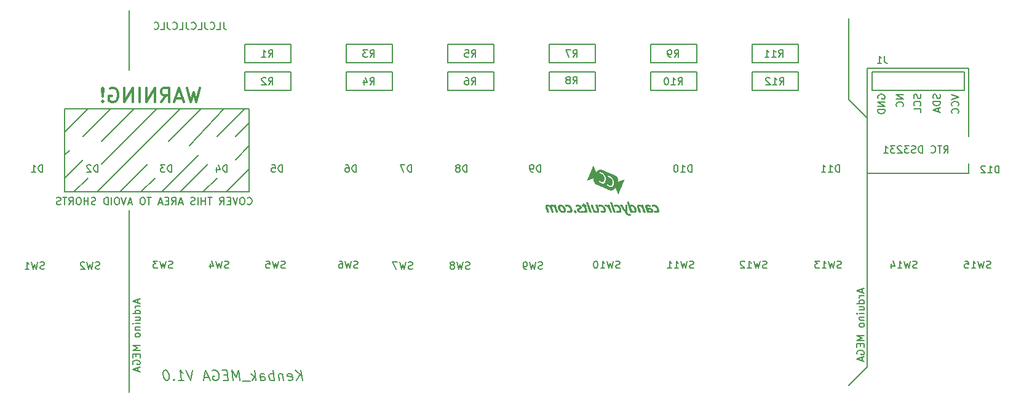
<source format=gbr>
G04 #@! TF.GenerationSoftware,KiCad,Pcbnew,8.0.0*
G04 #@! TF.CreationDate,2025-06-18T17:56:32-04:00*
G04 #@! TF.ProjectId,Kenbak_MEGA_10,4b656e62-616b-45f4-9d45-47415f31302e,rev?*
G04 #@! TF.SameCoordinates,Original*
G04 #@! TF.FileFunction,Legend,Bot*
G04 #@! TF.FilePolarity,Positive*
%FSLAX46Y46*%
G04 Gerber Fmt 4.6, Leading zero omitted, Abs format (unit mm)*
G04 Created by KiCad (PCBNEW 8.0.0) date 2025-06-18 17:56:32*
%MOMM*%
%LPD*%
G01*
G04 APERTURE LIST*
%ADD10C,0.150000*%
%ADD11C,0.300000*%
%ADD12C,0.200000*%
%ADD13C,0.010000*%
G04 APERTURE END LIST*
D10*
X137033000Y-53289200D02*
X143383000Y-53289200D01*
X143383000Y-55829200D01*
X137033000Y-55829200D01*
X137033000Y-53289200D01*
X123698000Y-69799200D02*
X123698000Y-58369200D01*
X102743000Y-69799200D02*
X114173000Y-58369200D01*
X209423000Y-55829200D02*
X209423000Y-53289200D01*
X120523000Y-69799200D02*
X123698000Y-66624200D01*
X98298000Y-61544200D02*
X101473000Y-58369200D01*
X123063000Y-53289200D02*
X129413000Y-53289200D01*
X129413000Y-55829200D01*
X123063000Y-55829200D01*
X123063000Y-53289200D01*
X110998000Y-58369200D02*
X103378000Y-65989200D01*
X111633000Y-69799200D02*
X116713000Y-64719200D01*
X108775500Y-69799200D02*
X110680500Y-67894200D01*
X151003000Y-53289200D02*
X157353000Y-53289200D01*
X157353000Y-55829200D01*
X151003000Y-55829200D01*
X151003000Y-53289200D01*
X208788000Y-67259200D02*
X222758000Y-67259200D01*
X164973000Y-53289200D02*
X171323000Y-53289200D01*
X171323000Y-55829200D01*
X164973000Y-55829200D01*
X164973000Y-53289200D01*
X222758000Y-52759200D02*
X222758000Y-62179200D01*
X151003000Y-49479200D02*
X157353000Y-49479200D01*
X157353000Y-52019200D01*
X151003000Y-52019200D01*
X151003000Y-49479200D01*
X119253000Y-62179200D02*
X123063000Y-58369200D01*
X222123000Y-53289200D02*
X222123000Y-55829200D01*
X121793000Y-62179200D02*
X123698000Y-60274200D01*
X178943000Y-49479200D02*
X185293000Y-49479200D01*
X185293000Y-52019200D01*
X178943000Y-52019200D01*
X178943000Y-49479200D01*
X192913000Y-49479200D02*
X199263000Y-49479200D01*
X199263000Y-52019200D01*
X192913000Y-52019200D01*
X192913000Y-49479200D01*
X164973000Y-49479200D02*
X171323000Y-49479200D01*
X171323000Y-52019200D01*
X164973000Y-52019200D01*
X164973000Y-49479200D01*
X105918000Y-69799200D02*
X109728000Y-65989200D01*
X98298000Y-69799200D02*
X123698000Y-69799200D01*
X222758000Y-67259200D02*
X222758000Y-65862200D01*
X100838000Y-62179200D02*
X104648000Y-58369200D01*
X209423000Y-53289200D02*
X222123000Y-53289200D01*
X178943000Y-53289200D02*
X185293000Y-53289200D01*
X185293000Y-55829200D01*
X178943000Y-55829200D01*
X178943000Y-53289200D01*
X98298000Y-67894200D02*
X100838000Y-65354200D01*
X98298000Y-58369200D02*
X98298000Y-69799200D01*
X222123000Y-55829200D02*
X209423000Y-55829200D01*
X117348000Y-69799200D02*
X119253000Y-67894200D01*
X112585500Y-62814200D02*
X117030500Y-58369200D01*
X115443000Y-63449200D02*
X120205500Y-58369200D01*
X103378000Y-62814200D02*
X107823000Y-58369200D01*
X114173000Y-69799200D02*
X117983000Y-65989200D01*
X208788000Y-52759200D02*
X208788000Y-59639200D01*
X123063000Y-49479200D02*
X129413000Y-49479200D01*
X129413000Y-52019200D01*
X123063000Y-52019200D01*
X123063000Y-49479200D01*
X192913000Y-53289200D02*
X199263000Y-53289200D01*
X199263000Y-55829200D01*
X192913000Y-55829200D01*
X192913000Y-53289200D01*
X101473000Y-67894200D02*
X99568000Y-69799200D01*
X121793000Y-65354200D02*
X123698000Y-63449200D01*
X98933000Y-64084200D02*
X98298000Y-64719200D01*
X123698000Y-58369200D02*
X98298000Y-58369200D01*
X222758000Y-52759200D02*
X208788000Y-52759200D01*
X137033000Y-49479200D02*
X143383000Y-49479200D01*
X143383000Y-52019200D01*
X137033000Y-52019200D01*
X137033000Y-49479200D01*
X113121839Y-80289400D02*
X112978982Y-80337019D01*
X112978982Y-80337019D02*
X112740887Y-80337019D01*
X112740887Y-80337019D02*
X112645649Y-80289400D01*
X112645649Y-80289400D02*
X112598030Y-80241780D01*
X112598030Y-80241780D02*
X112550411Y-80146542D01*
X112550411Y-80146542D02*
X112550411Y-80051304D01*
X112550411Y-80051304D02*
X112598030Y-79956066D01*
X112598030Y-79956066D02*
X112645649Y-79908447D01*
X112645649Y-79908447D02*
X112740887Y-79860828D01*
X112740887Y-79860828D02*
X112931363Y-79813209D01*
X112931363Y-79813209D02*
X113026601Y-79765590D01*
X113026601Y-79765590D02*
X113074220Y-79717971D01*
X113074220Y-79717971D02*
X113121839Y-79622733D01*
X113121839Y-79622733D02*
X113121839Y-79527495D01*
X113121839Y-79527495D02*
X113074220Y-79432257D01*
X113074220Y-79432257D02*
X113026601Y-79384638D01*
X113026601Y-79384638D02*
X112931363Y-79337019D01*
X112931363Y-79337019D02*
X112693268Y-79337019D01*
X112693268Y-79337019D02*
X112550411Y-79384638D01*
X112217077Y-79337019D02*
X111978982Y-80337019D01*
X111978982Y-80337019D02*
X111788506Y-79622733D01*
X111788506Y-79622733D02*
X111598030Y-80337019D01*
X111598030Y-80337019D02*
X111359935Y-79337019D01*
X111074220Y-79337019D02*
X110455173Y-79337019D01*
X110455173Y-79337019D02*
X110788506Y-79717971D01*
X110788506Y-79717971D02*
X110645649Y-79717971D01*
X110645649Y-79717971D02*
X110550411Y-79765590D01*
X110550411Y-79765590D02*
X110502792Y-79813209D01*
X110502792Y-79813209D02*
X110455173Y-79908447D01*
X110455173Y-79908447D02*
X110455173Y-80146542D01*
X110455173Y-80146542D02*
X110502792Y-80241780D01*
X110502792Y-80241780D02*
X110550411Y-80289400D01*
X110550411Y-80289400D02*
X110645649Y-80337019D01*
X110645649Y-80337019D02*
X110931363Y-80337019D01*
X110931363Y-80337019D02*
X111026601Y-80289400D01*
X111026601Y-80289400D02*
X111074220Y-80241780D01*
D11*
X116864917Y-55473838D02*
X116388727Y-57473838D01*
X116388727Y-57473838D02*
X116007774Y-56045266D01*
X116007774Y-56045266D02*
X115626822Y-57473838D01*
X115626822Y-57473838D02*
X115150632Y-55473838D01*
X114483965Y-56902409D02*
X113531584Y-56902409D01*
X114674441Y-57473838D02*
X114007775Y-55473838D01*
X114007775Y-55473838D02*
X113341108Y-57473838D01*
X111531584Y-57473838D02*
X112198251Y-56521457D01*
X112674441Y-57473838D02*
X112674441Y-55473838D01*
X112674441Y-55473838D02*
X111912536Y-55473838D01*
X111912536Y-55473838D02*
X111722060Y-55569076D01*
X111722060Y-55569076D02*
X111626822Y-55664314D01*
X111626822Y-55664314D02*
X111531584Y-55854790D01*
X111531584Y-55854790D02*
X111531584Y-56140504D01*
X111531584Y-56140504D02*
X111626822Y-56330980D01*
X111626822Y-56330980D02*
X111722060Y-56426219D01*
X111722060Y-56426219D02*
X111912536Y-56521457D01*
X111912536Y-56521457D02*
X112674441Y-56521457D01*
X110674441Y-57473838D02*
X110674441Y-55473838D01*
X110674441Y-55473838D02*
X109531584Y-57473838D01*
X109531584Y-57473838D02*
X109531584Y-55473838D01*
X108579203Y-57473838D02*
X108579203Y-55473838D01*
X107626822Y-57473838D02*
X107626822Y-55473838D01*
X107626822Y-55473838D02*
X106483965Y-57473838D01*
X106483965Y-57473838D02*
X106483965Y-55473838D01*
X104483965Y-55569076D02*
X104674441Y-55473838D01*
X104674441Y-55473838D02*
X104960155Y-55473838D01*
X104960155Y-55473838D02*
X105245870Y-55569076D01*
X105245870Y-55569076D02*
X105436346Y-55759552D01*
X105436346Y-55759552D02*
X105531584Y-55950028D01*
X105531584Y-55950028D02*
X105626822Y-56330980D01*
X105626822Y-56330980D02*
X105626822Y-56616695D01*
X105626822Y-56616695D02*
X105531584Y-56997647D01*
X105531584Y-56997647D02*
X105436346Y-57188123D01*
X105436346Y-57188123D02*
X105245870Y-57378600D01*
X105245870Y-57378600D02*
X104960155Y-57473838D01*
X104960155Y-57473838D02*
X104769679Y-57473838D01*
X104769679Y-57473838D02*
X104483965Y-57378600D01*
X104483965Y-57378600D02*
X104388727Y-57283361D01*
X104388727Y-57283361D02*
X104388727Y-56616695D01*
X104388727Y-56616695D02*
X104769679Y-56616695D01*
X103531584Y-57283361D02*
X103436346Y-57378600D01*
X103436346Y-57378600D02*
X103531584Y-57473838D01*
X103531584Y-57473838D02*
X103626822Y-57378600D01*
X103626822Y-57378600D02*
X103531584Y-57283361D01*
X103531584Y-57283361D02*
X103531584Y-57473838D01*
X103531584Y-56711933D02*
X103626822Y-55569076D01*
X103626822Y-55569076D02*
X103531584Y-55473838D01*
X103531584Y-55473838D02*
X103436346Y-55569076D01*
X103436346Y-55569076D02*
X103531584Y-56711933D01*
X103531584Y-56711933D02*
X103531584Y-55473838D01*
D10*
X219309792Y-64462019D02*
X219643125Y-63985828D01*
X219881220Y-64462019D02*
X219881220Y-63462019D01*
X219881220Y-63462019D02*
X219500268Y-63462019D01*
X219500268Y-63462019D02*
X219405030Y-63509638D01*
X219405030Y-63509638D02*
X219357411Y-63557257D01*
X219357411Y-63557257D02*
X219309792Y-63652495D01*
X219309792Y-63652495D02*
X219309792Y-63795352D01*
X219309792Y-63795352D02*
X219357411Y-63890590D01*
X219357411Y-63890590D02*
X219405030Y-63938209D01*
X219405030Y-63938209D02*
X219500268Y-63985828D01*
X219500268Y-63985828D02*
X219881220Y-63985828D01*
X219024077Y-63462019D02*
X218452649Y-63462019D01*
X218738363Y-64462019D02*
X218738363Y-63462019D01*
X217547887Y-64366780D02*
X217595506Y-64414400D01*
X217595506Y-64414400D02*
X217738363Y-64462019D01*
X217738363Y-64462019D02*
X217833601Y-64462019D01*
X217833601Y-64462019D02*
X217976458Y-64414400D01*
X217976458Y-64414400D02*
X218071696Y-64319161D01*
X218071696Y-64319161D02*
X218119315Y-64223923D01*
X218119315Y-64223923D02*
X218166934Y-64033447D01*
X218166934Y-64033447D02*
X218166934Y-63890590D01*
X218166934Y-63890590D02*
X218119315Y-63700114D01*
X218119315Y-63700114D02*
X218071696Y-63604876D01*
X218071696Y-63604876D02*
X217976458Y-63509638D01*
X217976458Y-63509638D02*
X217833601Y-63462019D01*
X217833601Y-63462019D02*
X217738363Y-63462019D01*
X217738363Y-63462019D02*
X217595506Y-63509638D01*
X217595506Y-63509638D02*
X217547887Y-63557257D01*
X216357410Y-64462019D02*
X216357410Y-63462019D01*
X216357410Y-63462019D02*
X216119315Y-63462019D01*
X216119315Y-63462019D02*
X215976458Y-63509638D01*
X215976458Y-63509638D02*
X215881220Y-63604876D01*
X215881220Y-63604876D02*
X215833601Y-63700114D01*
X215833601Y-63700114D02*
X215785982Y-63890590D01*
X215785982Y-63890590D02*
X215785982Y-64033447D01*
X215785982Y-64033447D02*
X215833601Y-64223923D01*
X215833601Y-64223923D02*
X215881220Y-64319161D01*
X215881220Y-64319161D02*
X215976458Y-64414400D01*
X215976458Y-64414400D02*
X216119315Y-64462019D01*
X216119315Y-64462019D02*
X216357410Y-64462019D01*
X215405029Y-64414400D02*
X215262172Y-64462019D01*
X215262172Y-64462019D02*
X215024077Y-64462019D01*
X215024077Y-64462019D02*
X214928839Y-64414400D01*
X214928839Y-64414400D02*
X214881220Y-64366780D01*
X214881220Y-64366780D02*
X214833601Y-64271542D01*
X214833601Y-64271542D02*
X214833601Y-64176304D01*
X214833601Y-64176304D02*
X214881220Y-64081066D01*
X214881220Y-64081066D02*
X214928839Y-64033447D01*
X214928839Y-64033447D02*
X215024077Y-63985828D01*
X215024077Y-63985828D02*
X215214553Y-63938209D01*
X215214553Y-63938209D02*
X215309791Y-63890590D01*
X215309791Y-63890590D02*
X215357410Y-63842971D01*
X215357410Y-63842971D02*
X215405029Y-63747733D01*
X215405029Y-63747733D02*
X215405029Y-63652495D01*
X215405029Y-63652495D02*
X215357410Y-63557257D01*
X215357410Y-63557257D02*
X215309791Y-63509638D01*
X215309791Y-63509638D02*
X215214553Y-63462019D01*
X215214553Y-63462019D02*
X214976458Y-63462019D01*
X214976458Y-63462019D02*
X214833601Y-63509638D01*
X214500267Y-63462019D02*
X213881220Y-63462019D01*
X213881220Y-63462019D02*
X214214553Y-63842971D01*
X214214553Y-63842971D02*
X214071696Y-63842971D01*
X214071696Y-63842971D02*
X213976458Y-63890590D01*
X213976458Y-63890590D02*
X213928839Y-63938209D01*
X213928839Y-63938209D02*
X213881220Y-64033447D01*
X213881220Y-64033447D02*
X213881220Y-64271542D01*
X213881220Y-64271542D02*
X213928839Y-64366780D01*
X213928839Y-64366780D02*
X213976458Y-64414400D01*
X213976458Y-64414400D02*
X214071696Y-64462019D01*
X214071696Y-64462019D02*
X214357410Y-64462019D01*
X214357410Y-64462019D02*
X214452648Y-64414400D01*
X214452648Y-64414400D02*
X214500267Y-64366780D01*
X213500267Y-63557257D02*
X213452648Y-63509638D01*
X213452648Y-63509638D02*
X213357410Y-63462019D01*
X213357410Y-63462019D02*
X213119315Y-63462019D01*
X213119315Y-63462019D02*
X213024077Y-63509638D01*
X213024077Y-63509638D02*
X212976458Y-63557257D01*
X212976458Y-63557257D02*
X212928839Y-63652495D01*
X212928839Y-63652495D02*
X212928839Y-63747733D01*
X212928839Y-63747733D02*
X212976458Y-63890590D01*
X212976458Y-63890590D02*
X213547886Y-64462019D01*
X213547886Y-64462019D02*
X212928839Y-64462019D01*
X212595505Y-63462019D02*
X211976458Y-63462019D01*
X211976458Y-63462019D02*
X212309791Y-63842971D01*
X212309791Y-63842971D02*
X212166934Y-63842971D01*
X212166934Y-63842971D02*
X212071696Y-63890590D01*
X212071696Y-63890590D02*
X212024077Y-63938209D01*
X212024077Y-63938209D02*
X211976458Y-64033447D01*
X211976458Y-64033447D02*
X211976458Y-64271542D01*
X211976458Y-64271542D02*
X212024077Y-64366780D01*
X212024077Y-64366780D02*
X212071696Y-64414400D01*
X212071696Y-64414400D02*
X212166934Y-64462019D01*
X212166934Y-64462019D02*
X212452648Y-64462019D01*
X212452648Y-64462019D02*
X212547886Y-64414400D01*
X212547886Y-64414400D02*
X212595505Y-64366780D01*
X211024077Y-64462019D02*
X211595505Y-64462019D01*
X211309791Y-64462019D02*
X211309791Y-63462019D01*
X211309791Y-63462019D02*
X211405029Y-63604876D01*
X211405029Y-63604876D02*
X211500267Y-63700114D01*
X211500267Y-63700114D02*
X211595505Y-63747733D01*
X126345792Y-55064019D02*
X126679125Y-54587828D01*
X126917220Y-55064019D02*
X126917220Y-54064019D01*
X126917220Y-54064019D02*
X126536268Y-54064019D01*
X126536268Y-54064019D02*
X126441030Y-54111638D01*
X126441030Y-54111638D02*
X126393411Y-54159257D01*
X126393411Y-54159257D02*
X126345792Y-54254495D01*
X126345792Y-54254495D02*
X126345792Y-54397352D01*
X126345792Y-54397352D02*
X126393411Y-54492590D01*
X126393411Y-54492590D02*
X126441030Y-54540209D01*
X126441030Y-54540209D02*
X126536268Y-54587828D01*
X126536268Y-54587828D02*
X126917220Y-54587828D01*
X125964839Y-54159257D02*
X125917220Y-54111638D01*
X125917220Y-54111638D02*
X125821982Y-54064019D01*
X125821982Y-54064019D02*
X125583887Y-54064019D01*
X125583887Y-54064019D02*
X125488649Y-54111638D01*
X125488649Y-54111638D02*
X125441030Y-54159257D01*
X125441030Y-54159257D02*
X125393411Y-54254495D01*
X125393411Y-54254495D02*
X125393411Y-54349733D01*
X125393411Y-54349733D02*
X125441030Y-54492590D01*
X125441030Y-54492590D02*
X126012458Y-55064019D01*
X126012458Y-55064019D02*
X125393411Y-55064019D01*
X164048839Y-80416400D02*
X163905982Y-80464019D01*
X163905982Y-80464019D02*
X163667887Y-80464019D01*
X163667887Y-80464019D02*
X163572649Y-80416400D01*
X163572649Y-80416400D02*
X163525030Y-80368780D01*
X163525030Y-80368780D02*
X163477411Y-80273542D01*
X163477411Y-80273542D02*
X163477411Y-80178304D01*
X163477411Y-80178304D02*
X163525030Y-80083066D01*
X163525030Y-80083066D02*
X163572649Y-80035447D01*
X163572649Y-80035447D02*
X163667887Y-79987828D01*
X163667887Y-79987828D02*
X163858363Y-79940209D01*
X163858363Y-79940209D02*
X163953601Y-79892590D01*
X163953601Y-79892590D02*
X164001220Y-79844971D01*
X164001220Y-79844971D02*
X164048839Y-79749733D01*
X164048839Y-79749733D02*
X164048839Y-79654495D01*
X164048839Y-79654495D02*
X164001220Y-79559257D01*
X164001220Y-79559257D02*
X163953601Y-79511638D01*
X163953601Y-79511638D02*
X163858363Y-79464019D01*
X163858363Y-79464019D02*
X163620268Y-79464019D01*
X163620268Y-79464019D02*
X163477411Y-79511638D01*
X163144077Y-79464019D02*
X162905982Y-80464019D01*
X162905982Y-80464019D02*
X162715506Y-79749733D01*
X162715506Y-79749733D02*
X162525030Y-80464019D01*
X162525030Y-80464019D02*
X162286935Y-79464019D01*
X161858363Y-80464019D02*
X161667887Y-80464019D01*
X161667887Y-80464019D02*
X161572649Y-80416400D01*
X161572649Y-80416400D02*
X161525030Y-80368780D01*
X161525030Y-80368780D02*
X161429792Y-80225923D01*
X161429792Y-80225923D02*
X161382173Y-80035447D01*
X161382173Y-80035447D02*
X161382173Y-79654495D01*
X161382173Y-79654495D02*
X161429792Y-79559257D01*
X161429792Y-79559257D02*
X161477411Y-79511638D01*
X161477411Y-79511638D02*
X161572649Y-79464019D01*
X161572649Y-79464019D02*
X161763125Y-79464019D01*
X161763125Y-79464019D02*
X161858363Y-79511638D01*
X161858363Y-79511638D02*
X161905982Y-79559257D01*
X161905982Y-79559257D02*
X161953601Y-79654495D01*
X161953601Y-79654495D02*
X161953601Y-79892590D01*
X161953601Y-79892590D02*
X161905982Y-79987828D01*
X161905982Y-79987828D02*
X161858363Y-80035447D01*
X161858363Y-80035447D02*
X161763125Y-80083066D01*
X161763125Y-80083066D02*
X161572649Y-80083066D01*
X161572649Y-80083066D02*
X161477411Y-80035447D01*
X161477411Y-80035447D02*
X161429792Y-79987828D01*
X161429792Y-79987828D02*
X161382173Y-79892590D01*
X216103200Y-56372360D02*
X216150819Y-56515217D01*
X216150819Y-56515217D02*
X216150819Y-56753312D01*
X216150819Y-56753312D02*
X216103200Y-56848550D01*
X216103200Y-56848550D02*
X216055580Y-56896169D01*
X216055580Y-56896169D02*
X215960342Y-56943788D01*
X215960342Y-56943788D02*
X215865104Y-56943788D01*
X215865104Y-56943788D02*
X215769866Y-56896169D01*
X215769866Y-56896169D02*
X215722247Y-56848550D01*
X215722247Y-56848550D02*
X215674628Y-56753312D01*
X215674628Y-56753312D02*
X215627009Y-56562836D01*
X215627009Y-56562836D02*
X215579390Y-56467598D01*
X215579390Y-56467598D02*
X215531771Y-56419979D01*
X215531771Y-56419979D02*
X215436533Y-56372360D01*
X215436533Y-56372360D02*
X215341295Y-56372360D01*
X215341295Y-56372360D02*
X215246057Y-56419979D01*
X215246057Y-56419979D02*
X215198438Y-56467598D01*
X215198438Y-56467598D02*
X215150819Y-56562836D01*
X215150819Y-56562836D02*
X215150819Y-56800931D01*
X215150819Y-56800931D02*
X215198438Y-56943788D01*
X216055580Y-57943788D02*
X216103200Y-57896169D01*
X216103200Y-57896169D02*
X216150819Y-57753312D01*
X216150819Y-57753312D02*
X216150819Y-57658074D01*
X216150819Y-57658074D02*
X216103200Y-57515217D01*
X216103200Y-57515217D02*
X216007961Y-57419979D01*
X216007961Y-57419979D02*
X215912723Y-57372360D01*
X215912723Y-57372360D02*
X215722247Y-57324741D01*
X215722247Y-57324741D02*
X215579390Y-57324741D01*
X215579390Y-57324741D02*
X215388914Y-57372360D01*
X215388914Y-57372360D02*
X215293676Y-57419979D01*
X215293676Y-57419979D02*
X215198438Y-57515217D01*
X215198438Y-57515217D02*
X215150819Y-57658074D01*
X215150819Y-57658074D02*
X215150819Y-57753312D01*
X215150819Y-57753312D02*
X215198438Y-57896169D01*
X215198438Y-57896169D02*
X215246057Y-57943788D01*
X216150819Y-58848550D02*
X216150819Y-58372360D01*
X216150819Y-58372360D02*
X215150819Y-58372360D01*
X126345792Y-51254019D02*
X126679125Y-50777828D01*
X126917220Y-51254019D02*
X126917220Y-50254019D01*
X126917220Y-50254019D02*
X126536268Y-50254019D01*
X126536268Y-50254019D02*
X126441030Y-50301638D01*
X126441030Y-50301638D02*
X126393411Y-50349257D01*
X126393411Y-50349257D02*
X126345792Y-50444495D01*
X126345792Y-50444495D02*
X126345792Y-50587352D01*
X126345792Y-50587352D02*
X126393411Y-50682590D01*
X126393411Y-50682590D02*
X126441030Y-50730209D01*
X126441030Y-50730209D02*
X126536268Y-50777828D01*
X126536268Y-50777828D02*
X126917220Y-50777828D01*
X125393411Y-51254019D02*
X125964839Y-51254019D01*
X125679125Y-51254019D02*
X125679125Y-50254019D01*
X125679125Y-50254019D02*
X125774363Y-50396876D01*
X125774363Y-50396876D02*
X125869601Y-50492114D01*
X125869601Y-50492114D02*
X125964839Y-50539733D01*
X108356604Y-84619264D02*
X108356604Y-85095454D01*
X108642319Y-84524026D02*
X107642319Y-84857359D01*
X107642319Y-84857359D02*
X108642319Y-85190692D01*
X108642319Y-85524026D02*
X107975652Y-85524026D01*
X108166128Y-85524026D02*
X108070890Y-85571645D01*
X108070890Y-85571645D02*
X108023271Y-85619264D01*
X108023271Y-85619264D02*
X107975652Y-85714502D01*
X107975652Y-85714502D02*
X107975652Y-85809740D01*
X108642319Y-86571645D02*
X107642319Y-86571645D01*
X108594700Y-86571645D02*
X108642319Y-86476407D01*
X108642319Y-86476407D02*
X108642319Y-86285931D01*
X108642319Y-86285931D02*
X108594700Y-86190693D01*
X108594700Y-86190693D02*
X108547080Y-86143074D01*
X108547080Y-86143074D02*
X108451842Y-86095455D01*
X108451842Y-86095455D02*
X108166128Y-86095455D01*
X108166128Y-86095455D02*
X108070890Y-86143074D01*
X108070890Y-86143074D02*
X108023271Y-86190693D01*
X108023271Y-86190693D02*
X107975652Y-86285931D01*
X107975652Y-86285931D02*
X107975652Y-86476407D01*
X107975652Y-86476407D02*
X108023271Y-86571645D01*
X107975652Y-87476407D02*
X108642319Y-87476407D01*
X107975652Y-87047836D02*
X108499461Y-87047836D01*
X108499461Y-87047836D02*
X108594700Y-87095455D01*
X108594700Y-87095455D02*
X108642319Y-87190693D01*
X108642319Y-87190693D02*
X108642319Y-87333550D01*
X108642319Y-87333550D02*
X108594700Y-87428788D01*
X108594700Y-87428788D02*
X108547080Y-87476407D01*
X108642319Y-87952598D02*
X107975652Y-87952598D01*
X107642319Y-87952598D02*
X107689938Y-87904979D01*
X107689938Y-87904979D02*
X107737557Y-87952598D01*
X107737557Y-87952598D02*
X107689938Y-88000217D01*
X107689938Y-88000217D02*
X107642319Y-87952598D01*
X107642319Y-87952598D02*
X107737557Y-87952598D01*
X107975652Y-88428788D02*
X108642319Y-88428788D01*
X108070890Y-88428788D02*
X108023271Y-88476407D01*
X108023271Y-88476407D02*
X107975652Y-88571645D01*
X107975652Y-88571645D02*
X107975652Y-88714502D01*
X107975652Y-88714502D02*
X108023271Y-88809740D01*
X108023271Y-88809740D02*
X108118509Y-88857359D01*
X108118509Y-88857359D02*
X108642319Y-88857359D01*
X108642319Y-89476407D02*
X108594700Y-89381169D01*
X108594700Y-89381169D02*
X108547080Y-89333550D01*
X108547080Y-89333550D02*
X108451842Y-89285931D01*
X108451842Y-89285931D02*
X108166128Y-89285931D01*
X108166128Y-89285931D02*
X108070890Y-89333550D01*
X108070890Y-89333550D02*
X108023271Y-89381169D01*
X108023271Y-89381169D02*
X107975652Y-89476407D01*
X107975652Y-89476407D02*
X107975652Y-89619264D01*
X107975652Y-89619264D02*
X108023271Y-89714502D01*
X108023271Y-89714502D02*
X108070890Y-89762121D01*
X108070890Y-89762121D02*
X108166128Y-89809740D01*
X108166128Y-89809740D02*
X108451842Y-89809740D01*
X108451842Y-89809740D02*
X108547080Y-89762121D01*
X108547080Y-89762121D02*
X108594700Y-89714502D01*
X108594700Y-89714502D02*
X108642319Y-89619264D01*
X108642319Y-89619264D02*
X108642319Y-89476407D01*
X108642319Y-91000217D02*
X107642319Y-91000217D01*
X107642319Y-91000217D02*
X108356604Y-91333550D01*
X108356604Y-91333550D02*
X107642319Y-91666883D01*
X107642319Y-91666883D02*
X108642319Y-91666883D01*
X108118509Y-92143074D02*
X108118509Y-92476407D01*
X108642319Y-92619264D02*
X108642319Y-92143074D01*
X108642319Y-92143074D02*
X107642319Y-92143074D01*
X107642319Y-92143074D02*
X107642319Y-92619264D01*
X107689938Y-93571645D02*
X107642319Y-93476407D01*
X107642319Y-93476407D02*
X107642319Y-93333550D01*
X107642319Y-93333550D02*
X107689938Y-93190693D01*
X107689938Y-93190693D02*
X107785176Y-93095455D01*
X107785176Y-93095455D02*
X107880414Y-93047836D01*
X107880414Y-93047836D02*
X108070890Y-93000217D01*
X108070890Y-93000217D02*
X108213747Y-93000217D01*
X108213747Y-93000217D02*
X108404223Y-93047836D01*
X108404223Y-93047836D02*
X108499461Y-93095455D01*
X108499461Y-93095455D02*
X108594700Y-93190693D01*
X108594700Y-93190693D02*
X108642319Y-93333550D01*
X108642319Y-93333550D02*
X108642319Y-93428788D01*
X108642319Y-93428788D02*
X108594700Y-93571645D01*
X108594700Y-93571645D02*
X108547080Y-93619264D01*
X108547080Y-93619264D02*
X108213747Y-93619264D01*
X108213747Y-93619264D02*
X108213747Y-93428788D01*
X108356604Y-94000217D02*
X108356604Y-94476407D01*
X108642319Y-93904979D02*
X107642319Y-94238312D01*
X107642319Y-94238312D02*
X108642319Y-94571645D01*
X168255792Y-51254019D02*
X168589125Y-50777828D01*
X168827220Y-51254019D02*
X168827220Y-50254019D01*
X168827220Y-50254019D02*
X168446268Y-50254019D01*
X168446268Y-50254019D02*
X168351030Y-50301638D01*
X168351030Y-50301638D02*
X168303411Y-50349257D01*
X168303411Y-50349257D02*
X168255792Y-50444495D01*
X168255792Y-50444495D02*
X168255792Y-50587352D01*
X168255792Y-50587352D02*
X168303411Y-50682590D01*
X168303411Y-50682590D02*
X168351030Y-50730209D01*
X168351030Y-50730209D02*
X168446268Y-50777828D01*
X168446268Y-50777828D02*
X168827220Y-50777828D01*
X167922458Y-50254019D02*
X167255792Y-50254019D01*
X167255792Y-50254019D02*
X167684363Y-51254019D01*
X138648839Y-80289400D02*
X138505982Y-80337019D01*
X138505982Y-80337019D02*
X138267887Y-80337019D01*
X138267887Y-80337019D02*
X138172649Y-80289400D01*
X138172649Y-80289400D02*
X138125030Y-80241780D01*
X138125030Y-80241780D02*
X138077411Y-80146542D01*
X138077411Y-80146542D02*
X138077411Y-80051304D01*
X138077411Y-80051304D02*
X138125030Y-79956066D01*
X138125030Y-79956066D02*
X138172649Y-79908447D01*
X138172649Y-79908447D02*
X138267887Y-79860828D01*
X138267887Y-79860828D02*
X138458363Y-79813209D01*
X138458363Y-79813209D02*
X138553601Y-79765590D01*
X138553601Y-79765590D02*
X138601220Y-79717971D01*
X138601220Y-79717971D02*
X138648839Y-79622733D01*
X138648839Y-79622733D02*
X138648839Y-79527495D01*
X138648839Y-79527495D02*
X138601220Y-79432257D01*
X138601220Y-79432257D02*
X138553601Y-79384638D01*
X138553601Y-79384638D02*
X138458363Y-79337019D01*
X138458363Y-79337019D02*
X138220268Y-79337019D01*
X138220268Y-79337019D02*
X138077411Y-79384638D01*
X137744077Y-79337019D02*
X137505982Y-80337019D01*
X137505982Y-80337019D02*
X137315506Y-79622733D01*
X137315506Y-79622733D02*
X137125030Y-80337019D01*
X137125030Y-80337019D02*
X136886935Y-79337019D01*
X136077411Y-79337019D02*
X136267887Y-79337019D01*
X136267887Y-79337019D02*
X136363125Y-79384638D01*
X136363125Y-79384638D02*
X136410744Y-79432257D01*
X136410744Y-79432257D02*
X136505982Y-79575114D01*
X136505982Y-79575114D02*
X136553601Y-79765590D01*
X136553601Y-79765590D02*
X136553601Y-80146542D01*
X136553601Y-80146542D02*
X136505982Y-80241780D01*
X136505982Y-80241780D02*
X136458363Y-80289400D01*
X136458363Y-80289400D02*
X136363125Y-80337019D01*
X136363125Y-80337019D02*
X136172649Y-80337019D01*
X136172649Y-80337019D02*
X136077411Y-80289400D01*
X136077411Y-80289400D02*
X136029792Y-80241780D01*
X136029792Y-80241780D02*
X135982173Y-80146542D01*
X135982173Y-80146542D02*
X135982173Y-79908447D01*
X135982173Y-79908447D02*
X136029792Y-79813209D01*
X136029792Y-79813209D02*
X136077411Y-79765590D01*
X136077411Y-79765590D02*
X136172649Y-79717971D01*
X136172649Y-79717971D02*
X136363125Y-79717971D01*
X136363125Y-79717971D02*
X136458363Y-79765590D01*
X136458363Y-79765590D02*
X136505982Y-79813209D01*
X136505982Y-79813209D02*
X136553601Y-79908447D01*
X210245438Y-56943788D02*
X210197819Y-56848550D01*
X210197819Y-56848550D02*
X210197819Y-56705693D01*
X210197819Y-56705693D02*
X210245438Y-56562836D01*
X210245438Y-56562836D02*
X210340676Y-56467598D01*
X210340676Y-56467598D02*
X210435914Y-56419979D01*
X210435914Y-56419979D02*
X210626390Y-56372360D01*
X210626390Y-56372360D02*
X210769247Y-56372360D01*
X210769247Y-56372360D02*
X210959723Y-56419979D01*
X210959723Y-56419979D02*
X211054961Y-56467598D01*
X211054961Y-56467598D02*
X211150200Y-56562836D01*
X211150200Y-56562836D02*
X211197819Y-56705693D01*
X211197819Y-56705693D02*
X211197819Y-56800931D01*
X211197819Y-56800931D02*
X211150200Y-56943788D01*
X211150200Y-56943788D02*
X211102580Y-56991407D01*
X211102580Y-56991407D02*
X210769247Y-56991407D01*
X210769247Y-56991407D02*
X210769247Y-56800931D01*
X211197819Y-57419979D02*
X210197819Y-57419979D01*
X210197819Y-57419979D02*
X211197819Y-57991407D01*
X211197819Y-57991407D02*
X210197819Y-57991407D01*
X211197819Y-58467598D02*
X210197819Y-58467598D01*
X210197819Y-58467598D02*
X210197819Y-58705693D01*
X210197819Y-58705693D02*
X210245438Y-58848550D01*
X210245438Y-58848550D02*
X210340676Y-58943788D01*
X210340676Y-58943788D02*
X210435914Y-58991407D01*
X210435914Y-58991407D02*
X210626390Y-59039026D01*
X210626390Y-59039026D02*
X210769247Y-59039026D01*
X210769247Y-59039026D02*
X210959723Y-58991407D01*
X210959723Y-58991407D02*
X211054961Y-58943788D01*
X211054961Y-58943788D02*
X211150200Y-58848550D01*
X211150200Y-58848550D02*
X211197819Y-58705693D01*
X211197819Y-58705693D02*
X211197819Y-58467598D01*
X120154506Y-46444019D02*
X120154506Y-47158304D01*
X120154506Y-47158304D02*
X120202125Y-47301161D01*
X120202125Y-47301161D02*
X120297363Y-47396400D01*
X120297363Y-47396400D02*
X120440220Y-47444019D01*
X120440220Y-47444019D02*
X120535458Y-47444019D01*
X119202125Y-47444019D02*
X119678315Y-47444019D01*
X119678315Y-47444019D02*
X119678315Y-46444019D01*
X118297363Y-47348780D02*
X118344982Y-47396400D01*
X118344982Y-47396400D02*
X118487839Y-47444019D01*
X118487839Y-47444019D02*
X118583077Y-47444019D01*
X118583077Y-47444019D02*
X118725934Y-47396400D01*
X118725934Y-47396400D02*
X118821172Y-47301161D01*
X118821172Y-47301161D02*
X118868791Y-47205923D01*
X118868791Y-47205923D02*
X118916410Y-47015447D01*
X118916410Y-47015447D02*
X118916410Y-46872590D01*
X118916410Y-46872590D02*
X118868791Y-46682114D01*
X118868791Y-46682114D02*
X118821172Y-46586876D01*
X118821172Y-46586876D02*
X118725934Y-46491638D01*
X118725934Y-46491638D02*
X118583077Y-46444019D01*
X118583077Y-46444019D02*
X118487839Y-46444019D01*
X118487839Y-46444019D02*
X118344982Y-46491638D01*
X118344982Y-46491638D02*
X118297363Y-46539257D01*
X117583077Y-46444019D02*
X117583077Y-47158304D01*
X117583077Y-47158304D02*
X117630696Y-47301161D01*
X117630696Y-47301161D02*
X117725934Y-47396400D01*
X117725934Y-47396400D02*
X117868791Y-47444019D01*
X117868791Y-47444019D02*
X117964029Y-47444019D01*
X116630696Y-47444019D02*
X117106886Y-47444019D01*
X117106886Y-47444019D02*
X117106886Y-46444019D01*
X115725934Y-47348780D02*
X115773553Y-47396400D01*
X115773553Y-47396400D02*
X115916410Y-47444019D01*
X115916410Y-47444019D02*
X116011648Y-47444019D01*
X116011648Y-47444019D02*
X116154505Y-47396400D01*
X116154505Y-47396400D02*
X116249743Y-47301161D01*
X116249743Y-47301161D02*
X116297362Y-47205923D01*
X116297362Y-47205923D02*
X116344981Y-47015447D01*
X116344981Y-47015447D02*
X116344981Y-46872590D01*
X116344981Y-46872590D02*
X116297362Y-46682114D01*
X116297362Y-46682114D02*
X116249743Y-46586876D01*
X116249743Y-46586876D02*
X116154505Y-46491638D01*
X116154505Y-46491638D02*
X116011648Y-46444019D01*
X116011648Y-46444019D02*
X115916410Y-46444019D01*
X115916410Y-46444019D02*
X115773553Y-46491638D01*
X115773553Y-46491638D02*
X115725934Y-46539257D01*
X115011648Y-46444019D02*
X115011648Y-47158304D01*
X115011648Y-47158304D02*
X115059267Y-47301161D01*
X115059267Y-47301161D02*
X115154505Y-47396400D01*
X115154505Y-47396400D02*
X115297362Y-47444019D01*
X115297362Y-47444019D02*
X115392600Y-47444019D01*
X114059267Y-47444019D02*
X114535457Y-47444019D01*
X114535457Y-47444019D02*
X114535457Y-46444019D01*
X113154505Y-47348780D02*
X113202124Y-47396400D01*
X113202124Y-47396400D02*
X113344981Y-47444019D01*
X113344981Y-47444019D02*
X113440219Y-47444019D01*
X113440219Y-47444019D02*
X113583076Y-47396400D01*
X113583076Y-47396400D02*
X113678314Y-47301161D01*
X113678314Y-47301161D02*
X113725933Y-47205923D01*
X113725933Y-47205923D02*
X113773552Y-47015447D01*
X113773552Y-47015447D02*
X113773552Y-46872590D01*
X113773552Y-46872590D02*
X113725933Y-46682114D01*
X113725933Y-46682114D02*
X113678314Y-46586876D01*
X113678314Y-46586876D02*
X113583076Y-46491638D01*
X113583076Y-46491638D02*
X113440219Y-46444019D01*
X113440219Y-46444019D02*
X113344981Y-46444019D01*
X113344981Y-46444019D02*
X113202124Y-46491638D01*
X113202124Y-46491638D02*
X113154505Y-46539257D01*
X112440219Y-46444019D02*
X112440219Y-47158304D01*
X112440219Y-47158304D02*
X112487838Y-47301161D01*
X112487838Y-47301161D02*
X112583076Y-47396400D01*
X112583076Y-47396400D02*
X112725933Y-47444019D01*
X112725933Y-47444019D02*
X112821171Y-47444019D01*
X111487838Y-47444019D02*
X111964028Y-47444019D01*
X111964028Y-47444019D02*
X111964028Y-46444019D01*
X110583076Y-47348780D02*
X110630695Y-47396400D01*
X110630695Y-47396400D02*
X110773552Y-47444019D01*
X110773552Y-47444019D02*
X110868790Y-47444019D01*
X110868790Y-47444019D02*
X111011647Y-47396400D01*
X111011647Y-47396400D02*
X111106885Y-47301161D01*
X111106885Y-47301161D02*
X111154504Y-47205923D01*
X111154504Y-47205923D02*
X111202123Y-47015447D01*
X111202123Y-47015447D02*
X111202123Y-46872590D01*
X111202123Y-46872590D02*
X111154504Y-46682114D01*
X111154504Y-46682114D02*
X111106885Y-46586876D01*
X111106885Y-46586876D02*
X111011647Y-46491638D01*
X111011647Y-46491638D02*
X110868790Y-46444019D01*
X110868790Y-46444019D02*
X110773552Y-46444019D01*
X110773552Y-46444019D02*
X110630695Y-46491638D01*
X110630695Y-46491638D02*
X110583076Y-46539257D01*
X154015839Y-80416400D02*
X153872982Y-80464019D01*
X153872982Y-80464019D02*
X153634887Y-80464019D01*
X153634887Y-80464019D02*
X153539649Y-80416400D01*
X153539649Y-80416400D02*
X153492030Y-80368780D01*
X153492030Y-80368780D02*
X153444411Y-80273542D01*
X153444411Y-80273542D02*
X153444411Y-80178304D01*
X153444411Y-80178304D02*
X153492030Y-80083066D01*
X153492030Y-80083066D02*
X153539649Y-80035447D01*
X153539649Y-80035447D02*
X153634887Y-79987828D01*
X153634887Y-79987828D02*
X153825363Y-79940209D01*
X153825363Y-79940209D02*
X153920601Y-79892590D01*
X153920601Y-79892590D02*
X153968220Y-79844971D01*
X153968220Y-79844971D02*
X154015839Y-79749733D01*
X154015839Y-79749733D02*
X154015839Y-79654495D01*
X154015839Y-79654495D02*
X153968220Y-79559257D01*
X153968220Y-79559257D02*
X153920601Y-79511638D01*
X153920601Y-79511638D02*
X153825363Y-79464019D01*
X153825363Y-79464019D02*
X153587268Y-79464019D01*
X153587268Y-79464019D02*
X153444411Y-79511638D01*
X153111077Y-79464019D02*
X152872982Y-80464019D01*
X152872982Y-80464019D02*
X152682506Y-79749733D01*
X152682506Y-79749733D02*
X152492030Y-80464019D01*
X152492030Y-80464019D02*
X152253935Y-79464019D01*
X151730125Y-79892590D02*
X151825363Y-79844971D01*
X151825363Y-79844971D02*
X151872982Y-79797352D01*
X151872982Y-79797352D02*
X151920601Y-79702114D01*
X151920601Y-79702114D02*
X151920601Y-79654495D01*
X151920601Y-79654495D02*
X151872982Y-79559257D01*
X151872982Y-79559257D02*
X151825363Y-79511638D01*
X151825363Y-79511638D02*
X151730125Y-79464019D01*
X151730125Y-79464019D02*
X151539649Y-79464019D01*
X151539649Y-79464019D02*
X151444411Y-79511638D01*
X151444411Y-79511638D02*
X151396792Y-79559257D01*
X151396792Y-79559257D02*
X151349173Y-79654495D01*
X151349173Y-79654495D02*
X151349173Y-79702114D01*
X151349173Y-79702114D02*
X151396792Y-79797352D01*
X151396792Y-79797352D02*
X151444411Y-79844971D01*
X151444411Y-79844971D02*
X151539649Y-79892590D01*
X151539649Y-79892590D02*
X151730125Y-79892590D01*
X151730125Y-79892590D02*
X151825363Y-79940209D01*
X151825363Y-79940209D02*
X151872982Y-79987828D01*
X151872982Y-79987828D02*
X151920601Y-80083066D01*
X151920601Y-80083066D02*
X151920601Y-80273542D01*
X151920601Y-80273542D02*
X151872982Y-80368780D01*
X151872982Y-80368780D02*
X151825363Y-80416400D01*
X151825363Y-80416400D02*
X151730125Y-80464019D01*
X151730125Y-80464019D02*
X151539649Y-80464019D01*
X151539649Y-80464019D02*
X151444411Y-80416400D01*
X151444411Y-80416400D02*
X151396792Y-80368780D01*
X151396792Y-80368780D02*
X151349173Y-80273542D01*
X151349173Y-80273542D02*
X151349173Y-80083066D01*
X151349173Y-80083066D02*
X151396792Y-79987828D01*
X151396792Y-79987828D02*
X151444411Y-79940209D01*
X151444411Y-79940209D02*
X151539649Y-79892590D01*
D12*
X130988422Y-95779466D02*
X130813422Y-94379466D01*
X130188422Y-95779466D02*
X130688422Y-94979466D01*
X130013422Y-94379466D02*
X130913422Y-95179466D01*
X129046755Y-95712800D02*
X129188422Y-95779466D01*
X129188422Y-95779466D02*
X129455088Y-95779466D01*
X129455088Y-95779466D02*
X129580088Y-95712800D01*
X129580088Y-95712800D02*
X129630088Y-95579466D01*
X129630088Y-95579466D02*
X129563422Y-95046133D01*
X129563422Y-95046133D02*
X129480088Y-94912800D01*
X129480088Y-94912800D02*
X129338422Y-94846133D01*
X129338422Y-94846133D02*
X129071755Y-94846133D01*
X129071755Y-94846133D02*
X128946755Y-94912800D01*
X128946755Y-94912800D02*
X128896755Y-95046133D01*
X128896755Y-95046133D02*
X128913422Y-95179466D01*
X128913422Y-95179466D02*
X129596755Y-95312800D01*
X128271755Y-94846133D02*
X128388422Y-95779466D01*
X128288422Y-94979466D02*
X128213422Y-94912800D01*
X128213422Y-94912800D02*
X128071755Y-94846133D01*
X128071755Y-94846133D02*
X127871755Y-94846133D01*
X127871755Y-94846133D02*
X127746755Y-94912800D01*
X127746755Y-94912800D02*
X127696755Y-95046133D01*
X127696755Y-95046133D02*
X127788422Y-95779466D01*
X127121755Y-95779466D02*
X126946755Y-94379466D01*
X127013421Y-94912800D02*
X126871755Y-94846133D01*
X126871755Y-94846133D02*
X126605088Y-94846133D01*
X126605088Y-94846133D02*
X126480088Y-94912800D01*
X126480088Y-94912800D02*
X126421755Y-94979466D01*
X126421755Y-94979466D02*
X126371755Y-95112800D01*
X126371755Y-95112800D02*
X126421755Y-95512800D01*
X126421755Y-95512800D02*
X126505088Y-95646133D01*
X126505088Y-95646133D02*
X126580088Y-95712800D01*
X126580088Y-95712800D02*
X126721755Y-95779466D01*
X126721755Y-95779466D02*
X126988421Y-95779466D01*
X126988421Y-95779466D02*
X127113421Y-95712800D01*
X125255088Y-95779466D02*
X125163421Y-95046133D01*
X125163421Y-95046133D02*
X125213421Y-94912800D01*
X125213421Y-94912800D02*
X125338421Y-94846133D01*
X125338421Y-94846133D02*
X125605088Y-94846133D01*
X125605088Y-94846133D02*
X125746754Y-94912800D01*
X125246754Y-95712800D02*
X125388421Y-95779466D01*
X125388421Y-95779466D02*
X125721754Y-95779466D01*
X125721754Y-95779466D02*
X125846754Y-95712800D01*
X125846754Y-95712800D02*
X125896754Y-95579466D01*
X125896754Y-95579466D02*
X125880088Y-95446133D01*
X125880088Y-95446133D02*
X125796754Y-95312800D01*
X125796754Y-95312800D02*
X125655088Y-95246133D01*
X125655088Y-95246133D02*
X125321754Y-95246133D01*
X125321754Y-95246133D02*
X125180088Y-95179466D01*
X124588421Y-95779466D02*
X124413421Y-94379466D01*
X124388421Y-95246133D02*
X124055087Y-95779466D01*
X123938421Y-94846133D02*
X124538421Y-95379466D01*
X123805088Y-95912800D02*
X122738421Y-95912800D01*
X122388421Y-95779466D02*
X122213421Y-94379466D01*
X122213421Y-94379466D02*
X121871754Y-95379466D01*
X121871754Y-95379466D02*
X121280087Y-94379466D01*
X121280087Y-94379466D02*
X121455087Y-95779466D01*
X120696754Y-95046133D02*
X120230087Y-95046133D01*
X120121754Y-95779466D02*
X120788421Y-95779466D01*
X120788421Y-95779466D02*
X120613421Y-94379466D01*
X120613421Y-94379466D02*
X119946754Y-94379466D01*
X118621754Y-94446133D02*
X118746754Y-94379466D01*
X118746754Y-94379466D02*
X118946754Y-94379466D01*
X118946754Y-94379466D02*
X119155087Y-94446133D01*
X119155087Y-94446133D02*
X119305087Y-94579466D01*
X119305087Y-94579466D02*
X119388420Y-94712800D01*
X119388420Y-94712800D02*
X119488420Y-94979466D01*
X119488420Y-94979466D02*
X119513420Y-95179466D01*
X119513420Y-95179466D02*
X119480087Y-95446133D01*
X119480087Y-95446133D02*
X119430087Y-95579466D01*
X119430087Y-95579466D02*
X119313420Y-95712800D01*
X119313420Y-95712800D02*
X119121754Y-95779466D01*
X119121754Y-95779466D02*
X118988420Y-95779466D01*
X118988420Y-95779466D02*
X118780087Y-95712800D01*
X118780087Y-95712800D02*
X118705087Y-95646133D01*
X118705087Y-95646133D02*
X118646754Y-95179466D01*
X118646754Y-95179466D02*
X118913420Y-95179466D01*
X118138420Y-95379466D02*
X117471754Y-95379466D01*
X118321754Y-95779466D02*
X117680087Y-94379466D01*
X117680087Y-94379466D02*
X117388420Y-95779466D01*
X115880087Y-94379466D02*
X115588420Y-95779466D01*
X115588420Y-95779466D02*
X114946753Y-94379466D01*
X113921753Y-95779466D02*
X114721753Y-95779466D01*
X114321753Y-95779466D02*
X114146753Y-94379466D01*
X114146753Y-94379466D02*
X114305087Y-94579466D01*
X114305087Y-94579466D02*
X114455087Y-94712800D01*
X114455087Y-94712800D02*
X114596753Y-94779466D01*
X113305087Y-95646133D02*
X113246754Y-95712800D01*
X113246754Y-95712800D02*
X113321754Y-95779466D01*
X113321754Y-95779466D02*
X113380087Y-95712800D01*
X113380087Y-95712800D02*
X113305087Y-95646133D01*
X113305087Y-95646133D02*
X113321754Y-95779466D01*
X112213420Y-94379466D02*
X112080087Y-94379466D01*
X112080087Y-94379466D02*
X111955087Y-94446133D01*
X111955087Y-94446133D02*
X111896753Y-94512800D01*
X111896753Y-94512800D02*
X111846753Y-94646133D01*
X111846753Y-94646133D02*
X111813420Y-94912800D01*
X111813420Y-94912800D02*
X111855087Y-95246133D01*
X111855087Y-95246133D02*
X111955087Y-95512800D01*
X111955087Y-95512800D02*
X112038420Y-95646133D01*
X112038420Y-95646133D02*
X112113420Y-95712800D01*
X112113420Y-95712800D02*
X112255087Y-95779466D01*
X112255087Y-95779466D02*
X112388420Y-95779466D01*
X112388420Y-95779466D02*
X112513420Y-95712800D01*
X112513420Y-95712800D02*
X112571753Y-95646133D01*
X112571753Y-95646133D02*
X112621753Y-95512800D01*
X112621753Y-95512800D02*
X112655087Y-95246133D01*
X112655087Y-95246133D02*
X112613420Y-94912800D01*
X112613420Y-94912800D02*
X112513420Y-94646133D01*
X112513420Y-94646133D02*
X112430087Y-94512800D01*
X112430087Y-94512800D02*
X112355087Y-94446133D01*
X112355087Y-94446133D02*
X112213420Y-94379466D01*
D10*
X123424792Y-71478780D02*
X123472411Y-71526400D01*
X123472411Y-71526400D02*
X123615268Y-71574019D01*
X123615268Y-71574019D02*
X123710506Y-71574019D01*
X123710506Y-71574019D02*
X123853363Y-71526400D01*
X123853363Y-71526400D02*
X123948601Y-71431161D01*
X123948601Y-71431161D02*
X123996220Y-71335923D01*
X123996220Y-71335923D02*
X124043839Y-71145447D01*
X124043839Y-71145447D02*
X124043839Y-71002590D01*
X124043839Y-71002590D02*
X123996220Y-70812114D01*
X123996220Y-70812114D02*
X123948601Y-70716876D01*
X123948601Y-70716876D02*
X123853363Y-70621638D01*
X123853363Y-70621638D02*
X123710506Y-70574019D01*
X123710506Y-70574019D02*
X123615268Y-70574019D01*
X123615268Y-70574019D02*
X123472411Y-70621638D01*
X123472411Y-70621638D02*
X123424792Y-70669257D01*
X122805744Y-70574019D02*
X122615268Y-70574019D01*
X122615268Y-70574019D02*
X122520030Y-70621638D01*
X122520030Y-70621638D02*
X122424792Y-70716876D01*
X122424792Y-70716876D02*
X122377173Y-70907352D01*
X122377173Y-70907352D02*
X122377173Y-71240685D01*
X122377173Y-71240685D02*
X122424792Y-71431161D01*
X122424792Y-71431161D02*
X122520030Y-71526400D01*
X122520030Y-71526400D02*
X122615268Y-71574019D01*
X122615268Y-71574019D02*
X122805744Y-71574019D01*
X122805744Y-71574019D02*
X122900982Y-71526400D01*
X122900982Y-71526400D02*
X122996220Y-71431161D01*
X122996220Y-71431161D02*
X123043839Y-71240685D01*
X123043839Y-71240685D02*
X123043839Y-70907352D01*
X123043839Y-70907352D02*
X122996220Y-70716876D01*
X122996220Y-70716876D02*
X122900982Y-70621638D01*
X122900982Y-70621638D02*
X122805744Y-70574019D01*
X122091458Y-70574019D02*
X121758125Y-71574019D01*
X121758125Y-71574019D02*
X121424792Y-70574019D01*
X121091458Y-71050209D02*
X120758125Y-71050209D01*
X120615268Y-71574019D02*
X121091458Y-71574019D01*
X121091458Y-71574019D02*
X121091458Y-70574019D01*
X121091458Y-70574019D02*
X120615268Y-70574019D01*
X119615268Y-71574019D02*
X119948601Y-71097828D01*
X120186696Y-71574019D02*
X120186696Y-70574019D01*
X120186696Y-70574019D02*
X119805744Y-70574019D01*
X119805744Y-70574019D02*
X119710506Y-70621638D01*
X119710506Y-70621638D02*
X119662887Y-70669257D01*
X119662887Y-70669257D02*
X119615268Y-70764495D01*
X119615268Y-70764495D02*
X119615268Y-70907352D01*
X119615268Y-70907352D02*
X119662887Y-71002590D01*
X119662887Y-71002590D02*
X119710506Y-71050209D01*
X119710506Y-71050209D02*
X119805744Y-71097828D01*
X119805744Y-71097828D02*
X120186696Y-71097828D01*
X118567648Y-70574019D02*
X117996220Y-70574019D01*
X118281934Y-71574019D02*
X118281934Y-70574019D01*
X117662886Y-71574019D02*
X117662886Y-70574019D01*
X117662886Y-71050209D02*
X117091458Y-71050209D01*
X117091458Y-71574019D02*
X117091458Y-70574019D01*
X116615267Y-71574019D02*
X116615267Y-70574019D01*
X116186696Y-71526400D02*
X116043839Y-71574019D01*
X116043839Y-71574019D02*
X115805744Y-71574019D01*
X115805744Y-71574019D02*
X115710506Y-71526400D01*
X115710506Y-71526400D02*
X115662887Y-71478780D01*
X115662887Y-71478780D02*
X115615268Y-71383542D01*
X115615268Y-71383542D02*
X115615268Y-71288304D01*
X115615268Y-71288304D02*
X115662887Y-71193066D01*
X115662887Y-71193066D02*
X115710506Y-71145447D01*
X115710506Y-71145447D02*
X115805744Y-71097828D01*
X115805744Y-71097828D02*
X115996220Y-71050209D01*
X115996220Y-71050209D02*
X116091458Y-71002590D01*
X116091458Y-71002590D02*
X116139077Y-70954971D01*
X116139077Y-70954971D02*
X116186696Y-70859733D01*
X116186696Y-70859733D02*
X116186696Y-70764495D01*
X116186696Y-70764495D02*
X116139077Y-70669257D01*
X116139077Y-70669257D02*
X116091458Y-70621638D01*
X116091458Y-70621638D02*
X115996220Y-70574019D01*
X115996220Y-70574019D02*
X115758125Y-70574019D01*
X115758125Y-70574019D02*
X115615268Y-70621638D01*
X114472410Y-71288304D02*
X113996220Y-71288304D01*
X114567648Y-71574019D02*
X114234315Y-70574019D01*
X114234315Y-70574019D02*
X113900982Y-71574019D01*
X112996220Y-71574019D02*
X113329553Y-71097828D01*
X113567648Y-71574019D02*
X113567648Y-70574019D01*
X113567648Y-70574019D02*
X113186696Y-70574019D01*
X113186696Y-70574019D02*
X113091458Y-70621638D01*
X113091458Y-70621638D02*
X113043839Y-70669257D01*
X113043839Y-70669257D02*
X112996220Y-70764495D01*
X112996220Y-70764495D02*
X112996220Y-70907352D01*
X112996220Y-70907352D02*
X113043839Y-71002590D01*
X113043839Y-71002590D02*
X113091458Y-71050209D01*
X113091458Y-71050209D02*
X113186696Y-71097828D01*
X113186696Y-71097828D02*
X113567648Y-71097828D01*
X112567648Y-71050209D02*
X112234315Y-71050209D01*
X112091458Y-71574019D02*
X112567648Y-71574019D01*
X112567648Y-71574019D02*
X112567648Y-70574019D01*
X112567648Y-70574019D02*
X112091458Y-70574019D01*
X111710505Y-71288304D02*
X111234315Y-71288304D01*
X111805743Y-71574019D02*
X111472410Y-70574019D01*
X111472410Y-70574019D02*
X111139077Y-71574019D01*
X110186695Y-70574019D02*
X109615267Y-70574019D01*
X109900981Y-71574019D02*
X109900981Y-70574019D01*
X109091457Y-70574019D02*
X108900981Y-70574019D01*
X108900981Y-70574019D02*
X108805743Y-70621638D01*
X108805743Y-70621638D02*
X108710505Y-70716876D01*
X108710505Y-70716876D02*
X108662886Y-70907352D01*
X108662886Y-70907352D02*
X108662886Y-71240685D01*
X108662886Y-71240685D02*
X108710505Y-71431161D01*
X108710505Y-71431161D02*
X108805743Y-71526400D01*
X108805743Y-71526400D02*
X108900981Y-71574019D01*
X108900981Y-71574019D02*
X109091457Y-71574019D01*
X109091457Y-71574019D02*
X109186695Y-71526400D01*
X109186695Y-71526400D02*
X109281933Y-71431161D01*
X109281933Y-71431161D02*
X109329552Y-71240685D01*
X109329552Y-71240685D02*
X109329552Y-70907352D01*
X109329552Y-70907352D02*
X109281933Y-70716876D01*
X109281933Y-70716876D02*
X109186695Y-70621638D01*
X109186695Y-70621638D02*
X109091457Y-70574019D01*
X107520028Y-71288304D02*
X107043838Y-71288304D01*
X107615266Y-71574019D02*
X107281933Y-70574019D01*
X107281933Y-70574019D02*
X106948600Y-71574019D01*
X106758123Y-70574019D02*
X106424790Y-71574019D01*
X106424790Y-71574019D02*
X106091457Y-70574019D01*
X105567647Y-70574019D02*
X105377171Y-70574019D01*
X105377171Y-70574019D02*
X105281933Y-70621638D01*
X105281933Y-70621638D02*
X105186695Y-70716876D01*
X105186695Y-70716876D02*
X105139076Y-70907352D01*
X105139076Y-70907352D02*
X105139076Y-71240685D01*
X105139076Y-71240685D02*
X105186695Y-71431161D01*
X105186695Y-71431161D02*
X105281933Y-71526400D01*
X105281933Y-71526400D02*
X105377171Y-71574019D01*
X105377171Y-71574019D02*
X105567647Y-71574019D01*
X105567647Y-71574019D02*
X105662885Y-71526400D01*
X105662885Y-71526400D02*
X105758123Y-71431161D01*
X105758123Y-71431161D02*
X105805742Y-71240685D01*
X105805742Y-71240685D02*
X105805742Y-70907352D01*
X105805742Y-70907352D02*
X105758123Y-70716876D01*
X105758123Y-70716876D02*
X105662885Y-70621638D01*
X105662885Y-70621638D02*
X105567647Y-70574019D01*
X104710504Y-71574019D02*
X104710504Y-70574019D01*
X104234314Y-71574019D02*
X104234314Y-70574019D01*
X104234314Y-70574019D02*
X103996219Y-70574019D01*
X103996219Y-70574019D02*
X103853362Y-70621638D01*
X103853362Y-70621638D02*
X103758124Y-70716876D01*
X103758124Y-70716876D02*
X103710505Y-70812114D01*
X103710505Y-70812114D02*
X103662886Y-71002590D01*
X103662886Y-71002590D02*
X103662886Y-71145447D01*
X103662886Y-71145447D02*
X103710505Y-71335923D01*
X103710505Y-71335923D02*
X103758124Y-71431161D01*
X103758124Y-71431161D02*
X103853362Y-71526400D01*
X103853362Y-71526400D02*
X103996219Y-71574019D01*
X103996219Y-71574019D02*
X104234314Y-71574019D01*
X102520028Y-71526400D02*
X102377171Y-71574019D01*
X102377171Y-71574019D02*
X102139076Y-71574019D01*
X102139076Y-71574019D02*
X102043838Y-71526400D01*
X102043838Y-71526400D02*
X101996219Y-71478780D01*
X101996219Y-71478780D02*
X101948600Y-71383542D01*
X101948600Y-71383542D02*
X101948600Y-71288304D01*
X101948600Y-71288304D02*
X101996219Y-71193066D01*
X101996219Y-71193066D02*
X102043838Y-71145447D01*
X102043838Y-71145447D02*
X102139076Y-71097828D01*
X102139076Y-71097828D02*
X102329552Y-71050209D01*
X102329552Y-71050209D02*
X102424790Y-71002590D01*
X102424790Y-71002590D02*
X102472409Y-70954971D01*
X102472409Y-70954971D02*
X102520028Y-70859733D01*
X102520028Y-70859733D02*
X102520028Y-70764495D01*
X102520028Y-70764495D02*
X102472409Y-70669257D01*
X102472409Y-70669257D02*
X102424790Y-70621638D01*
X102424790Y-70621638D02*
X102329552Y-70574019D01*
X102329552Y-70574019D02*
X102091457Y-70574019D01*
X102091457Y-70574019D02*
X101948600Y-70621638D01*
X101520028Y-71574019D02*
X101520028Y-70574019D01*
X101520028Y-71050209D02*
X100948600Y-71050209D01*
X100948600Y-71574019D02*
X100948600Y-70574019D01*
X100281933Y-70574019D02*
X100091457Y-70574019D01*
X100091457Y-70574019D02*
X99996219Y-70621638D01*
X99996219Y-70621638D02*
X99900981Y-70716876D01*
X99900981Y-70716876D02*
X99853362Y-70907352D01*
X99853362Y-70907352D02*
X99853362Y-71240685D01*
X99853362Y-71240685D02*
X99900981Y-71431161D01*
X99900981Y-71431161D02*
X99996219Y-71526400D01*
X99996219Y-71526400D02*
X100091457Y-71574019D01*
X100091457Y-71574019D02*
X100281933Y-71574019D01*
X100281933Y-71574019D02*
X100377171Y-71526400D01*
X100377171Y-71526400D02*
X100472409Y-71431161D01*
X100472409Y-71431161D02*
X100520028Y-71240685D01*
X100520028Y-71240685D02*
X100520028Y-70907352D01*
X100520028Y-70907352D02*
X100472409Y-70716876D01*
X100472409Y-70716876D02*
X100377171Y-70621638D01*
X100377171Y-70621638D02*
X100281933Y-70574019D01*
X98853362Y-71574019D02*
X99186695Y-71097828D01*
X99424790Y-71574019D02*
X99424790Y-70574019D01*
X99424790Y-70574019D02*
X99043838Y-70574019D01*
X99043838Y-70574019D02*
X98948600Y-70621638D01*
X98948600Y-70621638D02*
X98900981Y-70669257D01*
X98900981Y-70669257D02*
X98853362Y-70764495D01*
X98853362Y-70764495D02*
X98853362Y-70907352D01*
X98853362Y-70907352D02*
X98900981Y-71002590D01*
X98900981Y-71002590D02*
X98948600Y-71050209D01*
X98948600Y-71050209D02*
X99043838Y-71097828D01*
X99043838Y-71097828D02*
X99424790Y-71097828D01*
X98567647Y-70574019D02*
X97996219Y-70574019D01*
X98281933Y-71574019D02*
X98281933Y-70574019D01*
X97710504Y-71526400D02*
X97567647Y-71574019D01*
X97567647Y-71574019D02*
X97329552Y-71574019D01*
X97329552Y-71574019D02*
X97234314Y-71526400D01*
X97234314Y-71526400D02*
X97186695Y-71478780D01*
X97186695Y-71478780D02*
X97139076Y-71383542D01*
X97139076Y-71383542D02*
X97139076Y-71288304D01*
X97139076Y-71288304D02*
X97186695Y-71193066D01*
X97186695Y-71193066D02*
X97234314Y-71145447D01*
X97234314Y-71145447D02*
X97329552Y-71097828D01*
X97329552Y-71097828D02*
X97520028Y-71050209D01*
X97520028Y-71050209D02*
X97615266Y-71002590D01*
X97615266Y-71002590D02*
X97662885Y-70954971D01*
X97662885Y-70954971D02*
X97710504Y-70859733D01*
X97710504Y-70859733D02*
X97710504Y-70764495D01*
X97710504Y-70764495D02*
X97662885Y-70669257D01*
X97662885Y-70669257D02*
X97615266Y-70621638D01*
X97615266Y-70621638D02*
X97520028Y-70574019D01*
X97520028Y-70574019D02*
X97281933Y-70574019D01*
X97281933Y-70574019D02*
X97139076Y-70621638D01*
X184876839Y-80289400D02*
X184733982Y-80337019D01*
X184733982Y-80337019D02*
X184495887Y-80337019D01*
X184495887Y-80337019D02*
X184400649Y-80289400D01*
X184400649Y-80289400D02*
X184353030Y-80241780D01*
X184353030Y-80241780D02*
X184305411Y-80146542D01*
X184305411Y-80146542D02*
X184305411Y-80051304D01*
X184305411Y-80051304D02*
X184353030Y-79956066D01*
X184353030Y-79956066D02*
X184400649Y-79908447D01*
X184400649Y-79908447D02*
X184495887Y-79860828D01*
X184495887Y-79860828D02*
X184686363Y-79813209D01*
X184686363Y-79813209D02*
X184781601Y-79765590D01*
X184781601Y-79765590D02*
X184829220Y-79717971D01*
X184829220Y-79717971D02*
X184876839Y-79622733D01*
X184876839Y-79622733D02*
X184876839Y-79527495D01*
X184876839Y-79527495D02*
X184829220Y-79432257D01*
X184829220Y-79432257D02*
X184781601Y-79384638D01*
X184781601Y-79384638D02*
X184686363Y-79337019D01*
X184686363Y-79337019D02*
X184448268Y-79337019D01*
X184448268Y-79337019D02*
X184305411Y-79384638D01*
X183972077Y-79337019D02*
X183733982Y-80337019D01*
X183733982Y-80337019D02*
X183543506Y-79622733D01*
X183543506Y-79622733D02*
X183353030Y-80337019D01*
X183353030Y-80337019D02*
X183114935Y-79337019D01*
X182210173Y-80337019D02*
X182781601Y-80337019D01*
X182495887Y-80337019D02*
X182495887Y-79337019D01*
X182495887Y-79337019D02*
X182591125Y-79479876D01*
X182591125Y-79479876D02*
X182686363Y-79575114D01*
X182686363Y-79575114D02*
X182781601Y-79622733D01*
X181257792Y-80337019D02*
X181829220Y-80337019D01*
X181543506Y-80337019D02*
X181543506Y-79337019D01*
X181543506Y-79337019D02*
X181638744Y-79479876D01*
X181638744Y-79479876D02*
X181733982Y-79575114D01*
X181733982Y-79575114D02*
X181829220Y-79622733D01*
X182733792Y-55064019D02*
X183067125Y-54587828D01*
X183305220Y-55064019D02*
X183305220Y-54064019D01*
X183305220Y-54064019D02*
X182924268Y-54064019D01*
X182924268Y-54064019D02*
X182829030Y-54111638D01*
X182829030Y-54111638D02*
X182781411Y-54159257D01*
X182781411Y-54159257D02*
X182733792Y-54254495D01*
X182733792Y-54254495D02*
X182733792Y-54397352D01*
X182733792Y-54397352D02*
X182781411Y-54492590D01*
X182781411Y-54492590D02*
X182829030Y-54540209D01*
X182829030Y-54540209D02*
X182924268Y-54587828D01*
X182924268Y-54587828D02*
X183305220Y-54587828D01*
X181781411Y-55064019D02*
X182352839Y-55064019D01*
X182067125Y-55064019D02*
X182067125Y-54064019D01*
X182067125Y-54064019D02*
X182162363Y-54206876D01*
X182162363Y-54206876D02*
X182257601Y-54302114D01*
X182257601Y-54302114D02*
X182352839Y-54349733D01*
X181162363Y-54064019D02*
X181067125Y-54064019D01*
X181067125Y-54064019D02*
X180971887Y-54111638D01*
X180971887Y-54111638D02*
X180924268Y-54159257D01*
X180924268Y-54159257D02*
X180876649Y-54254495D01*
X180876649Y-54254495D02*
X180829030Y-54444971D01*
X180829030Y-54444971D02*
X180829030Y-54683066D01*
X180829030Y-54683066D02*
X180876649Y-54873542D01*
X180876649Y-54873542D02*
X180924268Y-54968780D01*
X180924268Y-54968780D02*
X180971887Y-55016400D01*
X180971887Y-55016400D02*
X181067125Y-55064019D01*
X181067125Y-55064019D02*
X181162363Y-55064019D01*
X181162363Y-55064019D02*
X181257601Y-55016400D01*
X181257601Y-55016400D02*
X181305220Y-54968780D01*
X181305220Y-54968780D02*
X181352839Y-54873542D01*
X181352839Y-54873542D02*
X181400458Y-54683066D01*
X181400458Y-54683066D02*
X181400458Y-54444971D01*
X181400458Y-54444971D02*
X181352839Y-54254495D01*
X181352839Y-54254495D02*
X181305220Y-54159257D01*
X181305220Y-54159257D02*
X181257601Y-54111638D01*
X181257601Y-54111638D02*
X181162363Y-54064019D01*
X154285792Y-51254019D02*
X154619125Y-50777828D01*
X154857220Y-51254019D02*
X154857220Y-50254019D01*
X154857220Y-50254019D02*
X154476268Y-50254019D01*
X154476268Y-50254019D02*
X154381030Y-50301638D01*
X154381030Y-50301638D02*
X154333411Y-50349257D01*
X154333411Y-50349257D02*
X154285792Y-50444495D01*
X154285792Y-50444495D02*
X154285792Y-50587352D01*
X154285792Y-50587352D02*
X154333411Y-50682590D01*
X154333411Y-50682590D02*
X154381030Y-50730209D01*
X154381030Y-50730209D02*
X154476268Y-50777828D01*
X154476268Y-50777828D02*
X154857220Y-50777828D01*
X153381030Y-50254019D02*
X153857220Y-50254019D01*
X153857220Y-50254019D02*
X153904839Y-50730209D01*
X153904839Y-50730209D02*
X153857220Y-50682590D01*
X153857220Y-50682590D02*
X153761982Y-50634971D01*
X153761982Y-50634971D02*
X153523887Y-50634971D01*
X153523887Y-50634971D02*
X153428649Y-50682590D01*
X153428649Y-50682590D02*
X153381030Y-50730209D01*
X153381030Y-50730209D02*
X153333411Y-50825447D01*
X153333411Y-50825447D02*
X153333411Y-51063542D01*
X153333411Y-51063542D02*
X153381030Y-51158780D01*
X153381030Y-51158780D02*
X153428649Y-51206400D01*
X153428649Y-51206400D02*
X153523887Y-51254019D01*
X153523887Y-51254019D02*
X153761982Y-51254019D01*
X153761982Y-51254019D02*
X153857220Y-51206400D01*
X153857220Y-51206400D02*
X153904839Y-51158780D01*
X225770839Y-80289400D02*
X225627982Y-80337019D01*
X225627982Y-80337019D02*
X225389887Y-80337019D01*
X225389887Y-80337019D02*
X225294649Y-80289400D01*
X225294649Y-80289400D02*
X225247030Y-80241780D01*
X225247030Y-80241780D02*
X225199411Y-80146542D01*
X225199411Y-80146542D02*
X225199411Y-80051304D01*
X225199411Y-80051304D02*
X225247030Y-79956066D01*
X225247030Y-79956066D02*
X225294649Y-79908447D01*
X225294649Y-79908447D02*
X225389887Y-79860828D01*
X225389887Y-79860828D02*
X225580363Y-79813209D01*
X225580363Y-79813209D02*
X225675601Y-79765590D01*
X225675601Y-79765590D02*
X225723220Y-79717971D01*
X225723220Y-79717971D02*
X225770839Y-79622733D01*
X225770839Y-79622733D02*
X225770839Y-79527495D01*
X225770839Y-79527495D02*
X225723220Y-79432257D01*
X225723220Y-79432257D02*
X225675601Y-79384638D01*
X225675601Y-79384638D02*
X225580363Y-79337019D01*
X225580363Y-79337019D02*
X225342268Y-79337019D01*
X225342268Y-79337019D02*
X225199411Y-79384638D01*
X224866077Y-79337019D02*
X224627982Y-80337019D01*
X224627982Y-80337019D02*
X224437506Y-79622733D01*
X224437506Y-79622733D02*
X224247030Y-80337019D01*
X224247030Y-80337019D02*
X224008935Y-79337019D01*
X223104173Y-80337019D02*
X223675601Y-80337019D01*
X223389887Y-80337019D02*
X223389887Y-79337019D01*
X223389887Y-79337019D02*
X223485125Y-79479876D01*
X223485125Y-79479876D02*
X223580363Y-79575114D01*
X223580363Y-79575114D02*
X223675601Y-79622733D01*
X222199411Y-79337019D02*
X222675601Y-79337019D01*
X222675601Y-79337019D02*
X222723220Y-79813209D01*
X222723220Y-79813209D02*
X222675601Y-79765590D01*
X222675601Y-79765590D02*
X222580363Y-79717971D01*
X222580363Y-79717971D02*
X222342268Y-79717971D01*
X222342268Y-79717971D02*
X222247030Y-79765590D01*
X222247030Y-79765590D02*
X222199411Y-79813209D01*
X222199411Y-79813209D02*
X222151792Y-79908447D01*
X222151792Y-79908447D02*
X222151792Y-80146542D01*
X222151792Y-80146542D02*
X222199411Y-80241780D01*
X222199411Y-80241780D02*
X222247030Y-80289400D01*
X222247030Y-80289400D02*
X222342268Y-80337019D01*
X222342268Y-80337019D02*
X222580363Y-80337019D01*
X222580363Y-80337019D02*
X222675601Y-80289400D01*
X222675601Y-80289400D02*
X222723220Y-80241780D01*
X182225792Y-51254019D02*
X182559125Y-50777828D01*
X182797220Y-51254019D02*
X182797220Y-50254019D01*
X182797220Y-50254019D02*
X182416268Y-50254019D01*
X182416268Y-50254019D02*
X182321030Y-50301638D01*
X182321030Y-50301638D02*
X182273411Y-50349257D01*
X182273411Y-50349257D02*
X182225792Y-50444495D01*
X182225792Y-50444495D02*
X182225792Y-50587352D01*
X182225792Y-50587352D02*
X182273411Y-50682590D01*
X182273411Y-50682590D02*
X182321030Y-50730209D01*
X182321030Y-50730209D02*
X182416268Y-50777828D01*
X182416268Y-50777828D02*
X182797220Y-50777828D01*
X181749601Y-51254019D02*
X181559125Y-51254019D01*
X181559125Y-51254019D02*
X181463887Y-51206400D01*
X181463887Y-51206400D02*
X181416268Y-51158780D01*
X181416268Y-51158780D02*
X181321030Y-51015923D01*
X181321030Y-51015923D02*
X181273411Y-50825447D01*
X181273411Y-50825447D02*
X181273411Y-50444495D01*
X181273411Y-50444495D02*
X181321030Y-50349257D01*
X181321030Y-50349257D02*
X181368649Y-50301638D01*
X181368649Y-50301638D02*
X181463887Y-50254019D01*
X181463887Y-50254019D02*
X181654363Y-50254019D01*
X181654363Y-50254019D02*
X181749601Y-50301638D01*
X181749601Y-50301638D02*
X181797220Y-50349257D01*
X181797220Y-50349257D02*
X181844839Y-50444495D01*
X181844839Y-50444495D02*
X181844839Y-50682590D01*
X181844839Y-50682590D02*
X181797220Y-50777828D01*
X181797220Y-50777828D02*
X181749601Y-50825447D01*
X181749601Y-50825447D02*
X181654363Y-50873066D01*
X181654363Y-50873066D02*
X181463887Y-50873066D01*
X181463887Y-50873066D02*
X181368649Y-50825447D01*
X181368649Y-50825447D02*
X181321030Y-50777828D01*
X181321030Y-50777828D02*
X181273411Y-50682590D01*
X208051604Y-83222264D02*
X208051604Y-83698454D01*
X208337319Y-83127026D02*
X207337319Y-83460359D01*
X207337319Y-83460359D02*
X208337319Y-83793692D01*
X208337319Y-84127026D02*
X207670652Y-84127026D01*
X207861128Y-84127026D02*
X207765890Y-84174645D01*
X207765890Y-84174645D02*
X207718271Y-84222264D01*
X207718271Y-84222264D02*
X207670652Y-84317502D01*
X207670652Y-84317502D02*
X207670652Y-84412740D01*
X208337319Y-85174645D02*
X207337319Y-85174645D01*
X208289700Y-85174645D02*
X208337319Y-85079407D01*
X208337319Y-85079407D02*
X208337319Y-84888931D01*
X208337319Y-84888931D02*
X208289700Y-84793693D01*
X208289700Y-84793693D02*
X208242080Y-84746074D01*
X208242080Y-84746074D02*
X208146842Y-84698455D01*
X208146842Y-84698455D02*
X207861128Y-84698455D01*
X207861128Y-84698455D02*
X207765890Y-84746074D01*
X207765890Y-84746074D02*
X207718271Y-84793693D01*
X207718271Y-84793693D02*
X207670652Y-84888931D01*
X207670652Y-84888931D02*
X207670652Y-85079407D01*
X207670652Y-85079407D02*
X207718271Y-85174645D01*
X207670652Y-86079407D02*
X208337319Y-86079407D01*
X207670652Y-85650836D02*
X208194461Y-85650836D01*
X208194461Y-85650836D02*
X208289700Y-85698455D01*
X208289700Y-85698455D02*
X208337319Y-85793693D01*
X208337319Y-85793693D02*
X208337319Y-85936550D01*
X208337319Y-85936550D02*
X208289700Y-86031788D01*
X208289700Y-86031788D02*
X208242080Y-86079407D01*
X208337319Y-86555598D02*
X207670652Y-86555598D01*
X207337319Y-86555598D02*
X207384938Y-86507979D01*
X207384938Y-86507979D02*
X207432557Y-86555598D01*
X207432557Y-86555598D02*
X207384938Y-86603217D01*
X207384938Y-86603217D02*
X207337319Y-86555598D01*
X207337319Y-86555598D02*
X207432557Y-86555598D01*
X207670652Y-87031788D02*
X208337319Y-87031788D01*
X207765890Y-87031788D02*
X207718271Y-87079407D01*
X207718271Y-87079407D02*
X207670652Y-87174645D01*
X207670652Y-87174645D02*
X207670652Y-87317502D01*
X207670652Y-87317502D02*
X207718271Y-87412740D01*
X207718271Y-87412740D02*
X207813509Y-87460359D01*
X207813509Y-87460359D02*
X208337319Y-87460359D01*
X208337319Y-88079407D02*
X208289700Y-87984169D01*
X208289700Y-87984169D02*
X208242080Y-87936550D01*
X208242080Y-87936550D02*
X208146842Y-87888931D01*
X208146842Y-87888931D02*
X207861128Y-87888931D01*
X207861128Y-87888931D02*
X207765890Y-87936550D01*
X207765890Y-87936550D02*
X207718271Y-87984169D01*
X207718271Y-87984169D02*
X207670652Y-88079407D01*
X207670652Y-88079407D02*
X207670652Y-88222264D01*
X207670652Y-88222264D02*
X207718271Y-88317502D01*
X207718271Y-88317502D02*
X207765890Y-88365121D01*
X207765890Y-88365121D02*
X207861128Y-88412740D01*
X207861128Y-88412740D02*
X208146842Y-88412740D01*
X208146842Y-88412740D02*
X208242080Y-88365121D01*
X208242080Y-88365121D02*
X208289700Y-88317502D01*
X208289700Y-88317502D02*
X208337319Y-88222264D01*
X208337319Y-88222264D02*
X208337319Y-88079407D01*
X208337319Y-89603217D02*
X207337319Y-89603217D01*
X207337319Y-89603217D02*
X208051604Y-89936550D01*
X208051604Y-89936550D02*
X207337319Y-90269883D01*
X207337319Y-90269883D02*
X208337319Y-90269883D01*
X207813509Y-90746074D02*
X207813509Y-91079407D01*
X208337319Y-91222264D02*
X208337319Y-90746074D01*
X208337319Y-90746074D02*
X207337319Y-90746074D01*
X207337319Y-90746074D02*
X207337319Y-91222264D01*
X207384938Y-92174645D02*
X207337319Y-92079407D01*
X207337319Y-92079407D02*
X207337319Y-91936550D01*
X207337319Y-91936550D02*
X207384938Y-91793693D01*
X207384938Y-91793693D02*
X207480176Y-91698455D01*
X207480176Y-91698455D02*
X207575414Y-91650836D01*
X207575414Y-91650836D02*
X207765890Y-91603217D01*
X207765890Y-91603217D02*
X207908747Y-91603217D01*
X207908747Y-91603217D02*
X208099223Y-91650836D01*
X208099223Y-91650836D02*
X208194461Y-91698455D01*
X208194461Y-91698455D02*
X208289700Y-91793693D01*
X208289700Y-91793693D02*
X208337319Y-91936550D01*
X208337319Y-91936550D02*
X208337319Y-92031788D01*
X208337319Y-92031788D02*
X208289700Y-92174645D01*
X208289700Y-92174645D02*
X208242080Y-92222264D01*
X208242080Y-92222264D02*
X207908747Y-92222264D01*
X207908747Y-92222264D02*
X207908747Y-92031788D01*
X208051604Y-92603217D02*
X208051604Y-93079407D01*
X208337319Y-92507979D02*
X207337319Y-92841312D01*
X207337319Y-92841312D02*
X208337319Y-93174645D01*
X154285792Y-55064019D02*
X154619125Y-54587828D01*
X154857220Y-55064019D02*
X154857220Y-54064019D01*
X154857220Y-54064019D02*
X154476268Y-54064019D01*
X154476268Y-54064019D02*
X154381030Y-54111638D01*
X154381030Y-54111638D02*
X154333411Y-54159257D01*
X154333411Y-54159257D02*
X154285792Y-54254495D01*
X154285792Y-54254495D02*
X154285792Y-54397352D01*
X154285792Y-54397352D02*
X154333411Y-54492590D01*
X154333411Y-54492590D02*
X154381030Y-54540209D01*
X154381030Y-54540209D02*
X154476268Y-54587828D01*
X154476268Y-54587828D02*
X154857220Y-54587828D01*
X153428649Y-54064019D02*
X153619125Y-54064019D01*
X153619125Y-54064019D02*
X153714363Y-54111638D01*
X153714363Y-54111638D02*
X153761982Y-54159257D01*
X153761982Y-54159257D02*
X153857220Y-54302114D01*
X153857220Y-54302114D02*
X153904839Y-54492590D01*
X153904839Y-54492590D02*
X153904839Y-54873542D01*
X153904839Y-54873542D02*
X153857220Y-54968780D01*
X153857220Y-54968780D02*
X153809601Y-55016400D01*
X153809601Y-55016400D02*
X153714363Y-55064019D01*
X153714363Y-55064019D02*
X153523887Y-55064019D01*
X153523887Y-55064019D02*
X153428649Y-55016400D01*
X153428649Y-55016400D02*
X153381030Y-54968780D01*
X153381030Y-54968780D02*
X153333411Y-54873542D01*
X153333411Y-54873542D02*
X153333411Y-54635447D01*
X153333411Y-54635447D02*
X153381030Y-54540209D01*
X153381030Y-54540209D02*
X153428649Y-54492590D01*
X153428649Y-54492590D02*
X153523887Y-54444971D01*
X153523887Y-54444971D02*
X153714363Y-54444971D01*
X153714363Y-54444971D02*
X153809601Y-54492590D01*
X153809601Y-54492590D02*
X153857220Y-54540209D01*
X153857220Y-54540209D02*
X153904839Y-54635447D01*
X140315792Y-55064019D02*
X140649125Y-54587828D01*
X140887220Y-55064019D02*
X140887220Y-54064019D01*
X140887220Y-54064019D02*
X140506268Y-54064019D01*
X140506268Y-54064019D02*
X140411030Y-54111638D01*
X140411030Y-54111638D02*
X140363411Y-54159257D01*
X140363411Y-54159257D02*
X140315792Y-54254495D01*
X140315792Y-54254495D02*
X140315792Y-54397352D01*
X140315792Y-54397352D02*
X140363411Y-54492590D01*
X140363411Y-54492590D02*
X140411030Y-54540209D01*
X140411030Y-54540209D02*
X140506268Y-54587828D01*
X140506268Y-54587828D02*
X140887220Y-54587828D01*
X139458649Y-54397352D02*
X139458649Y-55064019D01*
X139696744Y-54016400D02*
X139934839Y-54730685D01*
X139934839Y-54730685D02*
X139315792Y-54730685D01*
X174716839Y-80289400D02*
X174573982Y-80337019D01*
X174573982Y-80337019D02*
X174335887Y-80337019D01*
X174335887Y-80337019D02*
X174240649Y-80289400D01*
X174240649Y-80289400D02*
X174193030Y-80241780D01*
X174193030Y-80241780D02*
X174145411Y-80146542D01*
X174145411Y-80146542D02*
X174145411Y-80051304D01*
X174145411Y-80051304D02*
X174193030Y-79956066D01*
X174193030Y-79956066D02*
X174240649Y-79908447D01*
X174240649Y-79908447D02*
X174335887Y-79860828D01*
X174335887Y-79860828D02*
X174526363Y-79813209D01*
X174526363Y-79813209D02*
X174621601Y-79765590D01*
X174621601Y-79765590D02*
X174669220Y-79717971D01*
X174669220Y-79717971D02*
X174716839Y-79622733D01*
X174716839Y-79622733D02*
X174716839Y-79527495D01*
X174716839Y-79527495D02*
X174669220Y-79432257D01*
X174669220Y-79432257D02*
X174621601Y-79384638D01*
X174621601Y-79384638D02*
X174526363Y-79337019D01*
X174526363Y-79337019D02*
X174288268Y-79337019D01*
X174288268Y-79337019D02*
X174145411Y-79384638D01*
X173812077Y-79337019D02*
X173573982Y-80337019D01*
X173573982Y-80337019D02*
X173383506Y-79622733D01*
X173383506Y-79622733D02*
X173193030Y-80337019D01*
X173193030Y-80337019D02*
X172954935Y-79337019D01*
X172050173Y-80337019D02*
X172621601Y-80337019D01*
X172335887Y-80337019D02*
X172335887Y-79337019D01*
X172335887Y-79337019D02*
X172431125Y-79479876D01*
X172431125Y-79479876D02*
X172526363Y-79575114D01*
X172526363Y-79575114D02*
X172621601Y-79622733D01*
X171431125Y-79337019D02*
X171335887Y-79337019D01*
X171335887Y-79337019D02*
X171240649Y-79384638D01*
X171240649Y-79384638D02*
X171193030Y-79432257D01*
X171193030Y-79432257D02*
X171145411Y-79527495D01*
X171145411Y-79527495D02*
X171097792Y-79717971D01*
X171097792Y-79717971D02*
X171097792Y-79956066D01*
X171097792Y-79956066D02*
X171145411Y-80146542D01*
X171145411Y-80146542D02*
X171193030Y-80241780D01*
X171193030Y-80241780D02*
X171240649Y-80289400D01*
X171240649Y-80289400D02*
X171335887Y-80337019D01*
X171335887Y-80337019D02*
X171431125Y-80337019D01*
X171431125Y-80337019D02*
X171526363Y-80289400D01*
X171526363Y-80289400D02*
X171573982Y-80241780D01*
X171573982Y-80241780D02*
X171621601Y-80146542D01*
X171621601Y-80146542D02*
X171669220Y-79956066D01*
X171669220Y-79956066D02*
X171669220Y-79717971D01*
X171669220Y-79717971D02*
X171621601Y-79527495D01*
X171621601Y-79527495D02*
X171573982Y-79432257D01*
X171573982Y-79432257D02*
X171526363Y-79384638D01*
X171526363Y-79384638D02*
X171431125Y-79337019D01*
X215610839Y-80289400D02*
X215467982Y-80337019D01*
X215467982Y-80337019D02*
X215229887Y-80337019D01*
X215229887Y-80337019D02*
X215134649Y-80289400D01*
X215134649Y-80289400D02*
X215087030Y-80241780D01*
X215087030Y-80241780D02*
X215039411Y-80146542D01*
X215039411Y-80146542D02*
X215039411Y-80051304D01*
X215039411Y-80051304D02*
X215087030Y-79956066D01*
X215087030Y-79956066D02*
X215134649Y-79908447D01*
X215134649Y-79908447D02*
X215229887Y-79860828D01*
X215229887Y-79860828D02*
X215420363Y-79813209D01*
X215420363Y-79813209D02*
X215515601Y-79765590D01*
X215515601Y-79765590D02*
X215563220Y-79717971D01*
X215563220Y-79717971D02*
X215610839Y-79622733D01*
X215610839Y-79622733D02*
X215610839Y-79527495D01*
X215610839Y-79527495D02*
X215563220Y-79432257D01*
X215563220Y-79432257D02*
X215515601Y-79384638D01*
X215515601Y-79384638D02*
X215420363Y-79337019D01*
X215420363Y-79337019D02*
X215182268Y-79337019D01*
X215182268Y-79337019D02*
X215039411Y-79384638D01*
X214706077Y-79337019D02*
X214467982Y-80337019D01*
X214467982Y-80337019D02*
X214277506Y-79622733D01*
X214277506Y-79622733D02*
X214087030Y-80337019D01*
X214087030Y-80337019D02*
X213848935Y-79337019D01*
X212944173Y-80337019D02*
X213515601Y-80337019D01*
X213229887Y-80337019D02*
X213229887Y-79337019D01*
X213229887Y-79337019D02*
X213325125Y-79479876D01*
X213325125Y-79479876D02*
X213420363Y-79575114D01*
X213420363Y-79575114D02*
X213515601Y-79622733D01*
X212087030Y-79670352D02*
X212087030Y-80337019D01*
X212325125Y-79289400D02*
X212563220Y-80003685D01*
X212563220Y-80003685D02*
X211944173Y-80003685D01*
X120868839Y-80289400D02*
X120725982Y-80337019D01*
X120725982Y-80337019D02*
X120487887Y-80337019D01*
X120487887Y-80337019D02*
X120392649Y-80289400D01*
X120392649Y-80289400D02*
X120345030Y-80241780D01*
X120345030Y-80241780D02*
X120297411Y-80146542D01*
X120297411Y-80146542D02*
X120297411Y-80051304D01*
X120297411Y-80051304D02*
X120345030Y-79956066D01*
X120345030Y-79956066D02*
X120392649Y-79908447D01*
X120392649Y-79908447D02*
X120487887Y-79860828D01*
X120487887Y-79860828D02*
X120678363Y-79813209D01*
X120678363Y-79813209D02*
X120773601Y-79765590D01*
X120773601Y-79765590D02*
X120821220Y-79717971D01*
X120821220Y-79717971D02*
X120868839Y-79622733D01*
X120868839Y-79622733D02*
X120868839Y-79527495D01*
X120868839Y-79527495D02*
X120821220Y-79432257D01*
X120821220Y-79432257D02*
X120773601Y-79384638D01*
X120773601Y-79384638D02*
X120678363Y-79337019D01*
X120678363Y-79337019D02*
X120440268Y-79337019D01*
X120440268Y-79337019D02*
X120297411Y-79384638D01*
X119964077Y-79337019D02*
X119725982Y-80337019D01*
X119725982Y-80337019D02*
X119535506Y-79622733D01*
X119535506Y-79622733D02*
X119345030Y-80337019D01*
X119345030Y-80337019D02*
X119106935Y-79337019D01*
X118297411Y-79670352D02*
X118297411Y-80337019D01*
X118535506Y-79289400D02*
X118773601Y-80003685D01*
X118773601Y-80003685D02*
X118154554Y-80003685D01*
X95468839Y-80416400D02*
X95325982Y-80464019D01*
X95325982Y-80464019D02*
X95087887Y-80464019D01*
X95087887Y-80464019D02*
X94992649Y-80416400D01*
X94992649Y-80416400D02*
X94945030Y-80368780D01*
X94945030Y-80368780D02*
X94897411Y-80273542D01*
X94897411Y-80273542D02*
X94897411Y-80178304D01*
X94897411Y-80178304D02*
X94945030Y-80083066D01*
X94945030Y-80083066D02*
X94992649Y-80035447D01*
X94992649Y-80035447D02*
X95087887Y-79987828D01*
X95087887Y-79987828D02*
X95278363Y-79940209D01*
X95278363Y-79940209D02*
X95373601Y-79892590D01*
X95373601Y-79892590D02*
X95421220Y-79844971D01*
X95421220Y-79844971D02*
X95468839Y-79749733D01*
X95468839Y-79749733D02*
X95468839Y-79654495D01*
X95468839Y-79654495D02*
X95421220Y-79559257D01*
X95421220Y-79559257D02*
X95373601Y-79511638D01*
X95373601Y-79511638D02*
X95278363Y-79464019D01*
X95278363Y-79464019D02*
X95040268Y-79464019D01*
X95040268Y-79464019D02*
X94897411Y-79511638D01*
X94564077Y-79464019D02*
X94325982Y-80464019D01*
X94325982Y-80464019D02*
X94135506Y-79749733D01*
X94135506Y-79749733D02*
X93945030Y-80464019D01*
X93945030Y-80464019D02*
X93706935Y-79464019D01*
X92802173Y-80464019D02*
X93373601Y-80464019D01*
X93087887Y-80464019D02*
X93087887Y-79464019D01*
X93087887Y-79464019D02*
X93183125Y-79606876D01*
X93183125Y-79606876D02*
X93278363Y-79702114D01*
X93278363Y-79702114D02*
X93373601Y-79749733D01*
X218770200Y-56372360D02*
X218817819Y-56515217D01*
X218817819Y-56515217D02*
X218817819Y-56753312D01*
X218817819Y-56753312D02*
X218770200Y-56848550D01*
X218770200Y-56848550D02*
X218722580Y-56896169D01*
X218722580Y-56896169D02*
X218627342Y-56943788D01*
X218627342Y-56943788D02*
X218532104Y-56943788D01*
X218532104Y-56943788D02*
X218436866Y-56896169D01*
X218436866Y-56896169D02*
X218389247Y-56848550D01*
X218389247Y-56848550D02*
X218341628Y-56753312D01*
X218341628Y-56753312D02*
X218294009Y-56562836D01*
X218294009Y-56562836D02*
X218246390Y-56467598D01*
X218246390Y-56467598D02*
X218198771Y-56419979D01*
X218198771Y-56419979D02*
X218103533Y-56372360D01*
X218103533Y-56372360D02*
X218008295Y-56372360D01*
X218008295Y-56372360D02*
X217913057Y-56419979D01*
X217913057Y-56419979D02*
X217865438Y-56467598D01*
X217865438Y-56467598D02*
X217817819Y-56562836D01*
X217817819Y-56562836D02*
X217817819Y-56800931D01*
X217817819Y-56800931D02*
X217865438Y-56943788D01*
X218817819Y-57372360D02*
X217817819Y-57372360D01*
X217817819Y-57372360D02*
X217817819Y-57610455D01*
X217817819Y-57610455D02*
X217865438Y-57753312D01*
X217865438Y-57753312D02*
X217960676Y-57848550D01*
X217960676Y-57848550D02*
X218055914Y-57896169D01*
X218055914Y-57896169D02*
X218246390Y-57943788D01*
X218246390Y-57943788D02*
X218389247Y-57943788D01*
X218389247Y-57943788D02*
X218579723Y-57896169D01*
X218579723Y-57896169D02*
X218674961Y-57848550D01*
X218674961Y-57848550D02*
X218770200Y-57753312D01*
X218770200Y-57753312D02*
X218817819Y-57610455D01*
X218817819Y-57610455D02*
X218817819Y-57372360D01*
X218532104Y-58324741D02*
X218532104Y-58800931D01*
X218817819Y-58229503D02*
X217817819Y-58562836D01*
X217817819Y-58562836D02*
X218817819Y-58896169D01*
X168255792Y-54937019D02*
X168589125Y-54460828D01*
X168827220Y-54937019D02*
X168827220Y-53937019D01*
X168827220Y-53937019D02*
X168446268Y-53937019D01*
X168446268Y-53937019D02*
X168351030Y-53984638D01*
X168351030Y-53984638D02*
X168303411Y-54032257D01*
X168303411Y-54032257D02*
X168255792Y-54127495D01*
X168255792Y-54127495D02*
X168255792Y-54270352D01*
X168255792Y-54270352D02*
X168303411Y-54365590D01*
X168303411Y-54365590D02*
X168351030Y-54413209D01*
X168351030Y-54413209D02*
X168446268Y-54460828D01*
X168446268Y-54460828D02*
X168827220Y-54460828D01*
X167684363Y-54365590D02*
X167779601Y-54317971D01*
X167779601Y-54317971D02*
X167827220Y-54270352D01*
X167827220Y-54270352D02*
X167874839Y-54175114D01*
X167874839Y-54175114D02*
X167874839Y-54127495D01*
X167874839Y-54127495D02*
X167827220Y-54032257D01*
X167827220Y-54032257D02*
X167779601Y-53984638D01*
X167779601Y-53984638D02*
X167684363Y-53937019D01*
X167684363Y-53937019D02*
X167493887Y-53937019D01*
X167493887Y-53937019D02*
X167398649Y-53984638D01*
X167398649Y-53984638D02*
X167351030Y-54032257D01*
X167351030Y-54032257D02*
X167303411Y-54127495D01*
X167303411Y-54127495D02*
X167303411Y-54175114D01*
X167303411Y-54175114D02*
X167351030Y-54270352D01*
X167351030Y-54270352D02*
X167398649Y-54317971D01*
X167398649Y-54317971D02*
X167493887Y-54365590D01*
X167493887Y-54365590D02*
X167684363Y-54365590D01*
X167684363Y-54365590D02*
X167779601Y-54413209D01*
X167779601Y-54413209D02*
X167827220Y-54460828D01*
X167827220Y-54460828D02*
X167874839Y-54556066D01*
X167874839Y-54556066D02*
X167874839Y-54746542D01*
X167874839Y-54746542D02*
X167827220Y-54841780D01*
X167827220Y-54841780D02*
X167779601Y-54889400D01*
X167779601Y-54889400D02*
X167684363Y-54937019D01*
X167684363Y-54937019D02*
X167493887Y-54937019D01*
X167493887Y-54937019D02*
X167398649Y-54889400D01*
X167398649Y-54889400D02*
X167351030Y-54841780D01*
X167351030Y-54841780D02*
X167303411Y-54746542D01*
X167303411Y-54746542D02*
X167303411Y-54556066D01*
X167303411Y-54556066D02*
X167351030Y-54460828D01*
X167351030Y-54460828D02*
X167398649Y-54413209D01*
X167398649Y-54413209D02*
X167493887Y-54365590D01*
X128615839Y-80289400D02*
X128472982Y-80337019D01*
X128472982Y-80337019D02*
X128234887Y-80337019D01*
X128234887Y-80337019D02*
X128139649Y-80289400D01*
X128139649Y-80289400D02*
X128092030Y-80241780D01*
X128092030Y-80241780D02*
X128044411Y-80146542D01*
X128044411Y-80146542D02*
X128044411Y-80051304D01*
X128044411Y-80051304D02*
X128092030Y-79956066D01*
X128092030Y-79956066D02*
X128139649Y-79908447D01*
X128139649Y-79908447D02*
X128234887Y-79860828D01*
X128234887Y-79860828D02*
X128425363Y-79813209D01*
X128425363Y-79813209D02*
X128520601Y-79765590D01*
X128520601Y-79765590D02*
X128568220Y-79717971D01*
X128568220Y-79717971D02*
X128615839Y-79622733D01*
X128615839Y-79622733D02*
X128615839Y-79527495D01*
X128615839Y-79527495D02*
X128568220Y-79432257D01*
X128568220Y-79432257D02*
X128520601Y-79384638D01*
X128520601Y-79384638D02*
X128425363Y-79337019D01*
X128425363Y-79337019D02*
X128187268Y-79337019D01*
X128187268Y-79337019D02*
X128044411Y-79384638D01*
X127711077Y-79337019D02*
X127472982Y-80337019D01*
X127472982Y-80337019D02*
X127282506Y-79622733D01*
X127282506Y-79622733D02*
X127092030Y-80337019D01*
X127092030Y-80337019D02*
X126853935Y-79337019D01*
X125996792Y-79337019D02*
X126472982Y-79337019D01*
X126472982Y-79337019D02*
X126520601Y-79813209D01*
X126520601Y-79813209D02*
X126472982Y-79765590D01*
X126472982Y-79765590D02*
X126377744Y-79717971D01*
X126377744Y-79717971D02*
X126139649Y-79717971D01*
X126139649Y-79717971D02*
X126044411Y-79765590D01*
X126044411Y-79765590D02*
X125996792Y-79813209D01*
X125996792Y-79813209D02*
X125949173Y-79908447D01*
X125949173Y-79908447D02*
X125949173Y-80146542D01*
X125949173Y-80146542D02*
X125996792Y-80241780D01*
X125996792Y-80241780D02*
X126044411Y-80289400D01*
X126044411Y-80289400D02*
X126139649Y-80337019D01*
X126139649Y-80337019D02*
X126377744Y-80337019D01*
X126377744Y-80337019D02*
X126472982Y-80289400D01*
X126472982Y-80289400D02*
X126520601Y-80241780D01*
X213737819Y-56419979D02*
X212737819Y-56419979D01*
X212737819Y-56419979D02*
X213737819Y-56991407D01*
X213737819Y-56991407D02*
X212737819Y-56991407D01*
X213642580Y-58039026D02*
X213690200Y-57991407D01*
X213690200Y-57991407D02*
X213737819Y-57848550D01*
X213737819Y-57848550D02*
X213737819Y-57753312D01*
X213737819Y-57753312D02*
X213690200Y-57610455D01*
X213690200Y-57610455D02*
X213594961Y-57515217D01*
X213594961Y-57515217D02*
X213499723Y-57467598D01*
X213499723Y-57467598D02*
X213309247Y-57419979D01*
X213309247Y-57419979D02*
X213166390Y-57419979D01*
X213166390Y-57419979D02*
X212975914Y-57467598D01*
X212975914Y-57467598D02*
X212880676Y-57515217D01*
X212880676Y-57515217D02*
X212785438Y-57610455D01*
X212785438Y-57610455D02*
X212737819Y-57753312D01*
X212737819Y-57753312D02*
X212737819Y-57848550D01*
X212737819Y-57848550D02*
X212785438Y-57991407D01*
X212785438Y-57991407D02*
X212833057Y-58039026D01*
X103088839Y-80416400D02*
X102945982Y-80464019D01*
X102945982Y-80464019D02*
X102707887Y-80464019D01*
X102707887Y-80464019D02*
X102612649Y-80416400D01*
X102612649Y-80416400D02*
X102565030Y-80368780D01*
X102565030Y-80368780D02*
X102517411Y-80273542D01*
X102517411Y-80273542D02*
X102517411Y-80178304D01*
X102517411Y-80178304D02*
X102565030Y-80083066D01*
X102565030Y-80083066D02*
X102612649Y-80035447D01*
X102612649Y-80035447D02*
X102707887Y-79987828D01*
X102707887Y-79987828D02*
X102898363Y-79940209D01*
X102898363Y-79940209D02*
X102993601Y-79892590D01*
X102993601Y-79892590D02*
X103041220Y-79844971D01*
X103041220Y-79844971D02*
X103088839Y-79749733D01*
X103088839Y-79749733D02*
X103088839Y-79654495D01*
X103088839Y-79654495D02*
X103041220Y-79559257D01*
X103041220Y-79559257D02*
X102993601Y-79511638D01*
X102993601Y-79511638D02*
X102898363Y-79464019D01*
X102898363Y-79464019D02*
X102660268Y-79464019D01*
X102660268Y-79464019D02*
X102517411Y-79511638D01*
X102184077Y-79464019D02*
X101945982Y-80464019D01*
X101945982Y-80464019D02*
X101755506Y-79749733D01*
X101755506Y-79749733D02*
X101565030Y-80464019D01*
X101565030Y-80464019D02*
X101326935Y-79464019D01*
X100993601Y-79559257D02*
X100945982Y-79511638D01*
X100945982Y-79511638D02*
X100850744Y-79464019D01*
X100850744Y-79464019D02*
X100612649Y-79464019D01*
X100612649Y-79464019D02*
X100517411Y-79511638D01*
X100517411Y-79511638D02*
X100469792Y-79559257D01*
X100469792Y-79559257D02*
X100422173Y-79654495D01*
X100422173Y-79654495D02*
X100422173Y-79749733D01*
X100422173Y-79749733D02*
X100469792Y-79892590D01*
X100469792Y-79892590D02*
X101041220Y-80464019D01*
X101041220Y-80464019D02*
X100422173Y-80464019D01*
X146141839Y-80416400D02*
X145998982Y-80464019D01*
X145998982Y-80464019D02*
X145760887Y-80464019D01*
X145760887Y-80464019D02*
X145665649Y-80416400D01*
X145665649Y-80416400D02*
X145618030Y-80368780D01*
X145618030Y-80368780D02*
X145570411Y-80273542D01*
X145570411Y-80273542D02*
X145570411Y-80178304D01*
X145570411Y-80178304D02*
X145618030Y-80083066D01*
X145618030Y-80083066D02*
X145665649Y-80035447D01*
X145665649Y-80035447D02*
X145760887Y-79987828D01*
X145760887Y-79987828D02*
X145951363Y-79940209D01*
X145951363Y-79940209D02*
X146046601Y-79892590D01*
X146046601Y-79892590D02*
X146094220Y-79844971D01*
X146094220Y-79844971D02*
X146141839Y-79749733D01*
X146141839Y-79749733D02*
X146141839Y-79654495D01*
X146141839Y-79654495D02*
X146094220Y-79559257D01*
X146094220Y-79559257D02*
X146046601Y-79511638D01*
X146046601Y-79511638D02*
X145951363Y-79464019D01*
X145951363Y-79464019D02*
X145713268Y-79464019D01*
X145713268Y-79464019D02*
X145570411Y-79511638D01*
X145237077Y-79464019D02*
X144998982Y-80464019D01*
X144998982Y-80464019D02*
X144808506Y-79749733D01*
X144808506Y-79749733D02*
X144618030Y-80464019D01*
X144618030Y-80464019D02*
X144379935Y-79464019D01*
X144094220Y-79464019D02*
X143427554Y-79464019D01*
X143427554Y-79464019D02*
X143856125Y-80464019D01*
X194909839Y-80289400D02*
X194766982Y-80337019D01*
X194766982Y-80337019D02*
X194528887Y-80337019D01*
X194528887Y-80337019D02*
X194433649Y-80289400D01*
X194433649Y-80289400D02*
X194386030Y-80241780D01*
X194386030Y-80241780D02*
X194338411Y-80146542D01*
X194338411Y-80146542D02*
X194338411Y-80051304D01*
X194338411Y-80051304D02*
X194386030Y-79956066D01*
X194386030Y-79956066D02*
X194433649Y-79908447D01*
X194433649Y-79908447D02*
X194528887Y-79860828D01*
X194528887Y-79860828D02*
X194719363Y-79813209D01*
X194719363Y-79813209D02*
X194814601Y-79765590D01*
X194814601Y-79765590D02*
X194862220Y-79717971D01*
X194862220Y-79717971D02*
X194909839Y-79622733D01*
X194909839Y-79622733D02*
X194909839Y-79527495D01*
X194909839Y-79527495D02*
X194862220Y-79432257D01*
X194862220Y-79432257D02*
X194814601Y-79384638D01*
X194814601Y-79384638D02*
X194719363Y-79337019D01*
X194719363Y-79337019D02*
X194481268Y-79337019D01*
X194481268Y-79337019D02*
X194338411Y-79384638D01*
X194005077Y-79337019D02*
X193766982Y-80337019D01*
X193766982Y-80337019D02*
X193576506Y-79622733D01*
X193576506Y-79622733D02*
X193386030Y-80337019D01*
X193386030Y-80337019D02*
X193147935Y-79337019D01*
X192243173Y-80337019D02*
X192814601Y-80337019D01*
X192528887Y-80337019D02*
X192528887Y-79337019D01*
X192528887Y-79337019D02*
X192624125Y-79479876D01*
X192624125Y-79479876D02*
X192719363Y-79575114D01*
X192719363Y-79575114D02*
X192814601Y-79622733D01*
X191862220Y-79432257D02*
X191814601Y-79384638D01*
X191814601Y-79384638D02*
X191719363Y-79337019D01*
X191719363Y-79337019D02*
X191481268Y-79337019D01*
X191481268Y-79337019D02*
X191386030Y-79384638D01*
X191386030Y-79384638D02*
X191338411Y-79432257D01*
X191338411Y-79432257D02*
X191290792Y-79527495D01*
X191290792Y-79527495D02*
X191290792Y-79622733D01*
X191290792Y-79622733D02*
X191338411Y-79765590D01*
X191338411Y-79765590D02*
X191909839Y-80337019D01*
X191909839Y-80337019D02*
X191290792Y-80337019D01*
X220357819Y-56404122D02*
X221357819Y-56737455D01*
X221357819Y-56737455D02*
X220357819Y-57070788D01*
X221262580Y-57975550D02*
X221310200Y-57927931D01*
X221310200Y-57927931D02*
X221357819Y-57785074D01*
X221357819Y-57785074D02*
X221357819Y-57689836D01*
X221357819Y-57689836D02*
X221310200Y-57546979D01*
X221310200Y-57546979D02*
X221214961Y-57451741D01*
X221214961Y-57451741D02*
X221119723Y-57404122D01*
X221119723Y-57404122D02*
X220929247Y-57356503D01*
X220929247Y-57356503D02*
X220786390Y-57356503D01*
X220786390Y-57356503D02*
X220595914Y-57404122D01*
X220595914Y-57404122D02*
X220500676Y-57451741D01*
X220500676Y-57451741D02*
X220405438Y-57546979D01*
X220405438Y-57546979D02*
X220357819Y-57689836D01*
X220357819Y-57689836D02*
X220357819Y-57785074D01*
X220357819Y-57785074D02*
X220405438Y-57927931D01*
X220405438Y-57927931D02*
X220453057Y-57975550D01*
X221262580Y-58975550D02*
X221310200Y-58927931D01*
X221310200Y-58927931D02*
X221357819Y-58785074D01*
X221357819Y-58785074D02*
X221357819Y-58689836D01*
X221357819Y-58689836D02*
X221310200Y-58546979D01*
X221310200Y-58546979D02*
X221214961Y-58451741D01*
X221214961Y-58451741D02*
X221119723Y-58404122D01*
X221119723Y-58404122D02*
X220929247Y-58356503D01*
X220929247Y-58356503D02*
X220786390Y-58356503D01*
X220786390Y-58356503D02*
X220595914Y-58404122D01*
X220595914Y-58404122D02*
X220500676Y-58451741D01*
X220500676Y-58451741D02*
X220405438Y-58546979D01*
X220405438Y-58546979D02*
X220357819Y-58689836D01*
X220357819Y-58689836D02*
X220357819Y-58785074D01*
X220357819Y-58785074D02*
X220405438Y-58927931D01*
X220405438Y-58927931D02*
X220453057Y-58975550D01*
X196703792Y-55064019D02*
X197037125Y-54587828D01*
X197275220Y-55064019D02*
X197275220Y-54064019D01*
X197275220Y-54064019D02*
X196894268Y-54064019D01*
X196894268Y-54064019D02*
X196799030Y-54111638D01*
X196799030Y-54111638D02*
X196751411Y-54159257D01*
X196751411Y-54159257D02*
X196703792Y-54254495D01*
X196703792Y-54254495D02*
X196703792Y-54397352D01*
X196703792Y-54397352D02*
X196751411Y-54492590D01*
X196751411Y-54492590D02*
X196799030Y-54540209D01*
X196799030Y-54540209D02*
X196894268Y-54587828D01*
X196894268Y-54587828D02*
X197275220Y-54587828D01*
X195751411Y-55064019D02*
X196322839Y-55064019D01*
X196037125Y-55064019D02*
X196037125Y-54064019D01*
X196037125Y-54064019D02*
X196132363Y-54206876D01*
X196132363Y-54206876D02*
X196227601Y-54302114D01*
X196227601Y-54302114D02*
X196322839Y-54349733D01*
X195370458Y-54159257D02*
X195322839Y-54111638D01*
X195322839Y-54111638D02*
X195227601Y-54064019D01*
X195227601Y-54064019D02*
X194989506Y-54064019D01*
X194989506Y-54064019D02*
X194894268Y-54111638D01*
X194894268Y-54111638D02*
X194846649Y-54159257D01*
X194846649Y-54159257D02*
X194799030Y-54254495D01*
X194799030Y-54254495D02*
X194799030Y-54349733D01*
X194799030Y-54349733D02*
X194846649Y-54492590D01*
X194846649Y-54492590D02*
X195418077Y-55064019D01*
X195418077Y-55064019D02*
X194799030Y-55064019D01*
X205196839Y-80289400D02*
X205053982Y-80337019D01*
X205053982Y-80337019D02*
X204815887Y-80337019D01*
X204815887Y-80337019D02*
X204720649Y-80289400D01*
X204720649Y-80289400D02*
X204673030Y-80241780D01*
X204673030Y-80241780D02*
X204625411Y-80146542D01*
X204625411Y-80146542D02*
X204625411Y-80051304D01*
X204625411Y-80051304D02*
X204673030Y-79956066D01*
X204673030Y-79956066D02*
X204720649Y-79908447D01*
X204720649Y-79908447D02*
X204815887Y-79860828D01*
X204815887Y-79860828D02*
X205006363Y-79813209D01*
X205006363Y-79813209D02*
X205101601Y-79765590D01*
X205101601Y-79765590D02*
X205149220Y-79717971D01*
X205149220Y-79717971D02*
X205196839Y-79622733D01*
X205196839Y-79622733D02*
X205196839Y-79527495D01*
X205196839Y-79527495D02*
X205149220Y-79432257D01*
X205149220Y-79432257D02*
X205101601Y-79384638D01*
X205101601Y-79384638D02*
X205006363Y-79337019D01*
X205006363Y-79337019D02*
X204768268Y-79337019D01*
X204768268Y-79337019D02*
X204625411Y-79384638D01*
X204292077Y-79337019D02*
X204053982Y-80337019D01*
X204053982Y-80337019D02*
X203863506Y-79622733D01*
X203863506Y-79622733D02*
X203673030Y-80337019D01*
X203673030Y-80337019D02*
X203434935Y-79337019D01*
X202530173Y-80337019D02*
X203101601Y-80337019D01*
X202815887Y-80337019D02*
X202815887Y-79337019D01*
X202815887Y-79337019D02*
X202911125Y-79479876D01*
X202911125Y-79479876D02*
X203006363Y-79575114D01*
X203006363Y-79575114D02*
X203101601Y-79622733D01*
X202196839Y-79337019D02*
X201577792Y-79337019D01*
X201577792Y-79337019D02*
X201911125Y-79717971D01*
X201911125Y-79717971D02*
X201768268Y-79717971D01*
X201768268Y-79717971D02*
X201673030Y-79765590D01*
X201673030Y-79765590D02*
X201625411Y-79813209D01*
X201625411Y-79813209D02*
X201577792Y-79908447D01*
X201577792Y-79908447D02*
X201577792Y-80146542D01*
X201577792Y-80146542D02*
X201625411Y-80241780D01*
X201625411Y-80241780D02*
X201673030Y-80289400D01*
X201673030Y-80289400D02*
X201768268Y-80337019D01*
X201768268Y-80337019D02*
X202053982Y-80337019D01*
X202053982Y-80337019D02*
X202149220Y-80289400D01*
X202149220Y-80289400D02*
X202196839Y-80241780D01*
X196576792Y-51254019D02*
X196910125Y-50777828D01*
X197148220Y-51254019D02*
X197148220Y-50254019D01*
X197148220Y-50254019D02*
X196767268Y-50254019D01*
X196767268Y-50254019D02*
X196672030Y-50301638D01*
X196672030Y-50301638D02*
X196624411Y-50349257D01*
X196624411Y-50349257D02*
X196576792Y-50444495D01*
X196576792Y-50444495D02*
X196576792Y-50587352D01*
X196576792Y-50587352D02*
X196624411Y-50682590D01*
X196624411Y-50682590D02*
X196672030Y-50730209D01*
X196672030Y-50730209D02*
X196767268Y-50777828D01*
X196767268Y-50777828D02*
X197148220Y-50777828D01*
X195624411Y-51254019D02*
X196195839Y-51254019D01*
X195910125Y-51254019D02*
X195910125Y-50254019D01*
X195910125Y-50254019D02*
X196005363Y-50396876D01*
X196005363Y-50396876D02*
X196100601Y-50492114D01*
X196100601Y-50492114D02*
X196195839Y-50539733D01*
X194672030Y-51254019D02*
X195243458Y-51254019D01*
X194957744Y-51254019D02*
X194957744Y-50254019D01*
X194957744Y-50254019D02*
X195052982Y-50396876D01*
X195052982Y-50396876D02*
X195148220Y-50492114D01*
X195148220Y-50492114D02*
X195243458Y-50539733D01*
X140315792Y-51254019D02*
X140649125Y-50777828D01*
X140887220Y-51254019D02*
X140887220Y-50254019D01*
X140887220Y-50254019D02*
X140506268Y-50254019D01*
X140506268Y-50254019D02*
X140411030Y-50301638D01*
X140411030Y-50301638D02*
X140363411Y-50349257D01*
X140363411Y-50349257D02*
X140315792Y-50444495D01*
X140315792Y-50444495D02*
X140315792Y-50587352D01*
X140315792Y-50587352D02*
X140363411Y-50682590D01*
X140363411Y-50682590D02*
X140411030Y-50730209D01*
X140411030Y-50730209D02*
X140506268Y-50777828D01*
X140506268Y-50777828D02*
X140887220Y-50777828D01*
X139982458Y-50254019D02*
X139363411Y-50254019D01*
X139363411Y-50254019D02*
X139696744Y-50634971D01*
X139696744Y-50634971D02*
X139553887Y-50634971D01*
X139553887Y-50634971D02*
X139458649Y-50682590D01*
X139458649Y-50682590D02*
X139411030Y-50730209D01*
X139411030Y-50730209D02*
X139363411Y-50825447D01*
X139363411Y-50825447D02*
X139363411Y-51063542D01*
X139363411Y-51063542D02*
X139411030Y-51158780D01*
X139411030Y-51158780D02*
X139458649Y-51206400D01*
X139458649Y-51206400D02*
X139553887Y-51254019D01*
X139553887Y-51254019D02*
X139839601Y-51254019D01*
X139839601Y-51254019D02*
X139934839Y-51206400D01*
X139934839Y-51206400D02*
X139982458Y-51158780D01*
X146026094Y-67079019D02*
X146026094Y-66079019D01*
X146026094Y-66079019D02*
X145787999Y-66079019D01*
X145787999Y-66079019D02*
X145645142Y-66126638D01*
X145645142Y-66126638D02*
X145549904Y-66221876D01*
X145549904Y-66221876D02*
X145502285Y-66317114D01*
X145502285Y-66317114D02*
X145454666Y-66507590D01*
X145454666Y-66507590D02*
X145454666Y-66650447D01*
X145454666Y-66650447D02*
X145502285Y-66840923D01*
X145502285Y-66840923D02*
X145549904Y-66936161D01*
X145549904Y-66936161D02*
X145645142Y-67031400D01*
X145645142Y-67031400D02*
X145787999Y-67079019D01*
X145787999Y-67079019D02*
X146026094Y-67079019D01*
X145121332Y-66079019D02*
X144454666Y-66079019D01*
X144454666Y-66079019D02*
X144883237Y-67079019D01*
X128246094Y-67079019D02*
X128246094Y-66079019D01*
X128246094Y-66079019D02*
X128007999Y-66079019D01*
X128007999Y-66079019D02*
X127865142Y-66126638D01*
X127865142Y-66126638D02*
X127769904Y-66221876D01*
X127769904Y-66221876D02*
X127722285Y-66317114D01*
X127722285Y-66317114D02*
X127674666Y-66507590D01*
X127674666Y-66507590D02*
X127674666Y-66650447D01*
X127674666Y-66650447D02*
X127722285Y-66840923D01*
X127722285Y-66840923D02*
X127769904Y-66936161D01*
X127769904Y-66936161D02*
X127865142Y-67031400D01*
X127865142Y-67031400D02*
X128007999Y-67079019D01*
X128007999Y-67079019D02*
X128246094Y-67079019D01*
X126769904Y-66079019D02*
X127246094Y-66079019D01*
X127246094Y-66079019D02*
X127293713Y-66555209D01*
X127293713Y-66555209D02*
X127246094Y-66507590D01*
X127246094Y-66507590D02*
X127150856Y-66459971D01*
X127150856Y-66459971D02*
X126912761Y-66459971D01*
X126912761Y-66459971D02*
X126817523Y-66507590D01*
X126817523Y-66507590D02*
X126769904Y-66555209D01*
X126769904Y-66555209D02*
X126722285Y-66650447D01*
X126722285Y-66650447D02*
X126722285Y-66888542D01*
X126722285Y-66888542D02*
X126769904Y-66983780D01*
X126769904Y-66983780D02*
X126817523Y-67031400D01*
X126817523Y-67031400D02*
X126912761Y-67079019D01*
X126912761Y-67079019D02*
X127150856Y-67079019D01*
X127150856Y-67079019D02*
X127246094Y-67031400D01*
X127246094Y-67031400D02*
X127293713Y-66983780D01*
X204922285Y-67079019D02*
X204922285Y-66079019D01*
X204922285Y-66079019D02*
X204684190Y-66079019D01*
X204684190Y-66079019D02*
X204541333Y-66126638D01*
X204541333Y-66126638D02*
X204446095Y-66221876D01*
X204446095Y-66221876D02*
X204398476Y-66317114D01*
X204398476Y-66317114D02*
X204350857Y-66507590D01*
X204350857Y-66507590D02*
X204350857Y-66650447D01*
X204350857Y-66650447D02*
X204398476Y-66840923D01*
X204398476Y-66840923D02*
X204446095Y-66936161D01*
X204446095Y-66936161D02*
X204541333Y-67031400D01*
X204541333Y-67031400D02*
X204684190Y-67079019D01*
X204684190Y-67079019D02*
X204922285Y-67079019D01*
X203398476Y-67079019D02*
X203969904Y-67079019D01*
X203684190Y-67079019D02*
X203684190Y-66079019D01*
X203684190Y-66079019D02*
X203779428Y-66221876D01*
X203779428Y-66221876D02*
X203874666Y-66317114D01*
X203874666Y-66317114D02*
X203969904Y-66364733D01*
X202446095Y-67079019D02*
X203017523Y-67079019D01*
X202731809Y-67079019D02*
X202731809Y-66079019D01*
X202731809Y-66079019D02*
X202827047Y-66221876D01*
X202827047Y-66221876D02*
X202922285Y-66317114D01*
X202922285Y-66317114D02*
X203017523Y-66364733D01*
X226893285Y-67206019D02*
X226893285Y-66206019D01*
X226893285Y-66206019D02*
X226655190Y-66206019D01*
X226655190Y-66206019D02*
X226512333Y-66253638D01*
X226512333Y-66253638D02*
X226417095Y-66348876D01*
X226417095Y-66348876D02*
X226369476Y-66444114D01*
X226369476Y-66444114D02*
X226321857Y-66634590D01*
X226321857Y-66634590D02*
X226321857Y-66777447D01*
X226321857Y-66777447D02*
X226369476Y-66967923D01*
X226369476Y-66967923D02*
X226417095Y-67063161D01*
X226417095Y-67063161D02*
X226512333Y-67158400D01*
X226512333Y-67158400D02*
X226655190Y-67206019D01*
X226655190Y-67206019D02*
X226893285Y-67206019D01*
X225369476Y-67206019D02*
X225940904Y-67206019D01*
X225655190Y-67206019D02*
X225655190Y-66206019D01*
X225655190Y-66206019D02*
X225750428Y-66348876D01*
X225750428Y-66348876D02*
X225845666Y-66444114D01*
X225845666Y-66444114D02*
X225940904Y-66491733D01*
X224988523Y-66301257D02*
X224940904Y-66253638D01*
X224940904Y-66253638D02*
X224845666Y-66206019D01*
X224845666Y-66206019D02*
X224607571Y-66206019D01*
X224607571Y-66206019D02*
X224512333Y-66253638D01*
X224512333Y-66253638D02*
X224464714Y-66301257D01*
X224464714Y-66301257D02*
X224417095Y-66396495D01*
X224417095Y-66396495D02*
X224417095Y-66491733D01*
X224417095Y-66491733D02*
X224464714Y-66634590D01*
X224464714Y-66634590D02*
X225036142Y-67206019D01*
X225036142Y-67206019D02*
X224417095Y-67206019D01*
X95226094Y-67079019D02*
X95226094Y-66079019D01*
X95226094Y-66079019D02*
X94987999Y-66079019D01*
X94987999Y-66079019D02*
X94845142Y-66126638D01*
X94845142Y-66126638D02*
X94749904Y-66221876D01*
X94749904Y-66221876D02*
X94702285Y-66317114D01*
X94702285Y-66317114D02*
X94654666Y-66507590D01*
X94654666Y-66507590D02*
X94654666Y-66650447D01*
X94654666Y-66650447D02*
X94702285Y-66840923D01*
X94702285Y-66840923D02*
X94749904Y-66936161D01*
X94749904Y-66936161D02*
X94845142Y-67031400D01*
X94845142Y-67031400D02*
X94987999Y-67079019D01*
X94987999Y-67079019D02*
X95226094Y-67079019D01*
X93702285Y-67079019D02*
X94273713Y-67079019D01*
X93987999Y-67079019D02*
X93987999Y-66079019D01*
X93987999Y-66079019D02*
X94083237Y-66221876D01*
X94083237Y-66221876D02*
X94178475Y-66317114D01*
X94178475Y-66317114D02*
X94273713Y-66364733D01*
X184602285Y-67079019D02*
X184602285Y-66079019D01*
X184602285Y-66079019D02*
X184364190Y-66079019D01*
X184364190Y-66079019D02*
X184221333Y-66126638D01*
X184221333Y-66126638D02*
X184126095Y-66221876D01*
X184126095Y-66221876D02*
X184078476Y-66317114D01*
X184078476Y-66317114D02*
X184030857Y-66507590D01*
X184030857Y-66507590D02*
X184030857Y-66650447D01*
X184030857Y-66650447D02*
X184078476Y-66840923D01*
X184078476Y-66840923D02*
X184126095Y-66936161D01*
X184126095Y-66936161D02*
X184221333Y-67031400D01*
X184221333Y-67031400D02*
X184364190Y-67079019D01*
X184364190Y-67079019D02*
X184602285Y-67079019D01*
X183078476Y-67079019D02*
X183649904Y-67079019D01*
X183364190Y-67079019D02*
X183364190Y-66079019D01*
X183364190Y-66079019D02*
X183459428Y-66221876D01*
X183459428Y-66221876D02*
X183554666Y-66317114D01*
X183554666Y-66317114D02*
X183649904Y-66364733D01*
X182459428Y-66079019D02*
X182364190Y-66079019D01*
X182364190Y-66079019D02*
X182268952Y-66126638D01*
X182268952Y-66126638D02*
X182221333Y-66174257D01*
X182221333Y-66174257D02*
X182173714Y-66269495D01*
X182173714Y-66269495D02*
X182126095Y-66459971D01*
X182126095Y-66459971D02*
X182126095Y-66698066D01*
X182126095Y-66698066D02*
X182173714Y-66888542D01*
X182173714Y-66888542D02*
X182221333Y-66983780D01*
X182221333Y-66983780D02*
X182268952Y-67031400D01*
X182268952Y-67031400D02*
X182364190Y-67079019D01*
X182364190Y-67079019D02*
X182459428Y-67079019D01*
X182459428Y-67079019D02*
X182554666Y-67031400D01*
X182554666Y-67031400D02*
X182602285Y-66983780D01*
X182602285Y-66983780D02*
X182649904Y-66888542D01*
X182649904Y-66888542D02*
X182697523Y-66698066D01*
X182697523Y-66698066D02*
X182697523Y-66459971D01*
X182697523Y-66459971D02*
X182649904Y-66269495D01*
X182649904Y-66269495D02*
X182602285Y-66174257D01*
X182602285Y-66174257D02*
X182554666Y-66126638D01*
X182554666Y-66126638D02*
X182459428Y-66079019D01*
X138406094Y-67079019D02*
X138406094Y-66079019D01*
X138406094Y-66079019D02*
X138167999Y-66079019D01*
X138167999Y-66079019D02*
X138025142Y-66126638D01*
X138025142Y-66126638D02*
X137929904Y-66221876D01*
X137929904Y-66221876D02*
X137882285Y-66317114D01*
X137882285Y-66317114D02*
X137834666Y-66507590D01*
X137834666Y-66507590D02*
X137834666Y-66650447D01*
X137834666Y-66650447D02*
X137882285Y-66840923D01*
X137882285Y-66840923D02*
X137929904Y-66936161D01*
X137929904Y-66936161D02*
X138025142Y-67031400D01*
X138025142Y-67031400D02*
X138167999Y-67079019D01*
X138167999Y-67079019D02*
X138406094Y-67079019D01*
X136977523Y-66079019D02*
X137167999Y-66079019D01*
X137167999Y-66079019D02*
X137263237Y-66126638D01*
X137263237Y-66126638D02*
X137310856Y-66174257D01*
X137310856Y-66174257D02*
X137406094Y-66317114D01*
X137406094Y-66317114D02*
X137453713Y-66507590D01*
X137453713Y-66507590D02*
X137453713Y-66888542D01*
X137453713Y-66888542D02*
X137406094Y-66983780D01*
X137406094Y-66983780D02*
X137358475Y-67031400D01*
X137358475Y-67031400D02*
X137263237Y-67079019D01*
X137263237Y-67079019D02*
X137072761Y-67079019D01*
X137072761Y-67079019D02*
X136977523Y-67031400D01*
X136977523Y-67031400D02*
X136929904Y-66983780D01*
X136929904Y-66983780D02*
X136882285Y-66888542D01*
X136882285Y-66888542D02*
X136882285Y-66650447D01*
X136882285Y-66650447D02*
X136929904Y-66555209D01*
X136929904Y-66555209D02*
X136977523Y-66507590D01*
X136977523Y-66507590D02*
X137072761Y-66459971D01*
X137072761Y-66459971D02*
X137263237Y-66459971D01*
X137263237Y-66459971D02*
X137358475Y-66507590D01*
X137358475Y-66507590D02*
X137406094Y-66555209D01*
X137406094Y-66555209D02*
X137453713Y-66650447D01*
X120626094Y-67079019D02*
X120626094Y-66079019D01*
X120626094Y-66079019D02*
X120387999Y-66079019D01*
X120387999Y-66079019D02*
X120245142Y-66126638D01*
X120245142Y-66126638D02*
X120149904Y-66221876D01*
X120149904Y-66221876D02*
X120102285Y-66317114D01*
X120102285Y-66317114D02*
X120054666Y-66507590D01*
X120054666Y-66507590D02*
X120054666Y-66650447D01*
X120054666Y-66650447D02*
X120102285Y-66840923D01*
X120102285Y-66840923D02*
X120149904Y-66936161D01*
X120149904Y-66936161D02*
X120245142Y-67031400D01*
X120245142Y-67031400D02*
X120387999Y-67079019D01*
X120387999Y-67079019D02*
X120626094Y-67079019D01*
X119197523Y-66412352D02*
X119197523Y-67079019D01*
X119435618Y-66031400D02*
X119673713Y-66745685D01*
X119673713Y-66745685D02*
X119054666Y-66745685D01*
X102846094Y-67079019D02*
X102846094Y-66079019D01*
X102846094Y-66079019D02*
X102607999Y-66079019D01*
X102607999Y-66079019D02*
X102465142Y-66126638D01*
X102465142Y-66126638D02*
X102369904Y-66221876D01*
X102369904Y-66221876D02*
X102322285Y-66317114D01*
X102322285Y-66317114D02*
X102274666Y-66507590D01*
X102274666Y-66507590D02*
X102274666Y-66650447D01*
X102274666Y-66650447D02*
X102322285Y-66840923D01*
X102322285Y-66840923D02*
X102369904Y-66936161D01*
X102369904Y-66936161D02*
X102465142Y-67031400D01*
X102465142Y-67031400D02*
X102607999Y-67079019D01*
X102607999Y-67079019D02*
X102846094Y-67079019D01*
X101893713Y-66174257D02*
X101846094Y-66126638D01*
X101846094Y-66126638D02*
X101750856Y-66079019D01*
X101750856Y-66079019D02*
X101512761Y-66079019D01*
X101512761Y-66079019D02*
X101417523Y-66126638D01*
X101417523Y-66126638D02*
X101369904Y-66174257D01*
X101369904Y-66174257D02*
X101322285Y-66269495D01*
X101322285Y-66269495D02*
X101322285Y-66364733D01*
X101322285Y-66364733D02*
X101369904Y-66507590D01*
X101369904Y-66507590D02*
X101941332Y-67079019D01*
X101941332Y-67079019D02*
X101322285Y-67079019D01*
X153646094Y-67079019D02*
X153646094Y-66079019D01*
X153646094Y-66079019D02*
X153407999Y-66079019D01*
X153407999Y-66079019D02*
X153265142Y-66126638D01*
X153265142Y-66126638D02*
X153169904Y-66221876D01*
X153169904Y-66221876D02*
X153122285Y-66317114D01*
X153122285Y-66317114D02*
X153074666Y-66507590D01*
X153074666Y-66507590D02*
X153074666Y-66650447D01*
X153074666Y-66650447D02*
X153122285Y-66840923D01*
X153122285Y-66840923D02*
X153169904Y-66936161D01*
X153169904Y-66936161D02*
X153265142Y-67031400D01*
X153265142Y-67031400D02*
X153407999Y-67079019D01*
X153407999Y-67079019D02*
X153646094Y-67079019D01*
X152503237Y-66507590D02*
X152598475Y-66459971D01*
X152598475Y-66459971D02*
X152646094Y-66412352D01*
X152646094Y-66412352D02*
X152693713Y-66317114D01*
X152693713Y-66317114D02*
X152693713Y-66269495D01*
X152693713Y-66269495D02*
X152646094Y-66174257D01*
X152646094Y-66174257D02*
X152598475Y-66126638D01*
X152598475Y-66126638D02*
X152503237Y-66079019D01*
X152503237Y-66079019D02*
X152312761Y-66079019D01*
X152312761Y-66079019D02*
X152217523Y-66126638D01*
X152217523Y-66126638D02*
X152169904Y-66174257D01*
X152169904Y-66174257D02*
X152122285Y-66269495D01*
X152122285Y-66269495D02*
X152122285Y-66317114D01*
X152122285Y-66317114D02*
X152169904Y-66412352D01*
X152169904Y-66412352D02*
X152217523Y-66459971D01*
X152217523Y-66459971D02*
X152312761Y-66507590D01*
X152312761Y-66507590D02*
X152503237Y-66507590D01*
X152503237Y-66507590D02*
X152598475Y-66555209D01*
X152598475Y-66555209D02*
X152646094Y-66602828D01*
X152646094Y-66602828D02*
X152693713Y-66698066D01*
X152693713Y-66698066D02*
X152693713Y-66888542D01*
X152693713Y-66888542D02*
X152646094Y-66983780D01*
X152646094Y-66983780D02*
X152598475Y-67031400D01*
X152598475Y-67031400D02*
X152503237Y-67079019D01*
X152503237Y-67079019D02*
X152312761Y-67079019D01*
X152312761Y-67079019D02*
X152217523Y-67031400D01*
X152217523Y-67031400D02*
X152169904Y-66983780D01*
X152169904Y-66983780D02*
X152122285Y-66888542D01*
X152122285Y-66888542D02*
X152122285Y-66698066D01*
X152122285Y-66698066D02*
X152169904Y-66602828D01*
X152169904Y-66602828D02*
X152217523Y-66555209D01*
X152217523Y-66555209D02*
X152312761Y-66507590D01*
X163806094Y-67079019D02*
X163806094Y-66079019D01*
X163806094Y-66079019D02*
X163567999Y-66079019D01*
X163567999Y-66079019D02*
X163425142Y-66126638D01*
X163425142Y-66126638D02*
X163329904Y-66221876D01*
X163329904Y-66221876D02*
X163282285Y-66317114D01*
X163282285Y-66317114D02*
X163234666Y-66507590D01*
X163234666Y-66507590D02*
X163234666Y-66650447D01*
X163234666Y-66650447D02*
X163282285Y-66840923D01*
X163282285Y-66840923D02*
X163329904Y-66936161D01*
X163329904Y-66936161D02*
X163425142Y-67031400D01*
X163425142Y-67031400D02*
X163567999Y-67079019D01*
X163567999Y-67079019D02*
X163806094Y-67079019D01*
X162758475Y-67079019D02*
X162567999Y-67079019D01*
X162567999Y-67079019D02*
X162472761Y-67031400D01*
X162472761Y-67031400D02*
X162425142Y-66983780D01*
X162425142Y-66983780D02*
X162329904Y-66840923D01*
X162329904Y-66840923D02*
X162282285Y-66650447D01*
X162282285Y-66650447D02*
X162282285Y-66269495D01*
X162282285Y-66269495D02*
X162329904Y-66174257D01*
X162329904Y-66174257D02*
X162377523Y-66126638D01*
X162377523Y-66126638D02*
X162472761Y-66079019D01*
X162472761Y-66079019D02*
X162663237Y-66079019D01*
X162663237Y-66079019D02*
X162758475Y-66126638D01*
X162758475Y-66126638D02*
X162806094Y-66174257D01*
X162806094Y-66174257D02*
X162853713Y-66269495D01*
X162853713Y-66269495D02*
X162853713Y-66507590D01*
X162853713Y-66507590D02*
X162806094Y-66602828D01*
X162806094Y-66602828D02*
X162758475Y-66650447D01*
X162758475Y-66650447D02*
X162663237Y-66698066D01*
X162663237Y-66698066D02*
X162472761Y-66698066D01*
X162472761Y-66698066D02*
X162377523Y-66650447D01*
X162377523Y-66650447D02*
X162329904Y-66602828D01*
X162329904Y-66602828D02*
X162282285Y-66507590D01*
X211148333Y-51093019D02*
X211148333Y-51807304D01*
X211148333Y-51807304D02*
X211195952Y-51950161D01*
X211195952Y-51950161D02*
X211291190Y-52045400D01*
X211291190Y-52045400D02*
X211434047Y-52093019D01*
X211434047Y-52093019D02*
X211529285Y-52093019D01*
X210148333Y-52093019D02*
X210719761Y-52093019D01*
X210434047Y-52093019D02*
X210434047Y-51093019D01*
X210434047Y-51093019D02*
X210529285Y-51235876D01*
X210529285Y-51235876D02*
X210624523Y-51331114D01*
X210624523Y-51331114D02*
X210719761Y-51378733D01*
X113006094Y-67079019D02*
X113006094Y-66079019D01*
X113006094Y-66079019D02*
X112767999Y-66079019D01*
X112767999Y-66079019D02*
X112625142Y-66126638D01*
X112625142Y-66126638D02*
X112529904Y-66221876D01*
X112529904Y-66221876D02*
X112482285Y-66317114D01*
X112482285Y-66317114D02*
X112434666Y-66507590D01*
X112434666Y-66507590D02*
X112434666Y-66650447D01*
X112434666Y-66650447D02*
X112482285Y-66840923D01*
X112482285Y-66840923D02*
X112529904Y-66936161D01*
X112529904Y-66936161D02*
X112625142Y-67031400D01*
X112625142Y-67031400D02*
X112767999Y-67079019D01*
X112767999Y-67079019D02*
X113006094Y-67079019D01*
X112101332Y-66079019D02*
X111482285Y-66079019D01*
X111482285Y-66079019D02*
X111815618Y-66459971D01*
X111815618Y-66459971D02*
X111672761Y-66459971D01*
X111672761Y-66459971D02*
X111577523Y-66507590D01*
X111577523Y-66507590D02*
X111529904Y-66555209D01*
X111529904Y-66555209D02*
X111482285Y-66650447D01*
X111482285Y-66650447D02*
X111482285Y-66888542D01*
X111482285Y-66888542D02*
X111529904Y-66983780D01*
X111529904Y-66983780D02*
X111577523Y-67031400D01*
X111577523Y-67031400D02*
X111672761Y-67079019D01*
X111672761Y-67079019D02*
X111958475Y-67079019D01*
X111958475Y-67079019D02*
X112053713Y-67031400D01*
X112053713Y-67031400D02*
X112101332Y-66983780D01*
X107188000Y-44780200D02*
X107188000Y-53035200D01*
X107188000Y-72339200D02*
X107188000Y-97358200D01*
X206248000Y-57099200D02*
X206248000Y-45923200D01*
X206248000Y-96469200D02*
X208788000Y-93929200D01*
X208788000Y-59639200D02*
X206248000Y-57099200D01*
X208788000Y-93929200D02*
X208788000Y-59639200D01*
D13*
X175072325Y-68561373D02*
X175066538Y-68574657D01*
X175032484Y-68652888D01*
X175000132Y-68727306D01*
X174970039Y-68796623D01*
X174942762Y-68859553D01*
X174918857Y-68914809D01*
X174898881Y-68961104D01*
X174883392Y-68997151D01*
X174872947Y-69021662D01*
X174868101Y-69033351D01*
X174866384Y-69037582D01*
X174858667Y-69055874D01*
X174845618Y-69086416D01*
X174827770Y-69127972D01*
X174805654Y-69179308D01*
X174779804Y-69239190D01*
X174750753Y-69306382D01*
X174719033Y-69379651D01*
X174685176Y-69457763D01*
X174649716Y-69539482D01*
X174629354Y-69586349D01*
X174595209Y-69664790D01*
X174563158Y-69738238D01*
X174533702Y-69805550D01*
X174507346Y-69865586D01*
X174484591Y-69917202D01*
X174465940Y-69959258D01*
X174451895Y-69990612D01*
X174442960Y-70010121D01*
X174439637Y-70016645D01*
X174439566Y-70016552D01*
X174435791Y-70008126D01*
X174427654Y-69988371D01*
X174416301Y-69960107D01*
X174402874Y-69926151D01*
X174390387Y-69894544D01*
X174373198Y-69851529D01*
X174356979Y-69811428D01*
X174344032Y-69779957D01*
X174335060Y-69758102D01*
X174320690Y-69722430D01*
X174303420Y-69679080D01*
X174284677Y-69631637D01*
X174265888Y-69583685D01*
X174248779Y-69540102D01*
X174231234Y-69495968D01*
X174215508Y-69456964D01*
X174202844Y-69426167D01*
X174194481Y-69406654D01*
X174188430Y-69392735D01*
X174175900Y-69362373D01*
X174161421Y-69325991D01*
X174147055Y-69288720D01*
X174140733Y-69272234D01*
X174122102Y-69228076D01*
X174105123Y-69198214D01*
X174088021Y-69182208D01*
X174069024Y-69179616D01*
X174046356Y-69189999D01*
X174018243Y-69212914D01*
X173982912Y-69247921D01*
X173936931Y-69293467D01*
X173850436Y-69368491D01*
X173763594Y-69430252D01*
X173677354Y-69478106D01*
X173592668Y-69511413D01*
X173590148Y-69512176D01*
X173561322Y-69519501D01*
X173527049Y-69526378D01*
X173491419Y-69532203D01*
X173458521Y-69536372D01*
X173432443Y-69538280D01*
X173417274Y-69537324D01*
X173412253Y-69536224D01*
X173394361Y-69533530D01*
X173370394Y-69530703D01*
X173360138Y-69529463D01*
X173328494Y-69524180D01*
X173301121Y-69517831D01*
X173290122Y-69513648D01*
X173265976Y-69503697D01*
X173229734Y-69488429D01*
X173182402Y-69468284D01*
X173124984Y-69443698D01*
X173058486Y-69415109D01*
X172983913Y-69382956D01*
X172902270Y-69347677D01*
X172814564Y-69309710D01*
X172721798Y-69269493D01*
X172624978Y-69227463D01*
X172525109Y-69184060D01*
X172423197Y-69139720D01*
X172320247Y-69094882D01*
X172217265Y-69049985D01*
X172115254Y-69005465D01*
X172015221Y-68961762D01*
X171918172Y-68919312D01*
X171847567Y-68888390D01*
X172872459Y-68888390D01*
X172890517Y-68907733D01*
X172893277Y-68910502D01*
X172910584Y-68925358D01*
X172936354Y-68945468D01*
X172967124Y-68968299D01*
X172999429Y-68991321D01*
X173029807Y-69012001D01*
X173054794Y-69027808D01*
X173096708Y-69050773D01*
X173147347Y-69075570D01*
X173202080Y-69100155D01*
X173256553Y-69122653D01*
X173306411Y-69141187D01*
X173347303Y-69153881D01*
X173355423Y-69155215D01*
X173377549Y-69157366D01*
X173408259Y-69159483D01*
X173443515Y-69161256D01*
X173458990Y-69161837D01*
X173494954Y-69162285D01*
X173522178Y-69160535D01*
X173545537Y-69156095D01*
X173569909Y-69148469D01*
X173570614Y-69148219D01*
X173636290Y-69116809D01*
X173694120Y-69072297D01*
X173743929Y-69014924D01*
X173785545Y-68944931D01*
X173818793Y-68862560D01*
X173843499Y-68768053D01*
X173863317Y-68644265D01*
X173871154Y-68525485D01*
X173867271Y-68407595D01*
X173851966Y-68286608D01*
X173825102Y-68170953D01*
X173786424Y-68063196D01*
X173735342Y-67961703D01*
X173671266Y-67864841D01*
X173641528Y-67826984D01*
X173561054Y-67741680D01*
X173471007Y-67668054D01*
X173372424Y-67606786D01*
X173266338Y-67558558D01*
X173153785Y-67524053D01*
X173145366Y-67522207D01*
X173114507Y-67517062D01*
X173078394Y-67512776D01*
X173040448Y-67509554D01*
X173004084Y-67507595D01*
X172972721Y-67507104D01*
X172949776Y-67508282D01*
X172938667Y-67511330D01*
X172939051Y-67517001D01*
X172942900Y-67534838D01*
X172949753Y-67561723D01*
X172958849Y-67594520D01*
X172966250Y-67620571D01*
X172975018Y-67652208D01*
X172981551Y-67676700D01*
X172984812Y-67690230D01*
X172985644Y-67694305D01*
X172990336Y-67714277D01*
X172996550Y-67738336D01*
X172996840Y-67739405D01*
X173003823Y-67759704D01*
X173012405Y-67769013D01*
X173026251Y-67771417D01*
X173045201Y-67772003D01*
X173141475Y-67783219D01*
X173231402Y-67807744D01*
X173314075Y-67845096D01*
X173388589Y-67894790D01*
X173454036Y-67956344D01*
X173509512Y-68029273D01*
X173511685Y-68032879D01*
X173534143Y-68070149D01*
X173559899Y-68121446D01*
X173579428Y-68173647D01*
X173593403Y-68229597D01*
X173602497Y-68292140D01*
X173607383Y-68364120D01*
X173608735Y-68448382D01*
X173608642Y-68464997D01*
X173606430Y-68536939D01*
X173600888Y-68597726D01*
X173591458Y-68650676D01*
X173577583Y-68699109D01*
X173558706Y-68746345D01*
X173534245Y-68794300D01*
X173506619Y-68833023D01*
X173475765Y-68859773D01*
X173439600Y-68876317D01*
X173396040Y-68884424D01*
X173359841Y-68885383D01*
X173307926Y-68878353D01*
X173251618Y-68860969D01*
X173188135Y-68832537D01*
X173178695Y-68827699D01*
X173131634Y-68801501D01*
X173080948Y-68770492D01*
X173031013Y-68737537D01*
X172986208Y-68705502D01*
X172950909Y-68677251D01*
X172936830Y-68664872D01*
X172919308Y-68650105D01*
X172906853Y-68642606D01*
X172898364Y-68643717D01*
X172892739Y-68654778D01*
X172888875Y-68677132D01*
X172885671Y-68712119D01*
X172882023Y-68761082D01*
X172872459Y-68888390D01*
X171847567Y-68888390D01*
X171825110Y-68878555D01*
X171737041Y-68839928D01*
X171654972Y-68803870D01*
X171579906Y-68770818D01*
X171512849Y-68741210D01*
X171454807Y-68715484D01*
X171406784Y-68694079D01*
X171369786Y-68677433D01*
X171344819Y-68665983D01*
X171332887Y-68660167D01*
X171327876Y-68657307D01*
X171263283Y-68610951D01*
X171206833Y-68551620D01*
X171158622Y-68479456D01*
X171119302Y-68395784D01*
X171748701Y-68395784D01*
X171766760Y-68415127D01*
X171769520Y-68417896D01*
X171786826Y-68432752D01*
X171812596Y-68452862D01*
X171843366Y-68475693D01*
X171875672Y-68498715D01*
X171906050Y-68519395D01*
X171931036Y-68535202D01*
X171972950Y-68558167D01*
X172023590Y-68582964D01*
X172078323Y-68607549D01*
X172132795Y-68630047D01*
X172182654Y-68648581D01*
X172223545Y-68661275D01*
X172231666Y-68662609D01*
X172253792Y-68664760D01*
X172284501Y-68666877D01*
X172319757Y-68668650D01*
X172335232Y-68669231D01*
X172371197Y-68669679D01*
X172398420Y-68667929D01*
X172421779Y-68663489D01*
X172446152Y-68655863D01*
X172446857Y-68655613D01*
X172512533Y-68624203D01*
X172570362Y-68579691D01*
X172620172Y-68522318D01*
X172661787Y-68452325D01*
X172695035Y-68369954D01*
X172719742Y-68275447D01*
X172739559Y-68151659D01*
X172747396Y-68032879D01*
X172743514Y-67914989D01*
X172728209Y-67794002D01*
X172701344Y-67678347D01*
X172662666Y-67570590D01*
X172611584Y-67469097D01*
X172547508Y-67372235D01*
X172517770Y-67334378D01*
X172437296Y-67249074D01*
X172347250Y-67175448D01*
X172248666Y-67114180D01*
X172142580Y-67065952D01*
X172030028Y-67031447D01*
X172021609Y-67029601D01*
X171990749Y-67024456D01*
X171954637Y-67020170D01*
X171916690Y-67016947D01*
X171880326Y-67014989D01*
X171848963Y-67014498D01*
X171826018Y-67015676D01*
X171814910Y-67018724D01*
X171815293Y-67024395D01*
X171819142Y-67042231D01*
X171825995Y-67069117D01*
X171835091Y-67101914D01*
X171842492Y-67127965D01*
X171851261Y-67159602D01*
X171857793Y-67184094D01*
X171861054Y-67197624D01*
X171861886Y-67201699D01*
X171866578Y-67221671D01*
X171872793Y-67245730D01*
X171873083Y-67246799D01*
X171880066Y-67267098D01*
X171888647Y-67276407D01*
X171902493Y-67278811D01*
X171921444Y-67279397D01*
X172017718Y-67290613D01*
X172107645Y-67315138D01*
X172190318Y-67352490D01*
X172264831Y-67402184D01*
X172330279Y-67463738D01*
X172385754Y-67536667D01*
X172410385Y-67577543D01*
X172436142Y-67628840D01*
X172455670Y-67681041D01*
X172469645Y-67736991D01*
X172478739Y-67799534D01*
X172483625Y-67871514D01*
X172484978Y-67955776D01*
X172484885Y-67972391D01*
X172482672Y-68044333D01*
X172477130Y-68105120D01*
X172467700Y-68158070D01*
X172453825Y-68206503D01*
X172434948Y-68253739D01*
X172410487Y-68301694D01*
X172382862Y-68340417D01*
X172352008Y-68367167D01*
X172315842Y-68383711D01*
X172272282Y-68391818D01*
X172236083Y-68392777D01*
X172184168Y-68385747D01*
X172127860Y-68368363D01*
X172064378Y-68339930D01*
X172054938Y-68335093D01*
X172007876Y-68308895D01*
X171957190Y-68277886D01*
X171907256Y-68244931D01*
X171862450Y-68212896D01*
X171827151Y-68184645D01*
X171813073Y-68172266D01*
X171795550Y-68157499D01*
X171783096Y-68150000D01*
X171774607Y-68151111D01*
X171768982Y-68162172D01*
X171765118Y-68184526D01*
X171761913Y-68219513D01*
X171758265Y-68268475D01*
X171748701Y-68395784D01*
X171119302Y-68395784D01*
X171118745Y-68394599D01*
X171087298Y-68297193D01*
X171086153Y-68292795D01*
X171080493Y-68269325D01*
X171076238Y-68246873D01*
X171073178Y-68222706D01*
X171071104Y-68194088D01*
X171069807Y-68158282D01*
X171069076Y-68112554D01*
X171068704Y-68054169D01*
X171068642Y-68039968D01*
X171068257Y-67986087D01*
X171067576Y-67945144D01*
X171066451Y-67915136D01*
X171064731Y-67894060D01*
X171062266Y-67879915D01*
X171058907Y-67870697D01*
X171054504Y-67864404D01*
X171043845Y-67855708D01*
X171030230Y-67852242D01*
X171010988Y-67854424D01*
X170983360Y-67862570D01*
X170944583Y-67876997D01*
X170933904Y-67881153D01*
X170897909Y-67895068D01*
X170850610Y-67913258D01*
X170794217Y-67934880D01*
X170730943Y-67959088D01*
X170662998Y-67985036D01*
X170592592Y-68011879D01*
X170521936Y-68038771D01*
X170453242Y-68064867D01*
X170430072Y-68073667D01*
X170381852Y-68092019D01*
X170334794Y-68109973D01*
X170293310Y-68125844D01*
X170261811Y-68137949D01*
X170244213Y-68144636D01*
X170217678Y-68154257D01*
X170198988Y-68160421D01*
X170191378Y-68162021D01*
X170191704Y-68160940D01*
X170196662Y-68148685D01*
X170207284Y-68123449D01*
X170223216Y-68086056D01*
X170244102Y-68037329D01*
X170269586Y-67978091D01*
X170299313Y-67909165D01*
X170332927Y-67831374D01*
X170370072Y-67745542D01*
X170410394Y-67652491D01*
X170453536Y-67553044D01*
X170499143Y-67448026D01*
X170546860Y-67338258D01*
X170596330Y-67224564D01*
X170613982Y-67184016D01*
X170663052Y-67071291D01*
X170710352Y-66962632D01*
X170755516Y-66858874D01*
X170798181Y-66760855D01*
X170837982Y-66669413D01*
X170874554Y-66585386D01*
X170907533Y-66509610D01*
X170936555Y-66442924D01*
X170961254Y-66386165D01*
X170981267Y-66340170D01*
X170996229Y-66305777D01*
X171005775Y-66283823D01*
X171009540Y-66275146D01*
X171010578Y-66273587D01*
X171016517Y-66276075D01*
X171026280Y-66291061D01*
X171040065Y-66318970D01*
X171058071Y-66360225D01*
X171080497Y-66415252D01*
X171107542Y-66484474D01*
X171115132Y-66503985D01*
X171127048Y-66533752D01*
X171136671Y-66556741D01*
X171142431Y-66569141D01*
X171146753Y-66578272D01*
X171155840Y-66599606D01*
X171167788Y-66628911D01*
X171181147Y-66662685D01*
X171191854Y-66689958D01*
X171205056Y-66723090D01*
X171215995Y-66749990D01*
X171223031Y-66766594D01*
X171223101Y-66766748D01*
X171229288Y-66781295D01*
X171240070Y-66807400D01*
X171254352Y-66842380D01*
X171271038Y-66883551D01*
X171289033Y-66928230D01*
X171289642Y-66929747D01*
X171307841Y-66973926D01*
X171325166Y-67014017D01*
X171340447Y-67047453D01*
X171352510Y-67071667D01*
X171360185Y-67084094D01*
X171370209Y-67093823D01*
X171382211Y-67100034D01*
X171395836Y-67099425D01*
X171412834Y-67091086D01*
X171434957Y-67074105D01*
X171463955Y-67047574D01*
X171501578Y-67010581D01*
X171547288Y-66965717D01*
X171588485Y-66927683D01*
X171625607Y-66896713D01*
X171661702Y-66870434D01*
X171699812Y-66846473D01*
X171742984Y-66822457D01*
X171782021Y-66802540D01*
X171832832Y-66780167D01*
X171879658Y-66764654D01*
X171927212Y-66754255D01*
X171957166Y-66750396D01*
X172003108Y-66747556D01*
X172050868Y-66747316D01*
X172094780Y-66749667D01*
X172129179Y-66754600D01*
X172133437Y-66756083D01*
X172151245Y-66763221D01*
X172181585Y-66775822D01*
X172223468Y-66793457D01*
X172275905Y-66815700D01*
X172337907Y-66842122D01*
X172408486Y-66872296D01*
X172486652Y-66905795D01*
X172571417Y-66942191D01*
X172661792Y-66981057D01*
X172756788Y-67021964D01*
X172855416Y-67064486D01*
X172956687Y-67108195D01*
X173059612Y-67152663D01*
X173163203Y-67197463D01*
X173266470Y-67242168D01*
X173368425Y-67286349D01*
X173468079Y-67329579D01*
X173564443Y-67371432D01*
X173656528Y-67411478D01*
X173743345Y-67449291D01*
X173823906Y-67484443D01*
X173897221Y-67516507D01*
X173962302Y-67545055D01*
X174018160Y-67569660D01*
X174063805Y-67589893D01*
X174098250Y-67605329D01*
X174120504Y-67615538D01*
X174120632Y-67615598D01*
X174141526Y-67628783D01*
X174168874Y-67650533D01*
X174199251Y-67677651D01*
X174229237Y-67706940D01*
X174255407Y-67735202D01*
X174274340Y-67759241D01*
X174284237Y-67774308D01*
X174328998Y-67858872D01*
X174362501Y-67953718D01*
X174384692Y-68058610D01*
X174395518Y-68173311D01*
X174394926Y-68297583D01*
X174394282Y-68311068D01*
X174392842Y-68348962D01*
X174392786Y-68375111D01*
X174394311Y-68392319D01*
X174397613Y-68403385D01*
X174402889Y-68411114D01*
X174410726Y-68417902D01*
X174427565Y-68423853D01*
X174451022Y-68422850D01*
X174483353Y-68414674D01*
X174526810Y-68399108D01*
X174547851Y-68390963D01*
X174585923Y-68376292D01*
X174631446Y-68358804D01*
X174680436Y-68340027D01*
X174728909Y-68321494D01*
X174753629Y-68312048D01*
X174812920Y-68289344D01*
X174876281Y-68265033D01*
X174937561Y-68241474D01*
X174990606Y-68221030D01*
X175019268Y-68209988D01*
X175066692Y-68191810D01*
X175111835Y-68174607D01*
X175150672Y-68159911D01*
X175179182Y-68149254D01*
X175188760Y-68145712D01*
X175217634Y-68134978D01*
X175240639Y-68126346D01*
X175253487Y-68121422D01*
X175253940Y-68121436D01*
X175252632Y-68129754D01*
X175245037Y-68151827D01*
X175231244Y-68187447D01*
X175211339Y-68236403D01*
X175185407Y-68298483D01*
X175153537Y-68373479D01*
X175115814Y-68461179D01*
X175087902Y-68525485D01*
X175072325Y-68561373D01*
G36*
X175072325Y-68561373D02*
G01*
X175066538Y-68574657D01*
X175032484Y-68652888D01*
X175000132Y-68727306D01*
X174970039Y-68796623D01*
X174942762Y-68859553D01*
X174918857Y-68914809D01*
X174898881Y-68961104D01*
X174883392Y-68997151D01*
X174872947Y-69021662D01*
X174868101Y-69033351D01*
X174866384Y-69037582D01*
X174858667Y-69055874D01*
X174845618Y-69086416D01*
X174827770Y-69127972D01*
X174805654Y-69179308D01*
X174779804Y-69239190D01*
X174750753Y-69306382D01*
X174719033Y-69379651D01*
X174685176Y-69457763D01*
X174649716Y-69539482D01*
X174629354Y-69586349D01*
X174595209Y-69664790D01*
X174563158Y-69738238D01*
X174533702Y-69805550D01*
X174507346Y-69865586D01*
X174484591Y-69917202D01*
X174465940Y-69959258D01*
X174451895Y-69990612D01*
X174442960Y-70010121D01*
X174439637Y-70016645D01*
X174439566Y-70016552D01*
X174435791Y-70008126D01*
X174427654Y-69988371D01*
X174416301Y-69960107D01*
X174402874Y-69926151D01*
X174390387Y-69894544D01*
X174373198Y-69851529D01*
X174356979Y-69811428D01*
X174344032Y-69779957D01*
X174335060Y-69758102D01*
X174320690Y-69722430D01*
X174303420Y-69679080D01*
X174284677Y-69631637D01*
X174265888Y-69583685D01*
X174248779Y-69540102D01*
X174231234Y-69495968D01*
X174215508Y-69456964D01*
X174202844Y-69426167D01*
X174194481Y-69406654D01*
X174188430Y-69392735D01*
X174175900Y-69362373D01*
X174161421Y-69325991D01*
X174147055Y-69288720D01*
X174140733Y-69272234D01*
X174122102Y-69228076D01*
X174105123Y-69198214D01*
X174088021Y-69182208D01*
X174069024Y-69179616D01*
X174046356Y-69189999D01*
X174018243Y-69212914D01*
X173982912Y-69247921D01*
X173936931Y-69293467D01*
X173850436Y-69368491D01*
X173763594Y-69430252D01*
X173677354Y-69478106D01*
X173592668Y-69511413D01*
X173590148Y-69512176D01*
X173561322Y-69519501D01*
X173527049Y-69526378D01*
X173491419Y-69532203D01*
X173458521Y-69536372D01*
X173432443Y-69538280D01*
X173417274Y-69537324D01*
X173412253Y-69536224D01*
X173394361Y-69533530D01*
X173370394Y-69530703D01*
X173360138Y-69529463D01*
X173328494Y-69524180D01*
X173301121Y-69517831D01*
X173290122Y-69513648D01*
X173265976Y-69503697D01*
X173229734Y-69488429D01*
X173182402Y-69468284D01*
X173124984Y-69443698D01*
X173058486Y-69415109D01*
X172983913Y-69382956D01*
X172902270Y-69347677D01*
X172814564Y-69309710D01*
X172721798Y-69269493D01*
X172624978Y-69227463D01*
X172525109Y-69184060D01*
X172423197Y-69139720D01*
X172320247Y-69094882D01*
X172217265Y-69049985D01*
X172115254Y-69005465D01*
X172015221Y-68961762D01*
X171918172Y-68919312D01*
X171847567Y-68888390D01*
X172872459Y-68888390D01*
X172890517Y-68907733D01*
X172893277Y-68910502D01*
X172910584Y-68925358D01*
X172936354Y-68945468D01*
X172967124Y-68968299D01*
X172999429Y-68991321D01*
X173029807Y-69012001D01*
X173054794Y-69027808D01*
X173096708Y-69050773D01*
X173147347Y-69075570D01*
X173202080Y-69100155D01*
X173256553Y-69122653D01*
X173306411Y-69141187D01*
X173347303Y-69153881D01*
X173355423Y-69155215D01*
X173377549Y-69157366D01*
X173408259Y-69159483D01*
X173443515Y-69161256D01*
X173458990Y-69161837D01*
X173494954Y-69162285D01*
X173522178Y-69160535D01*
X173545537Y-69156095D01*
X173569909Y-69148469D01*
X173570614Y-69148219D01*
X173636290Y-69116809D01*
X173694120Y-69072297D01*
X173743929Y-69014924D01*
X173785545Y-68944931D01*
X173818793Y-68862560D01*
X173843499Y-68768053D01*
X173863317Y-68644265D01*
X173871154Y-68525485D01*
X173867271Y-68407595D01*
X173851966Y-68286608D01*
X173825102Y-68170953D01*
X173786424Y-68063196D01*
X173735342Y-67961703D01*
X173671266Y-67864841D01*
X173641528Y-67826984D01*
X173561054Y-67741680D01*
X173471007Y-67668054D01*
X173372424Y-67606786D01*
X173266338Y-67558558D01*
X173153785Y-67524053D01*
X173145366Y-67522207D01*
X173114507Y-67517062D01*
X173078394Y-67512776D01*
X173040448Y-67509554D01*
X173004084Y-67507595D01*
X172972721Y-67507104D01*
X172949776Y-67508282D01*
X172938667Y-67511330D01*
X172939051Y-67517001D01*
X172942900Y-67534838D01*
X172949753Y-67561723D01*
X172958849Y-67594520D01*
X172966250Y-67620571D01*
X172975018Y-67652208D01*
X172981551Y-67676700D01*
X172984812Y-67690230D01*
X172985644Y-67694305D01*
X172990336Y-67714277D01*
X172996550Y-67738336D01*
X172996840Y-67739405D01*
X173003823Y-67759704D01*
X173012405Y-67769013D01*
X173026251Y-67771417D01*
X173045201Y-67772003D01*
X173141475Y-67783219D01*
X173231402Y-67807744D01*
X173314075Y-67845096D01*
X173388589Y-67894790D01*
X173454036Y-67956344D01*
X173509512Y-68029273D01*
X173511685Y-68032879D01*
X173534143Y-68070149D01*
X173559899Y-68121446D01*
X173579428Y-68173647D01*
X173593403Y-68229597D01*
X173602497Y-68292140D01*
X173607383Y-68364120D01*
X173608735Y-68448382D01*
X173608642Y-68464997D01*
X173606430Y-68536939D01*
X173600888Y-68597726D01*
X173591458Y-68650676D01*
X173577583Y-68699109D01*
X173558706Y-68746345D01*
X173534245Y-68794300D01*
X173506619Y-68833023D01*
X173475765Y-68859773D01*
X173439600Y-68876317D01*
X173396040Y-68884424D01*
X173359841Y-68885383D01*
X173307926Y-68878353D01*
X173251618Y-68860969D01*
X173188135Y-68832537D01*
X173178695Y-68827699D01*
X173131634Y-68801501D01*
X173080948Y-68770492D01*
X173031013Y-68737537D01*
X172986208Y-68705502D01*
X172950909Y-68677251D01*
X172936830Y-68664872D01*
X172919308Y-68650105D01*
X172906853Y-68642606D01*
X172898364Y-68643717D01*
X172892739Y-68654778D01*
X172888875Y-68677132D01*
X172885671Y-68712119D01*
X172882023Y-68761082D01*
X172872459Y-68888390D01*
X171847567Y-68888390D01*
X171825110Y-68878555D01*
X171737041Y-68839928D01*
X171654972Y-68803870D01*
X171579906Y-68770818D01*
X171512849Y-68741210D01*
X171454807Y-68715484D01*
X171406784Y-68694079D01*
X171369786Y-68677433D01*
X171344819Y-68665983D01*
X171332887Y-68660167D01*
X171327876Y-68657307D01*
X171263283Y-68610951D01*
X171206833Y-68551620D01*
X171158622Y-68479456D01*
X171119302Y-68395784D01*
X171748701Y-68395784D01*
X171766760Y-68415127D01*
X171769520Y-68417896D01*
X171786826Y-68432752D01*
X171812596Y-68452862D01*
X171843366Y-68475693D01*
X171875672Y-68498715D01*
X171906050Y-68519395D01*
X171931036Y-68535202D01*
X171972950Y-68558167D01*
X172023590Y-68582964D01*
X172078323Y-68607549D01*
X172132795Y-68630047D01*
X172182654Y-68648581D01*
X172223545Y-68661275D01*
X172231666Y-68662609D01*
X172253792Y-68664760D01*
X172284501Y-68666877D01*
X172319757Y-68668650D01*
X172335232Y-68669231D01*
X172371197Y-68669679D01*
X172398420Y-68667929D01*
X172421779Y-68663489D01*
X172446152Y-68655863D01*
X172446857Y-68655613D01*
X172512533Y-68624203D01*
X172570362Y-68579691D01*
X172620172Y-68522318D01*
X172661787Y-68452325D01*
X172695035Y-68369954D01*
X172719742Y-68275447D01*
X172739559Y-68151659D01*
X172747396Y-68032879D01*
X172743514Y-67914989D01*
X172728209Y-67794002D01*
X172701344Y-67678347D01*
X172662666Y-67570590D01*
X172611584Y-67469097D01*
X172547508Y-67372235D01*
X172517770Y-67334378D01*
X172437296Y-67249074D01*
X172347250Y-67175448D01*
X172248666Y-67114180D01*
X172142580Y-67065952D01*
X172030028Y-67031447D01*
X172021609Y-67029601D01*
X171990749Y-67024456D01*
X171954637Y-67020170D01*
X171916690Y-67016947D01*
X171880326Y-67014989D01*
X171848963Y-67014498D01*
X171826018Y-67015676D01*
X171814910Y-67018724D01*
X171815293Y-67024395D01*
X171819142Y-67042231D01*
X171825995Y-67069117D01*
X171835091Y-67101914D01*
X171842492Y-67127965D01*
X171851261Y-67159602D01*
X171857793Y-67184094D01*
X171861054Y-67197624D01*
X171861886Y-67201699D01*
X171866578Y-67221671D01*
X171872793Y-67245730D01*
X171873083Y-67246799D01*
X171880066Y-67267098D01*
X171888647Y-67276407D01*
X171902493Y-67278811D01*
X171921444Y-67279397D01*
X172017718Y-67290613D01*
X172107645Y-67315138D01*
X172190318Y-67352490D01*
X172264831Y-67402184D01*
X172330279Y-67463738D01*
X172385754Y-67536667D01*
X172410385Y-67577543D01*
X172436142Y-67628840D01*
X172455670Y-67681041D01*
X172469645Y-67736991D01*
X172478739Y-67799534D01*
X172483625Y-67871514D01*
X172484978Y-67955776D01*
X172484885Y-67972391D01*
X172482672Y-68044333D01*
X172477130Y-68105120D01*
X172467700Y-68158070D01*
X172453825Y-68206503D01*
X172434948Y-68253739D01*
X172410487Y-68301694D01*
X172382862Y-68340417D01*
X172352008Y-68367167D01*
X172315842Y-68383711D01*
X172272282Y-68391818D01*
X172236083Y-68392777D01*
X172184168Y-68385747D01*
X172127860Y-68368363D01*
X172064378Y-68339930D01*
X172054938Y-68335093D01*
X172007876Y-68308895D01*
X171957190Y-68277886D01*
X171907256Y-68244931D01*
X171862450Y-68212896D01*
X171827151Y-68184645D01*
X171813073Y-68172266D01*
X171795550Y-68157499D01*
X171783096Y-68150000D01*
X171774607Y-68151111D01*
X171768982Y-68162172D01*
X171765118Y-68184526D01*
X171761913Y-68219513D01*
X171758265Y-68268475D01*
X171748701Y-68395784D01*
X171119302Y-68395784D01*
X171118745Y-68394599D01*
X171087298Y-68297193D01*
X171086153Y-68292795D01*
X171080493Y-68269325D01*
X171076238Y-68246873D01*
X171073178Y-68222706D01*
X171071104Y-68194088D01*
X171069807Y-68158282D01*
X171069076Y-68112554D01*
X171068704Y-68054169D01*
X171068642Y-68039968D01*
X171068257Y-67986087D01*
X171067576Y-67945144D01*
X171066451Y-67915136D01*
X171064731Y-67894060D01*
X171062266Y-67879915D01*
X171058907Y-67870697D01*
X171054504Y-67864404D01*
X171043845Y-67855708D01*
X171030230Y-67852242D01*
X171010988Y-67854424D01*
X170983360Y-67862570D01*
X170944583Y-67876997D01*
X170933904Y-67881153D01*
X170897909Y-67895068D01*
X170850610Y-67913258D01*
X170794217Y-67934880D01*
X170730943Y-67959088D01*
X170662998Y-67985036D01*
X170592592Y-68011879D01*
X170521936Y-68038771D01*
X170453242Y-68064867D01*
X170430072Y-68073667D01*
X170381852Y-68092019D01*
X170334794Y-68109973D01*
X170293310Y-68125844D01*
X170261811Y-68137949D01*
X170244213Y-68144636D01*
X170217678Y-68154257D01*
X170198988Y-68160421D01*
X170191378Y-68162021D01*
X170191704Y-68160940D01*
X170196662Y-68148685D01*
X170207284Y-68123449D01*
X170223216Y-68086056D01*
X170244102Y-68037329D01*
X170269586Y-67978091D01*
X170299313Y-67909165D01*
X170332927Y-67831374D01*
X170370072Y-67745542D01*
X170410394Y-67652491D01*
X170453536Y-67553044D01*
X170499143Y-67448026D01*
X170546860Y-67338258D01*
X170596330Y-67224564D01*
X170613982Y-67184016D01*
X170663052Y-67071291D01*
X170710352Y-66962632D01*
X170755516Y-66858874D01*
X170798181Y-66760855D01*
X170837982Y-66669413D01*
X170874554Y-66585386D01*
X170907533Y-66509610D01*
X170936555Y-66442924D01*
X170961254Y-66386165D01*
X170981267Y-66340170D01*
X170996229Y-66305777D01*
X171005775Y-66283823D01*
X171009540Y-66275146D01*
X171010578Y-66273587D01*
X171016517Y-66276075D01*
X171026280Y-66291061D01*
X171040065Y-66318970D01*
X171058071Y-66360225D01*
X171080497Y-66415252D01*
X171107542Y-66484474D01*
X171115132Y-66503985D01*
X171127048Y-66533752D01*
X171136671Y-66556741D01*
X171142431Y-66569141D01*
X171146753Y-66578272D01*
X171155840Y-66599606D01*
X171167788Y-66628911D01*
X171181147Y-66662685D01*
X171191854Y-66689958D01*
X171205056Y-66723090D01*
X171215995Y-66749990D01*
X171223031Y-66766594D01*
X171223101Y-66766748D01*
X171229288Y-66781295D01*
X171240070Y-66807400D01*
X171254352Y-66842380D01*
X171271038Y-66883551D01*
X171289033Y-66928230D01*
X171289642Y-66929747D01*
X171307841Y-66973926D01*
X171325166Y-67014017D01*
X171340447Y-67047453D01*
X171352510Y-67071667D01*
X171360185Y-67084094D01*
X171370209Y-67093823D01*
X171382211Y-67100034D01*
X171395836Y-67099425D01*
X171412834Y-67091086D01*
X171434957Y-67074105D01*
X171463955Y-67047574D01*
X171501578Y-67010581D01*
X171547288Y-66965717D01*
X171588485Y-66927683D01*
X171625607Y-66896713D01*
X171661702Y-66870434D01*
X171699812Y-66846473D01*
X171742984Y-66822457D01*
X171782021Y-66802540D01*
X171832832Y-66780167D01*
X171879658Y-66764654D01*
X171927212Y-66754255D01*
X171957166Y-66750396D01*
X172003108Y-66747556D01*
X172050868Y-66747316D01*
X172094780Y-66749667D01*
X172129179Y-66754600D01*
X172133437Y-66756083D01*
X172151245Y-66763221D01*
X172181585Y-66775822D01*
X172223468Y-66793457D01*
X172275905Y-66815700D01*
X172337907Y-66842122D01*
X172408486Y-66872296D01*
X172486652Y-66905795D01*
X172571417Y-66942191D01*
X172661792Y-66981057D01*
X172756788Y-67021964D01*
X172855416Y-67064486D01*
X172956687Y-67108195D01*
X173059612Y-67152663D01*
X173163203Y-67197463D01*
X173266470Y-67242168D01*
X173368425Y-67286349D01*
X173468079Y-67329579D01*
X173564443Y-67371432D01*
X173656528Y-67411478D01*
X173743345Y-67449291D01*
X173823906Y-67484443D01*
X173897221Y-67516507D01*
X173962302Y-67545055D01*
X174018160Y-67569660D01*
X174063805Y-67589893D01*
X174098250Y-67605329D01*
X174120504Y-67615538D01*
X174120632Y-67615598D01*
X174141526Y-67628783D01*
X174168874Y-67650533D01*
X174199251Y-67677651D01*
X174229237Y-67706940D01*
X174255407Y-67735202D01*
X174274340Y-67759241D01*
X174284237Y-67774308D01*
X174328998Y-67858872D01*
X174362501Y-67953718D01*
X174384692Y-68058610D01*
X174395518Y-68173311D01*
X174394926Y-68297583D01*
X174394282Y-68311068D01*
X174392842Y-68348962D01*
X174392786Y-68375111D01*
X174394311Y-68392319D01*
X174397613Y-68403385D01*
X174402889Y-68411114D01*
X174410726Y-68417902D01*
X174427565Y-68423853D01*
X174451022Y-68422850D01*
X174483353Y-68414674D01*
X174526810Y-68399108D01*
X174547851Y-68390963D01*
X174585923Y-68376292D01*
X174631446Y-68358804D01*
X174680436Y-68340027D01*
X174728909Y-68321494D01*
X174753629Y-68312048D01*
X174812920Y-68289344D01*
X174876281Y-68265033D01*
X174937561Y-68241474D01*
X174990606Y-68221030D01*
X175019268Y-68209988D01*
X175066692Y-68191810D01*
X175111835Y-68174607D01*
X175150672Y-68159911D01*
X175179182Y-68149254D01*
X175188760Y-68145712D01*
X175217634Y-68134978D01*
X175240639Y-68126346D01*
X175253487Y-68121422D01*
X175253940Y-68121436D01*
X175252632Y-68129754D01*
X175245037Y-68151827D01*
X175231244Y-68187447D01*
X175211339Y-68236403D01*
X175185407Y-68298483D01*
X175153537Y-68373479D01*
X175115814Y-68461179D01*
X175087902Y-68525485D01*
X175072325Y-68561373D01*
G37*
X170187201Y-71229081D02*
X170232679Y-71244316D01*
X170267982Y-71273575D01*
X170292616Y-71316373D01*
X170306086Y-71372223D01*
X170306255Y-71373600D01*
X170308217Y-71402665D01*
X170304374Y-71422385D01*
X170293351Y-71440103D01*
X170286743Y-71447880D01*
X170273413Y-71457821D01*
X170254655Y-71462297D01*
X170224453Y-71463338D01*
X170177847Y-71457156D01*
X170135011Y-71436743D01*
X170102703Y-71403456D01*
X170082266Y-71358728D01*
X170075041Y-71303990D01*
X170075147Y-71295111D01*
X170079892Y-71261636D01*
X170093555Y-71240708D01*
X170118728Y-71229917D01*
X170158000Y-71226855D01*
X170187201Y-71229081D01*
G36*
X170187201Y-71229081D02*
G01*
X170232679Y-71244316D01*
X170267982Y-71273575D01*
X170292616Y-71316373D01*
X170306086Y-71372223D01*
X170306255Y-71373600D01*
X170308217Y-71402665D01*
X170304374Y-71422385D01*
X170293351Y-71440103D01*
X170286743Y-71447880D01*
X170273413Y-71457821D01*
X170254655Y-71462297D01*
X170224453Y-71463338D01*
X170177847Y-71457156D01*
X170135011Y-71436743D01*
X170102703Y-71403456D01*
X170082266Y-71358728D01*
X170075041Y-71303990D01*
X170075147Y-71295111D01*
X170079892Y-71261636D01*
X170093555Y-71240708D01*
X170118728Y-71229917D01*
X170158000Y-71226855D01*
X170187201Y-71229081D01*
G37*
X173489201Y-71229081D02*
X173534679Y-71244316D01*
X173569982Y-71273575D01*
X173594616Y-71316373D01*
X173608086Y-71372223D01*
X173608255Y-71373600D01*
X173610217Y-71402665D01*
X173606374Y-71422385D01*
X173595351Y-71440103D01*
X173588743Y-71447880D01*
X173575413Y-71457821D01*
X173556655Y-71462297D01*
X173526453Y-71463338D01*
X173479847Y-71457156D01*
X173437011Y-71436743D01*
X173404703Y-71403456D01*
X173384266Y-71358728D01*
X173377041Y-71303990D01*
X173377147Y-71295111D01*
X173381892Y-71261636D01*
X173395555Y-71240708D01*
X173420728Y-71229917D01*
X173460000Y-71226855D01*
X173489201Y-71229081D01*
G36*
X173489201Y-71229081D02*
G01*
X173534679Y-71244316D01*
X173569982Y-71273575D01*
X173594616Y-71316373D01*
X173608086Y-71372223D01*
X173608255Y-71373600D01*
X173610217Y-71402665D01*
X173606374Y-71422385D01*
X173595351Y-71440103D01*
X173588743Y-71447880D01*
X173575413Y-71457821D01*
X173556655Y-71462297D01*
X173526453Y-71463338D01*
X173479847Y-71457156D01*
X173437011Y-71436743D01*
X173404703Y-71403456D01*
X173384266Y-71358728D01*
X173377041Y-71303990D01*
X173377147Y-71295111D01*
X173381892Y-71261636D01*
X173395555Y-71240708D01*
X173420728Y-71229917D01*
X173460000Y-71226855D01*
X173489201Y-71229081D01*
G37*
X168537438Y-72362995D02*
X168571879Y-72376568D01*
X168595783Y-72394592D01*
X168625946Y-72433047D01*
X168647969Y-72482213D01*
X168659861Y-72538426D01*
X168662384Y-72567760D01*
X168661477Y-72587626D01*
X168655656Y-72601453D01*
X168643692Y-72615064D01*
X168638039Y-72620413D01*
X168622075Y-72630864D01*
X168601290Y-72635771D01*
X168569382Y-72636993D01*
X168550769Y-72636638D01*
X168507339Y-72631242D01*
X168473087Y-72617918D01*
X168442499Y-72594833D01*
X168413929Y-72560002D01*
X168392212Y-72508798D01*
X168384810Y-72448683D01*
X168385427Y-72424885D01*
X168387739Y-72399948D01*
X168391186Y-72386494D01*
X168397386Y-72379396D01*
X168422911Y-72365232D01*
X168458039Y-72357597D01*
X168497853Y-72356762D01*
X168537438Y-72362995D01*
G36*
X168537438Y-72362995D02*
G01*
X168571879Y-72376568D01*
X168595783Y-72394592D01*
X168625946Y-72433047D01*
X168647969Y-72482213D01*
X168659861Y-72538426D01*
X168662384Y-72567760D01*
X168661477Y-72587626D01*
X168655656Y-72601453D01*
X168643692Y-72615064D01*
X168638039Y-72620413D01*
X168622075Y-72630864D01*
X168601290Y-72635771D01*
X168569382Y-72636993D01*
X168550769Y-72636638D01*
X168507339Y-72631242D01*
X168473087Y-72617918D01*
X168442499Y-72594833D01*
X168413929Y-72560002D01*
X168392212Y-72508798D01*
X168384810Y-72448683D01*
X168385427Y-72424885D01*
X168387739Y-72399948D01*
X168391186Y-72386494D01*
X168397386Y-72379396D01*
X168422911Y-72365232D01*
X168458039Y-72357597D01*
X168497853Y-72356762D01*
X168537438Y-72362995D01*
G37*
X170289301Y-71594719D02*
X170330390Y-71595044D01*
X170357185Y-71596268D01*
X170372656Y-71598861D01*
X170379772Y-71603296D01*
X170381503Y-71610045D01*
X170385292Y-71627957D01*
X170394635Y-71650449D01*
X170400586Y-71664483D01*
X170411139Y-71693102D01*
X170424778Y-71732362D01*
X170440394Y-71779061D01*
X170456877Y-71830000D01*
X170472267Y-71877734D01*
X170486894Y-71921875D01*
X170499187Y-71957708D01*
X170508183Y-71982430D01*
X170512921Y-71993235D01*
X170513533Y-71994259D01*
X170519219Y-72008302D01*
X170529041Y-72035823D01*
X170542094Y-72074175D01*
X170557474Y-72120712D01*
X170574275Y-72172786D01*
X170578095Y-72184733D01*
X170594635Y-72235799D01*
X170609526Y-72280740D01*
X170621868Y-72316908D01*
X170630762Y-72341656D01*
X170635307Y-72352338D01*
X170639538Y-72361115D01*
X170648199Y-72384066D01*
X170659419Y-72416596D01*
X170671911Y-72454685D01*
X170684390Y-72494315D01*
X170695570Y-72531465D01*
X170704163Y-72562117D01*
X170708884Y-72582252D01*
X170713838Y-72610717D01*
X170523560Y-72610717D01*
X170483167Y-72494666D01*
X170467260Y-72448896D01*
X170432285Y-72347801D01*
X170397878Y-72247750D01*
X170364511Y-72150152D01*
X170332654Y-72056415D01*
X170302779Y-71967950D01*
X170275357Y-71886165D01*
X170250861Y-71812469D01*
X170229762Y-71748273D01*
X170212530Y-71694985D01*
X170199638Y-71654014D01*
X170191557Y-71626770D01*
X170188759Y-71614662D01*
X170188957Y-71608806D01*
X170191436Y-71602052D01*
X170199243Y-71597897D01*
X170215425Y-71595710D01*
X170243030Y-71594860D01*
X170285104Y-71594717D01*
X170289301Y-71594719D01*
G36*
X170289301Y-71594719D02*
G01*
X170330390Y-71595044D01*
X170357185Y-71596268D01*
X170372656Y-71598861D01*
X170379772Y-71603296D01*
X170381503Y-71610045D01*
X170385292Y-71627957D01*
X170394635Y-71650449D01*
X170400586Y-71664483D01*
X170411139Y-71693102D01*
X170424778Y-71732362D01*
X170440394Y-71779061D01*
X170456877Y-71830000D01*
X170472267Y-71877734D01*
X170486894Y-71921875D01*
X170499187Y-71957708D01*
X170508183Y-71982430D01*
X170512921Y-71993235D01*
X170513533Y-71994259D01*
X170519219Y-72008302D01*
X170529041Y-72035823D01*
X170542094Y-72074175D01*
X170557474Y-72120712D01*
X170574275Y-72172786D01*
X170578095Y-72184733D01*
X170594635Y-72235799D01*
X170609526Y-72280740D01*
X170621868Y-72316908D01*
X170630762Y-72341656D01*
X170635307Y-72352338D01*
X170639538Y-72361115D01*
X170648199Y-72384066D01*
X170659419Y-72416596D01*
X170671911Y-72454685D01*
X170684390Y-72494315D01*
X170695570Y-72531465D01*
X170704163Y-72562117D01*
X170708884Y-72582252D01*
X170713838Y-72610717D01*
X170523560Y-72610717D01*
X170483167Y-72494666D01*
X170467260Y-72448896D01*
X170432285Y-72347801D01*
X170397878Y-72247750D01*
X170364511Y-72150152D01*
X170332654Y-72056415D01*
X170302779Y-71967950D01*
X170275357Y-71886165D01*
X170250861Y-71812469D01*
X170229762Y-71748273D01*
X170212530Y-71694985D01*
X170199638Y-71654014D01*
X170191557Y-71626770D01*
X170188759Y-71614662D01*
X170188957Y-71608806D01*
X170191436Y-71602052D01*
X170199243Y-71597897D01*
X170215425Y-71595710D01*
X170243030Y-71594860D01*
X170285104Y-71594717D01*
X170289301Y-71594719D01*
G37*
X173591301Y-71594719D02*
X173632390Y-71595044D01*
X173659185Y-71596268D01*
X173674656Y-71598861D01*
X173681772Y-71603296D01*
X173683503Y-71610045D01*
X173687292Y-71627957D01*
X173696635Y-71650449D01*
X173702586Y-71664483D01*
X173713139Y-71693102D01*
X173726778Y-71732362D01*
X173742394Y-71779061D01*
X173758877Y-71830000D01*
X173774267Y-71877734D01*
X173788894Y-71921875D01*
X173801187Y-71957708D01*
X173810183Y-71982430D01*
X173814921Y-71993235D01*
X173815533Y-71994259D01*
X173821219Y-72008302D01*
X173831041Y-72035823D01*
X173844094Y-72074175D01*
X173859474Y-72120712D01*
X173876275Y-72172786D01*
X173880095Y-72184733D01*
X173896635Y-72235799D01*
X173911526Y-72280740D01*
X173923868Y-72316908D01*
X173932762Y-72341656D01*
X173937307Y-72352338D01*
X173941538Y-72361115D01*
X173950199Y-72384066D01*
X173961419Y-72416596D01*
X173973911Y-72454685D01*
X173986390Y-72494315D01*
X173997570Y-72531465D01*
X174006163Y-72562117D01*
X174010884Y-72582252D01*
X174015838Y-72610717D01*
X173825560Y-72610717D01*
X173785167Y-72494666D01*
X173769260Y-72448896D01*
X173734285Y-72347801D01*
X173699878Y-72247750D01*
X173666511Y-72150152D01*
X173634654Y-72056415D01*
X173604779Y-71967950D01*
X173577357Y-71886165D01*
X173552861Y-71812469D01*
X173531762Y-71748273D01*
X173514530Y-71694985D01*
X173501638Y-71654014D01*
X173493557Y-71626770D01*
X173490759Y-71614662D01*
X173490957Y-71608806D01*
X173493436Y-71602052D01*
X173501243Y-71597897D01*
X173517425Y-71595710D01*
X173545030Y-71594860D01*
X173587104Y-71594717D01*
X173591301Y-71594719D01*
G36*
X173591301Y-71594719D02*
G01*
X173632390Y-71595044D01*
X173659185Y-71596268D01*
X173674656Y-71598861D01*
X173681772Y-71603296D01*
X173683503Y-71610045D01*
X173687292Y-71627957D01*
X173696635Y-71650449D01*
X173702586Y-71664483D01*
X173713139Y-71693102D01*
X173726778Y-71732362D01*
X173742394Y-71779061D01*
X173758877Y-71830000D01*
X173774267Y-71877734D01*
X173788894Y-71921875D01*
X173801187Y-71957708D01*
X173810183Y-71982430D01*
X173814921Y-71993235D01*
X173815533Y-71994259D01*
X173821219Y-72008302D01*
X173831041Y-72035823D01*
X173844094Y-72074175D01*
X173859474Y-72120712D01*
X173876275Y-72172786D01*
X173880095Y-72184733D01*
X173896635Y-72235799D01*
X173911526Y-72280740D01*
X173923868Y-72316908D01*
X173932762Y-72341656D01*
X173937307Y-72352338D01*
X173941538Y-72361115D01*
X173950199Y-72384066D01*
X173961419Y-72416596D01*
X173973911Y-72454685D01*
X173986390Y-72494315D01*
X173997570Y-72531465D01*
X174006163Y-72562117D01*
X174010884Y-72582252D01*
X174015838Y-72610717D01*
X173825560Y-72610717D01*
X173785167Y-72494666D01*
X173769260Y-72448896D01*
X173734285Y-72347801D01*
X173699878Y-72247750D01*
X173666511Y-72150152D01*
X173634654Y-72056415D01*
X173604779Y-71967950D01*
X173577357Y-71886165D01*
X173552861Y-71812469D01*
X173531762Y-71748273D01*
X173514530Y-71694985D01*
X173501638Y-71654014D01*
X173493557Y-71626770D01*
X173490759Y-71614662D01*
X173490957Y-71608806D01*
X173493436Y-71602052D01*
X173501243Y-71597897D01*
X173517425Y-71595710D01*
X173545030Y-71594860D01*
X173587104Y-71594717D01*
X173591301Y-71594719D01*
G37*
X172764191Y-71579288D02*
X172787093Y-71581139D01*
X172859428Y-71595599D01*
X172926919Y-71623952D01*
X172993783Y-71667823D01*
X173012896Y-71682155D01*
X173031019Y-71694908D01*
X173039632Y-71699821D01*
X173040928Y-71693937D01*
X173040569Y-71674902D01*
X173038308Y-71647269D01*
X173032815Y-71594717D01*
X173198661Y-71594717D01*
X173240537Y-71728286D01*
X173248325Y-71752881D01*
X173263802Y-71800436D01*
X173278140Y-71842875D01*
X173290012Y-71876320D01*
X173298095Y-71896890D01*
X173304968Y-71914298D01*
X173316387Y-71946214D01*
X173330779Y-71988334D01*
X173346984Y-72037256D01*
X173363840Y-72089580D01*
X173364069Y-72090300D01*
X173380144Y-72140250D01*
X173394800Y-72184567D01*
X173407087Y-72220478D01*
X173416058Y-72245211D01*
X173420764Y-72255993D01*
X173421169Y-72256579D01*
X173427186Y-72270323D01*
X173436928Y-72297232D01*
X173449370Y-72334019D01*
X173463485Y-72377398D01*
X173478245Y-72424085D01*
X173492624Y-72470791D01*
X173505596Y-72514233D01*
X173516132Y-72551122D01*
X173523207Y-72578175D01*
X173525793Y-72592103D01*
X173525667Y-72596820D01*
X173523501Y-72603678D01*
X173516206Y-72607753D01*
X173500688Y-72609598D01*
X173473851Y-72609770D01*
X173432601Y-72608824D01*
X173339409Y-72606338D01*
X173241781Y-72321683D01*
X173225509Y-72274600D01*
X173201718Y-72207013D01*
X173179139Y-72144275D01*
X173158643Y-72088739D01*
X173141103Y-72042756D01*
X173127390Y-72008678D01*
X173118376Y-71988855D01*
X173114269Y-71981490D01*
X173082259Y-71935221D01*
X173040189Y-71887256D01*
X172992546Y-71841930D01*
X172943818Y-71803576D01*
X172898493Y-71776528D01*
X172871799Y-71764338D01*
X172847636Y-71755539D01*
X172824107Y-71750990D01*
X172795170Y-71749583D01*
X172754781Y-71750214D01*
X172671321Y-71752435D01*
X172638729Y-71686569D01*
X172626879Y-71662189D01*
X172612569Y-71629117D01*
X172607189Y-71607129D01*
X172610937Y-71593554D01*
X172624013Y-71585722D01*
X172646617Y-71580962D01*
X172652179Y-71580249D01*
X172683464Y-71578294D01*
X172723209Y-71577939D01*
X172764191Y-71579288D01*
G36*
X172764191Y-71579288D02*
G01*
X172787093Y-71581139D01*
X172859428Y-71595599D01*
X172926919Y-71623952D01*
X172993783Y-71667823D01*
X173012896Y-71682155D01*
X173031019Y-71694908D01*
X173039632Y-71699821D01*
X173040928Y-71693937D01*
X173040569Y-71674902D01*
X173038308Y-71647269D01*
X173032815Y-71594717D01*
X173198661Y-71594717D01*
X173240537Y-71728286D01*
X173248325Y-71752881D01*
X173263802Y-71800436D01*
X173278140Y-71842875D01*
X173290012Y-71876320D01*
X173298095Y-71896890D01*
X173304968Y-71914298D01*
X173316387Y-71946214D01*
X173330779Y-71988334D01*
X173346984Y-72037256D01*
X173363840Y-72089580D01*
X173364069Y-72090300D01*
X173380144Y-72140250D01*
X173394800Y-72184567D01*
X173407087Y-72220478D01*
X173416058Y-72245211D01*
X173420764Y-72255993D01*
X173421169Y-72256579D01*
X173427186Y-72270323D01*
X173436928Y-72297232D01*
X173449370Y-72334019D01*
X173463485Y-72377398D01*
X173478245Y-72424085D01*
X173492624Y-72470791D01*
X173505596Y-72514233D01*
X173516132Y-72551122D01*
X173523207Y-72578175D01*
X173525793Y-72592103D01*
X173525667Y-72596820D01*
X173523501Y-72603678D01*
X173516206Y-72607753D01*
X173500688Y-72609598D01*
X173473851Y-72609770D01*
X173432601Y-72608824D01*
X173339409Y-72606338D01*
X173241781Y-72321683D01*
X173225509Y-72274600D01*
X173201718Y-72207013D01*
X173179139Y-72144275D01*
X173158643Y-72088739D01*
X173141103Y-72042756D01*
X173127390Y-72008678D01*
X173118376Y-71988855D01*
X173114269Y-71981490D01*
X173082259Y-71935221D01*
X173040189Y-71887256D01*
X172992546Y-71841930D01*
X172943818Y-71803576D01*
X172898493Y-71776528D01*
X172871799Y-71764338D01*
X172847636Y-71755539D01*
X172824107Y-71750990D01*
X172795170Y-71749583D01*
X172754781Y-71750214D01*
X172671321Y-71752435D01*
X172638729Y-71686569D01*
X172626879Y-71662189D01*
X172612569Y-71629117D01*
X172607189Y-71607129D01*
X172610937Y-71593554D01*
X172624013Y-71585722D01*
X172646617Y-71580962D01*
X172652179Y-71580249D01*
X172683464Y-71578294D01*
X172723209Y-71577939D01*
X172764191Y-71579288D01*
G37*
X167468118Y-71580735D02*
X167535350Y-71589654D01*
X167589837Y-71603293D01*
X167681532Y-71640010D01*
X167766113Y-71692142D01*
X167842865Y-71759017D01*
X167911069Y-71839966D01*
X167970009Y-71934319D01*
X168018967Y-72041407D01*
X168025889Y-72058315D01*
X168034967Y-72078202D01*
X168040430Y-72091860D01*
X168049638Y-72124932D01*
X168058887Y-72168135D01*
X168067418Y-72216973D01*
X168074476Y-72266950D01*
X168079302Y-72313570D01*
X168081140Y-72352338D01*
X168080790Y-72383161D01*
X168078142Y-72419037D01*
X168072087Y-72447609D01*
X168061656Y-72474959D01*
X168042919Y-72510307D01*
X168004832Y-72556697D01*
X167955593Y-72590840D01*
X167893288Y-72614322D01*
X167874782Y-72618545D01*
X167818144Y-72625543D01*
X167752402Y-72627321D01*
X167682808Y-72624220D01*
X167614616Y-72616581D01*
X167553079Y-72604744D01*
X167503449Y-72589049D01*
X167491679Y-72582887D01*
X167478700Y-72570241D01*
X167466773Y-72548958D01*
X167453087Y-72514902D01*
X167446687Y-72497148D01*
X167434259Y-72456557D01*
X167430251Y-72429333D01*
X167434584Y-72414047D01*
X167447178Y-72409269D01*
X167450819Y-72409531D01*
X167471289Y-72413295D01*
X167501712Y-72420599D01*
X167536954Y-72430240D01*
X167595992Y-72445722D01*
X167662726Y-72457535D01*
X167718477Y-72459326D01*
X167765301Y-72450910D01*
X167805252Y-72432099D01*
X167840383Y-72402707D01*
X167878731Y-72362822D01*
X167874018Y-72283132D01*
X167872981Y-72269030D01*
X167860006Y-72188595D01*
X167836031Y-72107124D01*
X167802721Y-72027705D01*
X167761740Y-71953425D01*
X167714753Y-71887371D01*
X167663423Y-71832630D01*
X167609416Y-71792291D01*
X167545465Y-71762860D01*
X167476877Y-71748623D01*
X167405004Y-71751067D01*
X167328503Y-71770085D01*
X167318887Y-71773361D01*
X167282092Y-71784222D01*
X167255678Y-71786479D01*
X167234885Y-71778622D01*
X167214953Y-71759141D01*
X167191121Y-71726527D01*
X167185607Y-71718336D01*
X167167226Y-71687819D01*
X167154362Y-71661367D01*
X167149518Y-71643950D01*
X167149519Y-71643414D01*
X167151483Y-71631259D01*
X167159591Y-71622132D01*
X167177444Y-71613539D01*
X167208638Y-71602987D01*
X167250467Y-71592370D01*
X167319346Y-71582352D01*
X167394007Y-71578387D01*
X167468118Y-71580735D01*
G36*
X167468118Y-71580735D02*
G01*
X167535350Y-71589654D01*
X167589837Y-71603293D01*
X167681532Y-71640010D01*
X167766113Y-71692142D01*
X167842865Y-71759017D01*
X167911069Y-71839966D01*
X167970009Y-71934319D01*
X168018967Y-72041407D01*
X168025889Y-72058315D01*
X168034967Y-72078202D01*
X168040430Y-72091860D01*
X168049638Y-72124932D01*
X168058887Y-72168135D01*
X168067418Y-72216973D01*
X168074476Y-72266950D01*
X168079302Y-72313570D01*
X168081140Y-72352338D01*
X168080790Y-72383161D01*
X168078142Y-72419037D01*
X168072087Y-72447609D01*
X168061656Y-72474959D01*
X168042919Y-72510307D01*
X168004832Y-72556697D01*
X167955593Y-72590840D01*
X167893288Y-72614322D01*
X167874782Y-72618545D01*
X167818144Y-72625543D01*
X167752402Y-72627321D01*
X167682808Y-72624220D01*
X167614616Y-72616581D01*
X167553079Y-72604744D01*
X167503449Y-72589049D01*
X167491679Y-72582887D01*
X167478700Y-72570241D01*
X167466773Y-72548958D01*
X167453087Y-72514902D01*
X167446687Y-72497148D01*
X167434259Y-72456557D01*
X167430251Y-72429333D01*
X167434584Y-72414047D01*
X167447178Y-72409269D01*
X167450819Y-72409531D01*
X167471289Y-72413295D01*
X167501712Y-72420599D01*
X167536954Y-72430240D01*
X167595992Y-72445722D01*
X167662726Y-72457535D01*
X167718477Y-72459326D01*
X167765301Y-72450910D01*
X167805252Y-72432099D01*
X167840383Y-72402707D01*
X167878731Y-72362822D01*
X167874018Y-72283132D01*
X167872981Y-72269030D01*
X167860006Y-72188595D01*
X167836031Y-72107124D01*
X167802721Y-72027705D01*
X167761740Y-71953425D01*
X167714753Y-71887371D01*
X167663423Y-71832630D01*
X167609416Y-71792291D01*
X167545465Y-71762860D01*
X167476877Y-71748623D01*
X167405004Y-71751067D01*
X167328503Y-71770085D01*
X167318887Y-71773361D01*
X167282092Y-71784222D01*
X167255678Y-71786479D01*
X167234885Y-71778622D01*
X167214953Y-71759141D01*
X167191121Y-71726527D01*
X167185607Y-71718336D01*
X167167226Y-71687819D01*
X167154362Y-71661367D01*
X167149518Y-71643950D01*
X167149519Y-71643414D01*
X167151483Y-71631259D01*
X167159591Y-71622132D01*
X167177444Y-71613539D01*
X167208638Y-71602987D01*
X167250467Y-71592370D01*
X167319346Y-71582352D01*
X167394007Y-71578387D01*
X167468118Y-71580735D01*
G37*
X172075153Y-71580735D02*
X172142385Y-71589654D01*
X172196871Y-71603293D01*
X172288566Y-71640010D01*
X172373148Y-71692142D01*
X172449899Y-71759017D01*
X172518103Y-71839966D01*
X172577043Y-71934319D01*
X172626002Y-72041407D01*
X172632924Y-72058315D01*
X172642001Y-72078202D01*
X172647464Y-72091860D01*
X172656673Y-72124932D01*
X172665921Y-72168135D01*
X172674453Y-72216973D01*
X172681510Y-72266950D01*
X172686337Y-72313570D01*
X172688174Y-72352338D01*
X172687825Y-72383161D01*
X172685177Y-72419037D01*
X172679121Y-72447609D01*
X172668691Y-72474959D01*
X172649954Y-72510307D01*
X172611866Y-72556697D01*
X172562628Y-72590840D01*
X172500322Y-72614322D01*
X172481816Y-72618545D01*
X172425178Y-72625543D01*
X172359436Y-72627321D01*
X172289843Y-72624220D01*
X172221651Y-72616581D01*
X172160113Y-72604744D01*
X172110483Y-72589049D01*
X172098713Y-72582887D01*
X172085734Y-72570241D01*
X172073807Y-72548958D01*
X172060121Y-72514902D01*
X172053721Y-72497148D01*
X172041293Y-72456557D01*
X172037286Y-72429333D01*
X172041619Y-72414047D01*
X172054213Y-72409269D01*
X172057853Y-72409531D01*
X172078323Y-72413295D01*
X172108747Y-72420599D01*
X172143989Y-72430240D01*
X172203027Y-72445722D01*
X172269760Y-72457535D01*
X172325512Y-72459326D01*
X172372336Y-72450910D01*
X172412286Y-72432099D01*
X172447417Y-72402707D01*
X172485766Y-72362822D01*
X172481053Y-72283132D01*
X172480015Y-72269030D01*
X172467040Y-72188595D01*
X172443065Y-72107124D01*
X172409756Y-72027705D01*
X172368775Y-71953425D01*
X172321788Y-71887371D01*
X172270458Y-71832630D01*
X172216450Y-71792291D01*
X172152499Y-71762860D01*
X172083911Y-71748623D01*
X172012038Y-71751067D01*
X171935537Y-71770085D01*
X171925922Y-71773361D01*
X171889126Y-71784222D01*
X171862712Y-71786479D01*
X171841920Y-71778622D01*
X171821987Y-71759141D01*
X171798156Y-71726527D01*
X171792642Y-71718336D01*
X171774261Y-71687819D01*
X171761397Y-71661367D01*
X171756552Y-71643950D01*
X171756554Y-71643414D01*
X171758518Y-71631259D01*
X171766626Y-71622132D01*
X171784478Y-71613539D01*
X171815673Y-71602987D01*
X171857501Y-71592370D01*
X171926381Y-71582352D01*
X172001042Y-71578387D01*
X172075153Y-71580735D01*
G36*
X172075153Y-71580735D02*
G01*
X172142385Y-71589654D01*
X172196871Y-71603293D01*
X172288566Y-71640010D01*
X172373148Y-71692142D01*
X172449899Y-71759017D01*
X172518103Y-71839966D01*
X172577043Y-71934319D01*
X172626002Y-72041407D01*
X172632924Y-72058315D01*
X172642001Y-72078202D01*
X172647464Y-72091860D01*
X172656673Y-72124932D01*
X172665921Y-72168135D01*
X172674453Y-72216973D01*
X172681510Y-72266950D01*
X172686337Y-72313570D01*
X172688174Y-72352338D01*
X172687825Y-72383161D01*
X172685177Y-72419037D01*
X172679121Y-72447609D01*
X172668691Y-72474959D01*
X172649954Y-72510307D01*
X172611866Y-72556697D01*
X172562628Y-72590840D01*
X172500322Y-72614322D01*
X172481816Y-72618545D01*
X172425178Y-72625543D01*
X172359436Y-72627321D01*
X172289843Y-72624220D01*
X172221651Y-72616581D01*
X172160113Y-72604744D01*
X172110483Y-72589049D01*
X172098713Y-72582887D01*
X172085734Y-72570241D01*
X172073807Y-72548958D01*
X172060121Y-72514902D01*
X172053721Y-72497148D01*
X172041293Y-72456557D01*
X172037286Y-72429333D01*
X172041619Y-72414047D01*
X172054213Y-72409269D01*
X172057853Y-72409531D01*
X172078323Y-72413295D01*
X172108747Y-72420599D01*
X172143989Y-72430240D01*
X172203027Y-72445722D01*
X172269760Y-72457535D01*
X172325512Y-72459326D01*
X172372336Y-72450910D01*
X172412286Y-72432099D01*
X172447417Y-72402707D01*
X172485766Y-72362822D01*
X172481053Y-72283132D01*
X172480015Y-72269030D01*
X172467040Y-72188595D01*
X172443065Y-72107124D01*
X172409756Y-72027705D01*
X172368775Y-71953425D01*
X172321788Y-71887371D01*
X172270458Y-71832630D01*
X172216450Y-71792291D01*
X172152499Y-71762860D01*
X172083911Y-71748623D01*
X172012038Y-71751067D01*
X171935537Y-71770085D01*
X171925922Y-71773361D01*
X171889126Y-71784222D01*
X171862712Y-71786479D01*
X171841920Y-71778622D01*
X171821987Y-71759141D01*
X171798156Y-71726527D01*
X171792642Y-71718336D01*
X171774261Y-71687819D01*
X171761397Y-71661367D01*
X171756552Y-71643950D01*
X171756554Y-71643414D01*
X171758518Y-71631259D01*
X171766626Y-71622132D01*
X171784478Y-71613539D01*
X171815673Y-71602987D01*
X171857501Y-71592370D01*
X171926381Y-71582352D01*
X172001042Y-71578387D01*
X172075153Y-71580735D01*
G37*
X174221015Y-71580735D02*
X174288247Y-71589654D01*
X174342733Y-71603293D01*
X174434428Y-71640010D01*
X174519010Y-71692142D01*
X174595761Y-71759017D01*
X174663965Y-71839966D01*
X174722905Y-71934319D01*
X174771864Y-72041407D01*
X174778786Y-72058315D01*
X174787863Y-72078202D01*
X174793326Y-72091860D01*
X174802535Y-72124932D01*
X174811783Y-72168135D01*
X174820315Y-72216973D01*
X174827372Y-72266950D01*
X174832199Y-72313570D01*
X174834036Y-72352338D01*
X174833687Y-72383161D01*
X174831039Y-72419037D01*
X174824983Y-72447609D01*
X174814553Y-72474959D01*
X174795816Y-72510307D01*
X174757729Y-72556697D01*
X174708490Y-72590840D01*
X174646184Y-72614322D01*
X174627678Y-72618545D01*
X174571040Y-72625543D01*
X174505298Y-72627321D01*
X174435705Y-72624220D01*
X174367513Y-72616581D01*
X174305975Y-72604744D01*
X174256345Y-72589049D01*
X174244575Y-72582887D01*
X174231597Y-72570241D01*
X174219669Y-72548958D01*
X174205983Y-72514902D01*
X174199583Y-72497148D01*
X174187155Y-72456557D01*
X174183148Y-72429333D01*
X174187481Y-72414047D01*
X174200075Y-72409269D01*
X174203715Y-72409531D01*
X174224185Y-72413295D01*
X174254609Y-72420599D01*
X174289851Y-72430240D01*
X174348889Y-72445722D01*
X174415622Y-72457535D01*
X174471374Y-72459326D01*
X174518198Y-72450910D01*
X174558148Y-72432099D01*
X174593280Y-72402707D01*
X174631628Y-72362822D01*
X174626915Y-72283132D01*
X174625877Y-72269030D01*
X174612902Y-72188595D01*
X174588927Y-72107124D01*
X174555618Y-72027705D01*
X174514637Y-71953425D01*
X174467650Y-71887371D01*
X174416320Y-71832630D01*
X174362312Y-71792291D01*
X174298361Y-71762860D01*
X174229773Y-71748623D01*
X174157900Y-71751067D01*
X174081399Y-71770085D01*
X174071784Y-71773361D01*
X174034988Y-71784222D01*
X174008574Y-71786479D01*
X173987782Y-71778622D01*
X173967850Y-71759141D01*
X173944018Y-71726527D01*
X173938504Y-71718336D01*
X173920123Y-71687819D01*
X173907259Y-71661367D01*
X173902414Y-71643950D01*
X173902416Y-71643414D01*
X173904380Y-71631259D01*
X173912488Y-71622132D01*
X173930340Y-71613539D01*
X173961535Y-71602987D01*
X174003363Y-71592370D01*
X174072243Y-71582352D01*
X174146904Y-71578387D01*
X174221015Y-71580735D01*
G36*
X174221015Y-71580735D02*
G01*
X174288247Y-71589654D01*
X174342733Y-71603293D01*
X174434428Y-71640010D01*
X174519010Y-71692142D01*
X174595761Y-71759017D01*
X174663965Y-71839966D01*
X174722905Y-71934319D01*
X174771864Y-72041407D01*
X174778786Y-72058315D01*
X174787863Y-72078202D01*
X174793326Y-72091860D01*
X174802535Y-72124932D01*
X174811783Y-72168135D01*
X174820315Y-72216973D01*
X174827372Y-72266950D01*
X174832199Y-72313570D01*
X174834036Y-72352338D01*
X174833687Y-72383161D01*
X174831039Y-72419037D01*
X174824983Y-72447609D01*
X174814553Y-72474959D01*
X174795816Y-72510307D01*
X174757729Y-72556697D01*
X174708490Y-72590840D01*
X174646184Y-72614322D01*
X174627678Y-72618545D01*
X174571040Y-72625543D01*
X174505298Y-72627321D01*
X174435705Y-72624220D01*
X174367513Y-72616581D01*
X174305975Y-72604744D01*
X174256345Y-72589049D01*
X174244575Y-72582887D01*
X174231597Y-72570241D01*
X174219669Y-72548958D01*
X174205983Y-72514902D01*
X174199583Y-72497148D01*
X174187155Y-72456557D01*
X174183148Y-72429333D01*
X174187481Y-72414047D01*
X174200075Y-72409269D01*
X174203715Y-72409531D01*
X174224185Y-72413295D01*
X174254609Y-72420599D01*
X174289851Y-72430240D01*
X174348889Y-72445722D01*
X174415622Y-72457535D01*
X174471374Y-72459326D01*
X174518198Y-72450910D01*
X174558148Y-72432099D01*
X174593280Y-72402707D01*
X174631628Y-72362822D01*
X174626915Y-72283132D01*
X174625877Y-72269030D01*
X174612902Y-72188595D01*
X174588927Y-72107124D01*
X174555618Y-72027705D01*
X174514637Y-71953425D01*
X174467650Y-71887371D01*
X174416320Y-71832630D01*
X174362312Y-71792291D01*
X174298361Y-71762860D01*
X174229773Y-71748623D01*
X174157900Y-71751067D01*
X174081399Y-71770085D01*
X174071784Y-71773361D01*
X174034988Y-71784222D01*
X174008574Y-71786479D01*
X173987782Y-71778622D01*
X173967850Y-71759141D01*
X173944018Y-71726527D01*
X173938504Y-71718336D01*
X173920123Y-71687819D01*
X173907259Y-71661367D01*
X173902414Y-71643950D01*
X173902416Y-71643414D01*
X173904380Y-71631259D01*
X173912488Y-71622132D01*
X173930340Y-71613539D01*
X173961535Y-71602987D01*
X174003363Y-71592370D01*
X174072243Y-71582352D01*
X174146904Y-71578387D01*
X174221015Y-71580735D01*
G37*
X179414877Y-71580735D02*
X179482109Y-71589654D01*
X179536595Y-71603293D01*
X179628290Y-71640010D01*
X179712872Y-71692142D01*
X179789623Y-71759017D01*
X179857827Y-71839966D01*
X179916767Y-71934319D01*
X179965726Y-72041407D01*
X179972648Y-72058315D01*
X179981725Y-72078202D01*
X179987188Y-72091860D01*
X179996397Y-72124932D01*
X180005645Y-72168135D01*
X180014177Y-72216973D01*
X180021235Y-72266950D01*
X180026061Y-72313570D01*
X180027898Y-72352338D01*
X180027549Y-72383161D01*
X180024901Y-72419037D01*
X180018845Y-72447609D01*
X180008415Y-72474959D01*
X179989678Y-72510307D01*
X179951591Y-72556697D01*
X179902352Y-72590840D01*
X179840046Y-72614322D01*
X179821540Y-72618545D01*
X179764903Y-72625543D01*
X179699160Y-72627321D01*
X179629567Y-72624220D01*
X179561375Y-72616581D01*
X179499837Y-72604744D01*
X179450207Y-72589049D01*
X179438437Y-72582887D01*
X179425459Y-72570241D01*
X179413531Y-72548958D01*
X179399845Y-72514902D01*
X179393445Y-72497148D01*
X179381017Y-72456557D01*
X179377010Y-72429333D01*
X179381343Y-72414047D01*
X179393937Y-72409269D01*
X179397577Y-72409531D01*
X179418047Y-72413295D01*
X179448471Y-72420599D01*
X179483713Y-72430240D01*
X179542751Y-72445722D01*
X179609484Y-72457535D01*
X179665236Y-72459326D01*
X179712060Y-72450910D01*
X179752010Y-72432099D01*
X179787142Y-72402707D01*
X179825490Y-72362822D01*
X179820777Y-72283132D01*
X179819739Y-72269030D01*
X179806764Y-72188595D01*
X179782790Y-72107124D01*
X179749480Y-72027705D01*
X179708499Y-71953425D01*
X179661512Y-71887371D01*
X179610182Y-71832630D01*
X179556174Y-71792291D01*
X179492224Y-71762860D01*
X179423636Y-71748623D01*
X179351762Y-71751067D01*
X179275261Y-71770085D01*
X179265646Y-71773361D01*
X179228850Y-71784222D01*
X179202437Y-71786479D01*
X179181644Y-71778622D01*
X179161712Y-71759141D01*
X179137880Y-71726527D01*
X179132366Y-71718336D01*
X179113985Y-71687819D01*
X179101121Y-71661367D01*
X179096276Y-71643950D01*
X179096278Y-71643414D01*
X179098242Y-71631259D01*
X179106350Y-71622132D01*
X179124202Y-71613539D01*
X179155397Y-71602987D01*
X179197225Y-71592370D01*
X179266105Y-71582352D01*
X179340766Y-71578387D01*
X179414877Y-71580735D01*
G36*
X179414877Y-71580735D02*
G01*
X179482109Y-71589654D01*
X179536595Y-71603293D01*
X179628290Y-71640010D01*
X179712872Y-71692142D01*
X179789623Y-71759017D01*
X179857827Y-71839966D01*
X179916767Y-71934319D01*
X179965726Y-72041407D01*
X179972648Y-72058315D01*
X179981725Y-72078202D01*
X179987188Y-72091860D01*
X179996397Y-72124932D01*
X180005645Y-72168135D01*
X180014177Y-72216973D01*
X180021235Y-72266950D01*
X180026061Y-72313570D01*
X180027898Y-72352338D01*
X180027549Y-72383161D01*
X180024901Y-72419037D01*
X180018845Y-72447609D01*
X180008415Y-72474959D01*
X179989678Y-72510307D01*
X179951591Y-72556697D01*
X179902352Y-72590840D01*
X179840046Y-72614322D01*
X179821540Y-72618545D01*
X179764903Y-72625543D01*
X179699160Y-72627321D01*
X179629567Y-72624220D01*
X179561375Y-72616581D01*
X179499837Y-72604744D01*
X179450207Y-72589049D01*
X179438437Y-72582887D01*
X179425459Y-72570241D01*
X179413531Y-72548958D01*
X179399845Y-72514902D01*
X179393445Y-72497148D01*
X179381017Y-72456557D01*
X179377010Y-72429333D01*
X179381343Y-72414047D01*
X179393937Y-72409269D01*
X179397577Y-72409531D01*
X179418047Y-72413295D01*
X179448471Y-72420599D01*
X179483713Y-72430240D01*
X179542751Y-72445722D01*
X179609484Y-72457535D01*
X179665236Y-72459326D01*
X179712060Y-72450910D01*
X179752010Y-72432099D01*
X179787142Y-72402707D01*
X179825490Y-72362822D01*
X179820777Y-72283132D01*
X179819739Y-72269030D01*
X179806764Y-72188595D01*
X179782790Y-72107124D01*
X179749480Y-72027705D01*
X179708499Y-71953425D01*
X179661512Y-71887371D01*
X179610182Y-71832630D01*
X179556174Y-71792291D01*
X179492224Y-71762860D01*
X179423636Y-71748623D01*
X179351762Y-71751067D01*
X179275261Y-71770085D01*
X179265646Y-71773361D01*
X179228850Y-71784222D01*
X179202437Y-71786479D01*
X179181644Y-71778622D01*
X179161712Y-71759141D01*
X179137880Y-71726527D01*
X179132366Y-71718336D01*
X179113985Y-71687819D01*
X179101121Y-71661367D01*
X179096276Y-71643950D01*
X179096278Y-71643414D01*
X179098242Y-71631259D01*
X179106350Y-71622132D01*
X179124202Y-71613539D01*
X179155397Y-71602987D01*
X179197225Y-71592370D01*
X179266105Y-71582352D01*
X179340766Y-71578387D01*
X179414877Y-71580735D01*
G37*
X167183672Y-72360037D02*
X167172722Y-72432606D01*
X167149072Y-72493453D01*
X167112483Y-72543073D01*
X167062717Y-72581959D01*
X167040514Y-72594069D01*
X167007152Y-72609144D01*
X166979510Y-72618300D01*
X166971097Y-72619860D01*
X166940738Y-72623340D01*
X166901757Y-72625925D01*
X166860483Y-72627145D01*
X166853207Y-72627183D01*
X166753908Y-72620796D01*
X166663895Y-72600749D01*
X166580815Y-72566079D01*
X166502315Y-72515821D01*
X166426045Y-72449011D01*
X166409334Y-72431969D01*
X166339100Y-72347885D01*
X166281613Y-72255527D01*
X166235643Y-72152654D01*
X166199961Y-72037028D01*
X166194890Y-72013328D01*
X166187892Y-71959820D01*
X166185717Y-71918786D01*
X166379022Y-71918786D01*
X166380488Y-71941839D01*
X166386311Y-71980052D01*
X166394993Y-72017490D01*
X166404833Y-72045786D01*
X166406581Y-72049699D01*
X166415014Y-72070203D01*
X166426885Y-72100377D01*
X166440208Y-72135199D01*
X166465265Y-72193756D01*
X166510740Y-72273745D01*
X166564098Y-72342043D01*
X166623823Y-72396816D01*
X166688405Y-72436229D01*
X166726903Y-72451421D01*
X166783203Y-72464613D01*
X166836237Y-72467085D01*
X166881177Y-72458283D01*
X166891422Y-72453989D01*
X166927016Y-72432139D01*
X166957149Y-72403837D01*
X166976008Y-72374235D01*
X166983971Y-72337522D01*
X166983598Y-72287009D01*
X166974921Y-72227965D01*
X166958931Y-72163348D01*
X166936617Y-72096112D01*
X166908969Y-72029214D01*
X166876975Y-71965609D01*
X166841625Y-71908253D01*
X166803908Y-71860101D01*
X166790461Y-71845996D01*
X166736698Y-71801104D01*
X166677731Y-71767208D01*
X166616720Y-71745525D01*
X166556827Y-71737270D01*
X166501211Y-71743659D01*
X166480880Y-71750765D01*
X166439156Y-71777617D01*
X166406908Y-71816524D01*
X166386182Y-71864557D01*
X166379022Y-71918786D01*
X166185717Y-71918786D01*
X166184803Y-71901529D01*
X166185638Y-71843915D01*
X166190413Y-71792440D01*
X166199143Y-71752565D01*
X166217372Y-71714112D01*
X166246554Y-71673203D01*
X166281179Y-71637528D01*
X166316326Y-71612948D01*
X166335766Y-71604258D01*
X166396177Y-71587107D01*
X166466237Y-71578419D01*
X166541884Y-71578075D01*
X166619052Y-71585957D01*
X166693679Y-71601946D01*
X166761700Y-71625924D01*
X166826789Y-71660729D01*
X166898883Y-71712901D01*
X166965725Y-71775398D01*
X167022937Y-71844555D01*
X167036409Y-71864603D01*
X167057596Y-71899628D01*
X167079247Y-71938641D01*
X167099439Y-71977859D01*
X167116245Y-72013497D01*
X167127741Y-72041771D01*
X167132000Y-72058899D01*
X167132728Y-72065613D01*
X167139727Y-72081259D01*
X167142670Y-72086470D01*
X167149430Y-72107518D01*
X167157140Y-72139820D01*
X167165074Y-72179361D01*
X167172508Y-72222122D01*
X167178716Y-72264086D01*
X167182972Y-72301237D01*
X167184552Y-72329556D01*
X167184322Y-72337522D01*
X167183672Y-72360037D01*
G36*
X167183672Y-72360037D02*
G01*
X167172722Y-72432606D01*
X167149072Y-72493453D01*
X167112483Y-72543073D01*
X167062717Y-72581959D01*
X167040514Y-72594069D01*
X167007152Y-72609144D01*
X166979510Y-72618300D01*
X166971097Y-72619860D01*
X166940738Y-72623340D01*
X166901757Y-72625925D01*
X166860483Y-72627145D01*
X166853207Y-72627183D01*
X166753908Y-72620796D01*
X166663895Y-72600749D01*
X166580815Y-72566079D01*
X166502315Y-72515821D01*
X166426045Y-72449011D01*
X166409334Y-72431969D01*
X166339100Y-72347885D01*
X166281613Y-72255527D01*
X166235643Y-72152654D01*
X166199961Y-72037028D01*
X166194890Y-72013328D01*
X166187892Y-71959820D01*
X166185717Y-71918786D01*
X166379022Y-71918786D01*
X166380488Y-71941839D01*
X166386311Y-71980052D01*
X166394993Y-72017490D01*
X166404833Y-72045786D01*
X166406581Y-72049699D01*
X166415014Y-72070203D01*
X166426885Y-72100377D01*
X166440208Y-72135199D01*
X166465265Y-72193756D01*
X166510740Y-72273745D01*
X166564098Y-72342043D01*
X166623823Y-72396816D01*
X166688405Y-72436229D01*
X166726903Y-72451421D01*
X166783203Y-72464613D01*
X166836237Y-72467085D01*
X166881177Y-72458283D01*
X166891422Y-72453989D01*
X166927016Y-72432139D01*
X166957149Y-72403837D01*
X166976008Y-72374235D01*
X166983971Y-72337522D01*
X166983598Y-72287009D01*
X166974921Y-72227965D01*
X166958931Y-72163348D01*
X166936617Y-72096112D01*
X166908969Y-72029214D01*
X166876975Y-71965609D01*
X166841625Y-71908253D01*
X166803908Y-71860101D01*
X166790461Y-71845996D01*
X166736698Y-71801104D01*
X166677731Y-71767208D01*
X166616720Y-71745525D01*
X166556827Y-71737270D01*
X166501211Y-71743659D01*
X166480880Y-71750765D01*
X166439156Y-71777617D01*
X166406908Y-71816524D01*
X166386182Y-71864557D01*
X166379022Y-71918786D01*
X166185717Y-71918786D01*
X166184803Y-71901529D01*
X166185638Y-71843915D01*
X166190413Y-71792440D01*
X166199143Y-71752565D01*
X166217372Y-71714112D01*
X166246554Y-71673203D01*
X166281179Y-71637528D01*
X166316326Y-71612948D01*
X166335766Y-71604258D01*
X166396177Y-71587107D01*
X166466237Y-71578419D01*
X166541884Y-71578075D01*
X166619052Y-71585957D01*
X166693679Y-71601946D01*
X166761700Y-71625924D01*
X166826789Y-71660729D01*
X166898883Y-71712901D01*
X166965725Y-71775398D01*
X167022937Y-71844555D01*
X167036409Y-71864603D01*
X167057596Y-71899628D01*
X167079247Y-71938641D01*
X167099439Y-71977859D01*
X167116245Y-72013497D01*
X167127741Y-72041771D01*
X167132000Y-72058899D01*
X167132728Y-72065613D01*
X167139727Y-72081259D01*
X167142670Y-72086470D01*
X167149430Y-72107518D01*
X167157140Y-72139820D01*
X167165074Y-72179361D01*
X167172508Y-72222122D01*
X167178716Y-72264086D01*
X167182972Y-72301237D01*
X167184552Y-72329556D01*
X167184322Y-72337522D01*
X167183672Y-72360037D01*
G37*
X175662854Y-71649459D02*
X175662848Y-71650635D01*
X175662221Y-71671816D01*
X175660633Y-71708347D01*
X175658188Y-71758283D01*
X175654990Y-71819682D01*
X175651142Y-71890599D01*
X175646747Y-71969091D01*
X175641908Y-72053214D01*
X175636730Y-72141023D01*
X175635725Y-72157925D01*
X175630814Y-72242988D01*
X175626457Y-72322507D01*
X175622731Y-72394779D01*
X175619716Y-72458097D01*
X175617488Y-72510754D01*
X175616127Y-72551047D01*
X175615709Y-72577268D01*
X175616314Y-72587712D01*
X175617443Y-72589487D01*
X175627295Y-72603482D01*
X175644945Y-72627777D01*
X175668310Y-72659520D01*
X175695308Y-72695860D01*
X175710679Y-72716089D01*
X175762475Y-72777720D01*
X175811541Y-72824335D01*
X175860055Y-72857193D01*
X175910191Y-72877551D01*
X175964126Y-72886666D01*
X176024036Y-72885796D01*
X176037256Y-72884698D01*
X176066733Y-72882947D01*
X176083972Y-72883946D01*
X176092847Y-72888257D01*
X176097232Y-72896445D01*
X176097862Y-72898284D01*
X176105738Y-72918625D01*
X176116273Y-72943376D01*
X176116797Y-72944575D01*
X176126280Y-72974665D01*
X176130663Y-73004429D01*
X176129962Y-73022861D01*
X176123029Y-73034643D01*
X176105207Y-73040786D01*
X176093641Y-73042885D01*
X176053029Y-73046589D01*
X176003875Y-73047519D01*
X175952550Y-73045826D01*
X175905422Y-73041662D01*
X175868859Y-73035178D01*
X175864226Y-73033935D01*
X175792627Y-73005725D01*
X175721401Y-72961182D01*
X175652012Y-72901381D01*
X175585921Y-72827396D01*
X175584679Y-72825821D01*
X175565639Y-72800841D01*
X175538755Y-72764446D01*
X175504925Y-72717922D01*
X175465051Y-72662552D01*
X175420032Y-72599620D01*
X175370768Y-72530412D01*
X175318159Y-72456212D01*
X175263106Y-72378303D01*
X175206509Y-72297971D01*
X175149267Y-72216499D01*
X175092280Y-72135172D01*
X175036450Y-72055274D01*
X174982674Y-71978090D01*
X174931855Y-71904903D01*
X174884891Y-71836999D01*
X174842684Y-71775662D01*
X174806131Y-71722175D01*
X174776135Y-71677823D01*
X174753595Y-71643892D01*
X174739411Y-71621664D01*
X174734483Y-71612424D01*
X174734662Y-71608402D01*
X174737289Y-71602040D01*
X174745440Y-71598031D01*
X174762113Y-71595839D01*
X174790306Y-71594925D01*
X174833018Y-71594751D01*
X174931552Y-71594785D01*
X175147040Y-71907872D01*
X175169711Y-71940825D01*
X175216349Y-72008700D01*
X175260827Y-72073545D01*
X175301849Y-72133460D01*
X175338117Y-72186547D01*
X175368333Y-72230909D01*
X175391200Y-72264646D01*
X175405420Y-72285860D01*
X175448311Y-72350762D01*
X175458463Y-72036240D01*
X175460414Y-71975086D01*
X175462698Y-71901582D01*
X175464766Y-71832999D01*
X175466544Y-71771853D01*
X175467960Y-71720663D01*
X175468940Y-71681945D01*
X175469411Y-71658217D01*
X175470207Y-71594717D01*
X175662897Y-71594717D01*
X175662854Y-71649459D01*
G36*
X175662854Y-71649459D02*
G01*
X175662848Y-71650635D01*
X175662221Y-71671816D01*
X175660633Y-71708347D01*
X175658188Y-71758283D01*
X175654990Y-71819682D01*
X175651142Y-71890599D01*
X175646747Y-71969091D01*
X175641908Y-72053214D01*
X175636730Y-72141023D01*
X175635725Y-72157925D01*
X175630814Y-72242988D01*
X175626457Y-72322507D01*
X175622731Y-72394779D01*
X175619716Y-72458097D01*
X175617488Y-72510754D01*
X175616127Y-72551047D01*
X175615709Y-72577268D01*
X175616314Y-72587712D01*
X175617443Y-72589487D01*
X175627295Y-72603482D01*
X175644945Y-72627777D01*
X175668310Y-72659520D01*
X175695308Y-72695860D01*
X175710679Y-72716089D01*
X175762475Y-72777720D01*
X175811541Y-72824335D01*
X175860055Y-72857193D01*
X175910191Y-72877551D01*
X175964126Y-72886666D01*
X176024036Y-72885796D01*
X176037256Y-72884698D01*
X176066733Y-72882947D01*
X176083972Y-72883946D01*
X176092847Y-72888257D01*
X176097232Y-72896445D01*
X176097862Y-72898284D01*
X176105738Y-72918625D01*
X176116273Y-72943376D01*
X176116797Y-72944575D01*
X176126280Y-72974665D01*
X176130663Y-73004429D01*
X176129962Y-73022861D01*
X176123029Y-73034643D01*
X176105207Y-73040786D01*
X176093641Y-73042885D01*
X176053029Y-73046589D01*
X176003875Y-73047519D01*
X175952550Y-73045826D01*
X175905422Y-73041662D01*
X175868859Y-73035178D01*
X175864226Y-73033935D01*
X175792627Y-73005725D01*
X175721401Y-72961182D01*
X175652012Y-72901381D01*
X175585921Y-72827396D01*
X175584679Y-72825821D01*
X175565639Y-72800841D01*
X175538755Y-72764446D01*
X175504925Y-72717922D01*
X175465051Y-72662552D01*
X175420032Y-72599620D01*
X175370768Y-72530412D01*
X175318159Y-72456212D01*
X175263106Y-72378303D01*
X175206509Y-72297971D01*
X175149267Y-72216499D01*
X175092280Y-72135172D01*
X175036450Y-72055274D01*
X174982674Y-71978090D01*
X174931855Y-71904903D01*
X174884891Y-71836999D01*
X174842684Y-71775662D01*
X174806131Y-71722175D01*
X174776135Y-71677823D01*
X174753595Y-71643892D01*
X174739411Y-71621664D01*
X174734483Y-71612424D01*
X174734662Y-71608402D01*
X174737289Y-71602040D01*
X174745440Y-71598031D01*
X174762113Y-71595839D01*
X174790306Y-71594925D01*
X174833018Y-71594751D01*
X174931552Y-71594785D01*
X175147040Y-71907872D01*
X175169711Y-71940825D01*
X175216349Y-72008700D01*
X175260827Y-72073545D01*
X175301849Y-72133460D01*
X175338117Y-72186547D01*
X175368333Y-72230909D01*
X175391200Y-72264646D01*
X175405420Y-72285860D01*
X175448311Y-72350762D01*
X175458463Y-72036240D01*
X175460414Y-71975086D01*
X175462698Y-71901582D01*
X175464766Y-71832999D01*
X175466544Y-71771853D01*
X175467960Y-71720663D01*
X175468940Y-71681945D01*
X175469411Y-71658217D01*
X175470207Y-71594717D01*
X175662897Y-71594717D01*
X175662854Y-71649459D01*
G37*
X169682013Y-71368799D02*
X169744578Y-71371373D01*
X169809620Y-71473855D01*
X169874662Y-71576338D01*
X169949248Y-71604489D01*
X169984366Y-71618693D01*
X170016293Y-71635704D01*
X170036639Y-71654278D01*
X170048492Y-71677448D01*
X170054942Y-71708246D01*
X170059686Y-71743614D01*
X169997223Y-71743614D01*
X169994953Y-71743618D01*
X169958550Y-71745393D01*
X169938360Y-71750791D01*
X169933396Y-71760374D01*
X169942668Y-71774707D01*
X169943350Y-71775700D01*
X169949332Y-71789611D01*
X169959398Y-71817019D01*
X169972631Y-71855285D01*
X169988112Y-71901765D01*
X170004924Y-71953821D01*
X170008724Y-71965734D01*
X170025235Y-72016810D01*
X170040108Y-72061759D01*
X170052445Y-72097934D01*
X170061346Y-72122688D01*
X170065911Y-72133373D01*
X170070590Y-72142038D01*
X170080247Y-72166662D01*
X170092098Y-72201845D01*
X170105004Y-72243712D01*
X170117827Y-72288387D01*
X170129427Y-72331995D01*
X170138667Y-72370661D01*
X170144406Y-72400511D01*
X170145500Y-72408198D01*
X170149185Y-72473272D01*
X170140759Y-72526103D01*
X170119896Y-72567373D01*
X170086266Y-72597762D01*
X170039542Y-72617951D01*
X170012302Y-72623229D01*
X169972817Y-72626435D01*
X169927699Y-72626991D01*
X169880800Y-72625151D01*
X169835974Y-72621170D01*
X169797072Y-72615304D01*
X169767947Y-72607808D01*
X169752451Y-72598936D01*
X169746845Y-72589493D01*
X169736354Y-72563842D01*
X169726306Y-72531884D01*
X169718765Y-72500505D01*
X169715793Y-72476587D01*
X169716175Y-72463544D01*
X169720193Y-72455108D01*
X169732410Y-72453541D01*
X169757397Y-72456654D01*
X169769703Y-72458417D01*
X169813799Y-72464485D01*
X169844857Y-72467821D01*
X169866366Y-72468301D01*
X169881814Y-72465806D01*
X169894691Y-72460215D01*
X169908483Y-72451404D01*
X169911485Y-72449393D01*
X169921246Y-72442898D01*
X169929384Y-72436508D01*
X169935614Y-72429030D01*
X169939650Y-72419272D01*
X169941209Y-72406041D01*
X169940007Y-72388144D01*
X169935758Y-72364388D01*
X169928178Y-72333579D01*
X169916983Y-72294525D01*
X169901888Y-72246034D01*
X169882609Y-72186911D01*
X169858861Y-72115964D01*
X169830360Y-72032001D01*
X169796821Y-71933828D01*
X169757959Y-71820252D01*
X169731746Y-71743614D01*
X169463402Y-71743614D01*
X169445080Y-71689362D01*
X169442086Y-71680535D01*
X169431147Y-71647463D01*
X169425885Y-71624190D01*
X169428272Y-71609000D01*
X169440282Y-71600175D01*
X169463884Y-71595998D01*
X169501053Y-71594751D01*
X169553759Y-71594717D01*
X169573469Y-71594691D01*
X169615789Y-71594437D01*
X169649830Y-71593956D01*
X169672512Y-71593302D01*
X169680756Y-71592528D01*
X169679228Y-71587573D01*
X169672891Y-71569069D01*
X169662771Y-71540226D01*
X169650101Y-71504584D01*
X169641635Y-71479872D01*
X169630205Y-71442588D01*
X169622362Y-71411836D01*
X169619449Y-71392528D01*
X169619449Y-71366226D01*
X169682013Y-71368799D01*
G36*
X169682013Y-71368799D02*
G01*
X169744578Y-71371373D01*
X169809620Y-71473855D01*
X169874662Y-71576338D01*
X169949248Y-71604489D01*
X169984366Y-71618693D01*
X170016293Y-71635704D01*
X170036639Y-71654278D01*
X170048492Y-71677448D01*
X170054942Y-71708246D01*
X170059686Y-71743614D01*
X169997223Y-71743614D01*
X169994953Y-71743618D01*
X169958550Y-71745393D01*
X169938360Y-71750791D01*
X169933396Y-71760374D01*
X169942668Y-71774707D01*
X169943350Y-71775700D01*
X169949332Y-71789611D01*
X169959398Y-71817019D01*
X169972631Y-71855285D01*
X169988112Y-71901765D01*
X170004924Y-71953821D01*
X170008724Y-71965734D01*
X170025235Y-72016810D01*
X170040108Y-72061759D01*
X170052445Y-72097934D01*
X170061346Y-72122688D01*
X170065911Y-72133373D01*
X170070590Y-72142038D01*
X170080247Y-72166662D01*
X170092098Y-72201845D01*
X170105004Y-72243712D01*
X170117827Y-72288387D01*
X170129427Y-72331995D01*
X170138667Y-72370661D01*
X170144406Y-72400511D01*
X170145500Y-72408198D01*
X170149185Y-72473272D01*
X170140759Y-72526103D01*
X170119896Y-72567373D01*
X170086266Y-72597762D01*
X170039542Y-72617951D01*
X170012302Y-72623229D01*
X169972817Y-72626435D01*
X169927699Y-72626991D01*
X169880800Y-72625151D01*
X169835974Y-72621170D01*
X169797072Y-72615304D01*
X169767947Y-72607808D01*
X169752451Y-72598936D01*
X169746845Y-72589493D01*
X169736354Y-72563842D01*
X169726306Y-72531884D01*
X169718765Y-72500505D01*
X169715793Y-72476587D01*
X169716175Y-72463544D01*
X169720193Y-72455108D01*
X169732410Y-72453541D01*
X169757397Y-72456654D01*
X169769703Y-72458417D01*
X169813799Y-72464485D01*
X169844857Y-72467821D01*
X169866366Y-72468301D01*
X169881814Y-72465806D01*
X169894691Y-72460215D01*
X169908483Y-72451404D01*
X169911485Y-72449393D01*
X169921246Y-72442898D01*
X169929384Y-72436508D01*
X169935614Y-72429030D01*
X169939650Y-72419272D01*
X169941209Y-72406041D01*
X169940007Y-72388144D01*
X169935758Y-72364388D01*
X169928178Y-72333579D01*
X169916983Y-72294525D01*
X169901888Y-72246034D01*
X169882609Y-72186911D01*
X169858861Y-72115964D01*
X169830360Y-72032001D01*
X169796821Y-71933828D01*
X169757959Y-71820252D01*
X169731746Y-71743614D01*
X169463402Y-71743614D01*
X169445080Y-71689362D01*
X169442086Y-71680535D01*
X169431147Y-71647463D01*
X169425885Y-71624190D01*
X169428272Y-71609000D01*
X169440282Y-71600175D01*
X169463884Y-71595998D01*
X169501053Y-71594751D01*
X169553759Y-71594717D01*
X169573469Y-71594691D01*
X169615789Y-71594437D01*
X169649830Y-71593956D01*
X169672512Y-71593302D01*
X169680756Y-71592528D01*
X169679228Y-71587573D01*
X169672891Y-71569069D01*
X169662771Y-71540226D01*
X169650101Y-71504584D01*
X169641635Y-71479872D01*
X169630205Y-71442588D01*
X169622362Y-71411836D01*
X169619449Y-71392528D01*
X169619449Y-71366226D01*
X169682013Y-71368799D01*
G37*
X168993202Y-71581893D02*
X169083617Y-71598071D01*
X169164004Y-71625117D01*
X169233337Y-71662334D01*
X169290587Y-71709024D01*
X169334727Y-71764489D01*
X169364730Y-71828031D01*
X169379568Y-71898954D01*
X169381459Y-71924195D01*
X169381210Y-71967848D01*
X169374251Y-72004487D01*
X169358945Y-72036248D01*
X169333656Y-72065265D01*
X169296746Y-72093672D01*
X169246579Y-72123604D01*
X169181518Y-72157195D01*
X169179958Y-72157966D01*
X169115612Y-72191245D01*
X169066653Y-72220189D01*
X169031914Y-72246088D01*
X169010229Y-72270235D01*
X169000431Y-72293922D01*
X169001353Y-72318441D01*
X169011828Y-72345085D01*
X169017011Y-72354246D01*
X169053044Y-72397785D01*
X169101303Y-72431509D01*
X169159406Y-72454694D01*
X169224967Y-72466613D01*
X169295602Y-72466542D01*
X169368926Y-72453755D01*
X169372226Y-72452876D01*
X169411491Y-72440812D01*
X169449099Y-72426794D01*
X169477323Y-72413677D01*
X169489303Y-72407189D01*
X169520223Y-72393985D01*
X169541534Y-72392900D01*
X169555989Y-72404405D01*
X169566340Y-72428976D01*
X169568301Y-72435413D01*
X169579212Y-72466952D01*
X169590275Y-72493937D01*
X169593346Y-72500904D01*
X169601411Y-72534055D01*
X169595035Y-72561215D01*
X169573506Y-72583181D01*
X169536110Y-72600747D01*
X169482136Y-72614709D01*
X169459123Y-72618583D01*
X169399997Y-72624485D01*
X169333114Y-72627018D01*
X169264712Y-72626188D01*
X169201030Y-72622000D01*
X169148304Y-72614457D01*
X169113507Y-72606159D01*
X169032917Y-72576980D01*
X168961135Y-72536535D01*
X168900640Y-72486390D01*
X168853908Y-72428115D01*
X168847910Y-72418277D01*
X168818057Y-72354462D01*
X168801673Y-72288996D01*
X168799966Y-72226397D01*
X168802226Y-72207408D01*
X168809120Y-72173527D01*
X168820662Y-72144831D01*
X168838796Y-72119389D01*
X168865464Y-72095270D01*
X168902609Y-72070542D01*
X168952174Y-72043275D01*
X169016101Y-72011537D01*
X169041176Y-71999219D01*
X169100054Y-71967781D01*
X169143239Y-71940129D01*
X169171592Y-71915566D01*
X169185978Y-71893394D01*
X169187257Y-71872913D01*
X169170215Y-71834438D01*
X169136826Y-71796780D01*
X169089921Y-71765671D01*
X169074830Y-71758159D01*
X169050698Y-71748082D01*
X169027381Y-71742504D01*
X168998777Y-71740233D01*
X168958783Y-71740078D01*
X168922927Y-71741113D01*
X168884649Y-71745164D01*
X168848395Y-71753766D01*
X168805410Y-71768543D01*
X168790920Y-71773823D01*
X168756964Y-71785161D01*
X168729508Y-71792929D01*
X168713445Y-71795683D01*
X168705263Y-71792442D01*
X168687349Y-71777660D01*
X168665590Y-71754508D01*
X168643154Y-71726960D01*
X168623207Y-71698990D01*
X168608916Y-71674570D01*
X168603449Y-71657675D01*
X168605150Y-71650906D01*
X168620407Y-71635604D01*
X168649323Y-71620712D01*
X168689235Y-71606938D01*
X168737483Y-71594991D01*
X168791404Y-71585580D01*
X168848337Y-71579413D01*
X168905621Y-71577200D01*
X168993202Y-71581893D01*
G36*
X168993202Y-71581893D02*
G01*
X169083617Y-71598071D01*
X169164004Y-71625117D01*
X169233337Y-71662334D01*
X169290587Y-71709024D01*
X169334727Y-71764489D01*
X169364730Y-71828031D01*
X169379568Y-71898954D01*
X169381459Y-71924195D01*
X169381210Y-71967848D01*
X169374251Y-72004487D01*
X169358945Y-72036248D01*
X169333656Y-72065265D01*
X169296746Y-72093672D01*
X169246579Y-72123604D01*
X169181518Y-72157195D01*
X169179958Y-72157966D01*
X169115612Y-72191245D01*
X169066653Y-72220189D01*
X169031914Y-72246088D01*
X169010229Y-72270235D01*
X169000431Y-72293922D01*
X169001353Y-72318441D01*
X169011828Y-72345085D01*
X169017011Y-72354246D01*
X169053044Y-72397785D01*
X169101303Y-72431509D01*
X169159406Y-72454694D01*
X169224967Y-72466613D01*
X169295602Y-72466542D01*
X169368926Y-72453755D01*
X169372226Y-72452876D01*
X169411491Y-72440812D01*
X169449099Y-72426794D01*
X169477323Y-72413677D01*
X169489303Y-72407189D01*
X169520223Y-72393985D01*
X169541534Y-72392900D01*
X169555989Y-72404405D01*
X169566340Y-72428976D01*
X169568301Y-72435413D01*
X169579212Y-72466952D01*
X169590275Y-72493937D01*
X169593346Y-72500904D01*
X169601411Y-72534055D01*
X169595035Y-72561215D01*
X169573506Y-72583181D01*
X169536110Y-72600747D01*
X169482136Y-72614709D01*
X169459123Y-72618583D01*
X169399997Y-72624485D01*
X169333114Y-72627018D01*
X169264712Y-72626188D01*
X169201030Y-72622000D01*
X169148304Y-72614457D01*
X169113507Y-72606159D01*
X169032917Y-72576980D01*
X168961135Y-72536535D01*
X168900640Y-72486390D01*
X168853908Y-72428115D01*
X168847910Y-72418277D01*
X168818057Y-72354462D01*
X168801673Y-72288996D01*
X168799966Y-72226397D01*
X168802226Y-72207408D01*
X168809120Y-72173527D01*
X168820662Y-72144831D01*
X168838796Y-72119389D01*
X168865464Y-72095270D01*
X168902609Y-72070542D01*
X168952174Y-72043275D01*
X169016101Y-72011537D01*
X169041176Y-71999219D01*
X169100054Y-71967781D01*
X169143239Y-71940129D01*
X169171592Y-71915566D01*
X169185978Y-71893394D01*
X169187257Y-71872913D01*
X169170215Y-71834438D01*
X169136826Y-71796780D01*
X169089921Y-71765671D01*
X169074830Y-71758159D01*
X169050698Y-71748082D01*
X169027381Y-71742504D01*
X168998777Y-71740233D01*
X168958783Y-71740078D01*
X168922927Y-71741113D01*
X168884649Y-71745164D01*
X168848395Y-71753766D01*
X168805410Y-71768543D01*
X168790920Y-71773823D01*
X168756964Y-71785161D01*
X168729508Y-71792929D01*
X168713445Y-71795683D01*
X168705263Y-71792442D01*
X168687349Y-71777660D01*
X168665590Y-71754508D01*
X168643154Y-71726960D01*
X168623207Y-71698990D01*
X168608916Y-71674570D01*
X168603449Y-71657675D01*
X168605150Y-71650906D01*
X168620407Y-71635604D01*
X168649323Y-71620712D01*
X168689235Y-71606938D01*
X168737483Y-71594991D01*
X168791404Y-71585580D01*
X168848337Y-71579413D01*
X168905621Y-71577200D01*
X168993202Y-71581893D01*
G37*
X171589598Y-71741424D02*
X171601529Y-71778782D01*
X171617473Y-71827393D01*
X171631933Y-71870060D01*
X171643682Y-71903184D01*
X171651497Y-71923166D01*
X171656799Y-71936252D01*
X171668330Y-71968132D01*
X171682978Y-72011183D01*
X171699662Y-72061976D01*
X171717303Y-72117086D01*
X171734820Y-72173085D01*
X171751134Y-72226547D01*
X171765164Y-72274045D01*
X171775832Y-72312152D01*
X171782056Y-72337442D01*
X171783168Y-72343081D01*
X171789577Y-72391982D01*
X171791095Y-72441056D01*
X171787797Y-72484617D01*
X171779753Y-72516980D01*
X171775827Y-72524870D01*
X171758260Y-72549938D01*
X171736075Y-72573262D01*
X171716598Y-72588446D01*
X171693502Y-72600918D01*
X171663270Y-72611438D01*
X171620793Y-72622175D01*
X171620077Y-72622336D01*
X171591280Y-72625842D01*
X171550745Y-72627200D01*
X171503909Y-72626579D01*
X171456210Y-72624152D01*
X171413084Y-72620091D01*
X171379968Y-72614567D01*
X171378291Y-72614163D01*
X171341024Y-72602534D01*
X171298238Y-72585473D01*
X171258864Y-72566524D01*
X171248327Y-72560865D01*
X171220261Y-72546072D01*
X171199915Y-72535762D01*
X171191116Y-72531890D01*
X171190294Y-72533782D01*
X171190468Y-72547906D01*
X171192979Y-72571304D01*
X171198381Y-72610717D01*
X171116174Y-72610691D01*
X171033966Y-72610665D01*
X170865362Y-72116859D01*
X170836688Y-72032666D01*
X170807936Y-71947800D01*
X170781411Y-71869051D01*
X170757609Y-71797911D01*
X170737023Y-71735873D01*
X170720151Y-71684430D01*
X170707485Y-71645074D01*
X170699523Y-71619299D01*
X170696759Y-71608598D01*
X170696764Y-71608157D01*
X170698884Y-71602022D01*
X170706848Y-71598157D01*
X170723571Y-71596205D01*
X170751965Y-71595811D01*
X170794942Y-71596620D01*
X170893125Y-71599097D01*
X170938622Y-71741762D01*
X170949732Y-71776237D01*
X170965264Y-71823255D01*
X170979145Y-71863961D01*
X170990184Y-71894884D01*
X170997193Y-71912555D01*
X171004074Y-71929549D01*
X171015167Y-71960265D01*
X171028367Y-71999068D01*
X171042090Y-72041407D01*
X171054777Y-72081293D01*
X171067104Y-72118651D01*
X171077548Y-72147585D01*
X171087897Y-72172683D01*
X171099938Y-72198532D01*
X171115458Y-72229717D01*
X171162156Y-72308340D01*
X171215425Y-72371396D01*
X171275410Y-72418635D01*
X171342564Y-72450412D01*
X171417336Y-72467083D01*
X171474443Y-72466961D01*
X171523896Y-72452617D01*
X171563627Y-72424518D01*
X171572039Y-72415754D01*
X171584572Y-72398801D01*
X171588402Y-72381031D01*
X171586150Y-72354267D01*
X171585592Y-72351013D01*
X171580131Y-72329365D01*
X171569772Y-72293777D01*
X171555162Y-72246298D01*
X171536949Y-72188976D01*
X171515783Y-72123860D01*
X171492311Y-72052997D01*
X171467181Y-71978437D01*
X171459094Y-71954584D01*
X171434770Y-71882051D01*
X171412519Y-71814539D01*
X171392950Y-71753972D01*
X171376671Y-71702272D01*
X171364290Y-71661361D01*
X171356416Y-71633161D01*
X171353656Y-71619594D01*
X171353656Y-71594717D01*
X171543300Y-71594717D01*
X171589598Y-71741424D01*
G36*
X171589598Y-71741424D02*
G01*
X171601529Y-71778782D01*
X171617473Y-71827393D01*
X171631933Y-71870060D01*
X171643682Y-71903184D01*
X171651497Y-71923166D01*
X171656799Y-71936252D01*
X171668330Y-71968132D01*
X171682978Y-72011183D01*
X171699662Y-72061976D01*
X171717303Y-72117086D01*
X171734820Y-72173085D01*
X171751134Y-72226547D01*
X171765164Y-72274045D01*
X171775832Y-72312152D01*
X171782056Y-72337442D01*
X171783168Y-72343081D01*
X171789577Y-72391982D01*
X171791095Y-72441056D01*
X171787797Y-72484617D01*
X171779753Y-72516980D01*
X171775827Y-72524870D01*
X171758260Y-72549938D01*
X171736075Y-72573262D01*
X171716598Y-72588446D01*
X171693502Y-72600918D01*
X171663270Y-72611438D01*
X171620793Y-72622175D01*
X171620077Y-72622336D01*
X171591280Y-72625842D01*
X171550745Y-72627200D01*
X171503909Y-72626579D01*
X171456210Y-72624152D01*
X171413084Y-72620091D01*
X171379968Y-72614567D01*
X171378291Y-72614163D01*
X171341024Y-72602534D01*
X171298238Y-72585473D01*
X171258864Y-72566524D01*
X171248327Y-72560865D01*
X171220261Y-72546072D01*
X171199915Y-72535762D01*
X171191116Y-72531890D01*
X171190294Y-72533782D01*
X171190468Y-72547906D01*
X171192979Y-72571304D01*
X171198381Y-72610717D01*
X171116174Y-72610691D01*
X171033966Y-72610665D01*
X170865362Y-72116859D01*
X170836688Y-72032666D01*
X170807936Y-71947800D01*
X170781411Y-71869051D01*
X170757609Y-71797911D01*
X170737023Y-71735873D01*
X170720151Y-71684430D01*
X170707485Y-71645074D01*
X170699523Y-71619299D01*
X170696759Y-71608598D01*
X170696764Y-71608157D01*
X170698884Y-71602022D01*
X170706848Y-71598157D01*
X170723571Y-71596205D01*
X170751965Y-71595811D01*
X170794942Y-71596620D01*
X170893125Y-71599097D01*
X170938622Y-71741762D01*
X170949732Y-71776237D01*
X170965264Y-71823255D01*
X170979145Y-71863961D01*
X170990184Y-71894884D01*
X170997193Y-71912555D01*
X171004074Y-71929549D01*
X171015167Y-71960265D01*
X171028367Y-71999068D01*
X171042090Y-72041407D01*
X171054777Y-72081293D01*
X171067104Y-72118651D01*
X171077548Y-72147585D01*
X171087897Y-72172683D01*
X171099938Y-72198532D01*
X171115458
... [29766 chars truncated]
</source>
